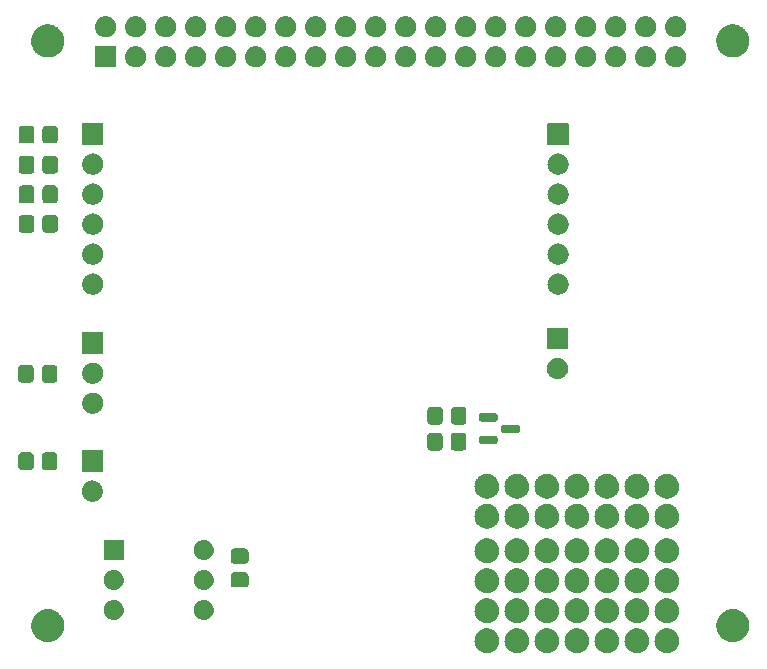
<source format=gbr>
G04 #@! TF.GenerationSoftware,KiCad,Pcbnew,8.0.1*
G04 #@! TF.CreationDate,2025-07-27T10:09:23+02:00*
G04 #@! TF.ProjectId,SVXLink_PiHat_v2,5356584c-696e-46b5-9f50-694861745f76,rev?*
G04 #@! TF.SameCoordinates,Original*
G04 #@! TF.FileFunction,Soldermask,Top*
G04 #@! TF.FilePolarity,Negative*
%FSLAX46Y46*%
G04 Gerber Fmt 4.6, Leading zero omitted, Abs format (unit mm)*
G04 Created by KiCad (PCBNEW 8.0.1) date 2025-07-27 10:09:23*
%MOMM*%
%LPD*%
G01*
G04 APERTURE LIST*
G04 APERTURE END LIST*
G36*
X117719338Y-108747617D02*
G01*
X117765323Y-108747617D01*
X117816539Y-108757190D01*
X117873440Y-108762795D01*
X117916661Y-108775906D01*
X117955874Y-108783236D01*
X118010185Y-108804276D01*
X118070600Y-108822603D01*
X118105120Y-108841054D01*
X118136632Y-108853262D01*
X118191377Y-108887159D01*
X118252304Y-108919725D01*
X118277906Y-108940736D01*
X118301448Y-108955313D01*
X118353612Y-109002867D01*
X118411569Y-109050431D01*
X118428742Y-109071357D01*
X118444701Y-109085905D01*
X118491029Y-109147253D01*
X118542275Y-109209696D01*
X118552183Y-109228234D01*
X118561522Y-109240600D01*
X118598674Y-109315213D01*
X118639397Y-109391400D01*
X118643740Y-109405717D01*
X118647928Y-109414128D01*
X118672667Y-109501076D01*
X118699205Y-109588560D01*
X118700076Y-109597411D01*
X118700977Y-109600575D01*
X118710338Y-109701602D01*
X118719400Y-109793600D01*
X118710338Y-109885605D01*
X118700977Y-109986624D01*
X118700076Y-109989787D01*
X118699205Y-109998640D01*
X118672662Y-110086138D01*
X118647928Y-110173071D01*
X118643741Y-110181479D01*
X118639397Y-110195800D01*
X118598667Y-110271999D01*
X118561522Y-110346599D01*
X118552185Y-110358962D01*
X118542275Y-110377504D01*
X118491020Y-110439957D01*
X118444701Y-110501294D01*
X118428745Y-110515838D01*
X118411569Y-110536769D01*
X118353601Y-110584341D01*
X118301448Y-110631886D01*
X118277911Y-110646459D01*
X118252304Y-110667475D01*
X118191365Y-110700047D01*
X118136632Y-110733937D01*
X118105126Y-110746142D01*
X118070600Y-110764597D01*
X118010173Y-110782927D01*
X117955874Y-110803963D01*
X117916668Y-110811291D01*
X117873440Y-110824405D01*
X117816536Y-110830009D01*
X117765323Y-110839583D01*
X117719338Y-110839583D01*
X117668400Y-110844600D01*
X117617462Y-110839583D01*
X117571477Y-110839583D01*
X117520263Y-110830009D01*
X117463360Y-110824405D01*
X117420132Y-110811292D01*
X117380925Y-110803963D01*
X117326621Y-110782925D01*
X117266200Y-110764597D01*
X117231675Y-110746143D01*
X117200167Y-110733937D01*
X117145427Y-110700043D01*
X117084496Y-110667475D01*
X117058891Y-110646461D01*
X117035351Y-110631886D01*
X116983188Y-110584333D01*
X116925231Y-110536769D01*
X116908056Y-110515842D01*
X116892098Y-110501294D01*
X116845767Y-110439942D01*
X116794525Y-110377504D01*
X116784616Y-110358966D01*
X116775277Y-110346599D01*
X116738117Y-110271972D01*
X116697403Y-110195800D01*
X116693060Y-110181484D01*
X116688871Y-110173071D01*
X116664121Y-110086085D01*
X116637595Y-109998640D01*
X116636723Y-109989792D01*
X116635822Y-109986624D01*
X116626444Y-109885433D01*
X116617400Y-109793600D01*
X116626444Y-109701773D01*
X116635822Y-109600575D01*
X116636723Y-109597405D01*
X116637595Y-109588560D01*
X116664116Y-109501129D01*
X116688871Y-109414128D01*
X116693061Y-109405712D01*
X116697403Y-109391400D01*
X116738110Y-109315241D01*
X116775277Y-109240600D01*
X116784618Y-109228229D01*
X116794525Y-109209696D01*
X116845757Y-109147268D01*
X116892098Y-109085905D01*
X116908060Y-109071353D01*
X116925231Y-109050431D01*
X116983177Y-109002875D01*
X117035351Y-108955313D01*
X117058896Y-108940734D01*
X117084496Y-108919725D01*
X117145415Y-108887163D01*
X117200167Y-108853262D01*
X117231682Y-108841052D01*
X117266200Y-108822603D01*
X117326609Y-108804277D01*
X117380925Y-108783236D01*
X117420139Y-108775905D01*
X117463360Y-108762795D01*
X117520260Y-108757190D01*
X117571477Y-108747617D01*
X117617462Y-108747617D01*
X117668400Y-108742600D01*
X117719338Y-108747617D01*
G37*
G36*
X120259338Y-108747617D02*
G01*
X120305323Y-108747617D01*
X120356539Y-108757190D01*
X120413440Y-108762795D01*
X120456661Y-108775906D01*
X120495874Y-108783236D01*
X120550185Y-108804276D01*
X120610600Y-108822603D01*
X120645120Y-108841054D01*
X120676632Y-108853262D01*
X120731377Y-108887159D01*
X120792304Y-108919725D01*
X120817906Y-108940736D01*
X120841448Y-108955313D01*
X120893612Y-109002867D01*
X120951569Y-109050431D01*
X120968742Y-109071357D01*
X120984701Y-109085905D01*
X121031029Y-109147253D01*
X121082275Y-109209696D01*
X121092183Y-109228234D01*
X121101522Y-109240600D01*
X121138674Y-109315213D01*
X121179397Y-109391400D01*
X121183740Y-109405717D01*
X121187928Y-109414128D01*
X121212667Y-109501076D01*
X121239205Y-109588560D01*
X121240076Y-109597411D01*
X121240977Y-109600575D01*
X121250338Y-109701602D01*
X121259400Y-109793600D01*
X121250338Y-109885605D01*
X121240977Y-109986624D01*
X121240076Y-109989787D01*
X121239205Y-109998640D01*
X121212662Y-110086138D01*
X121187928Y-110173071D01*
X121183741Y-110181479D01*
X121179397Y-110195800D01*
X121138667Y-110271999D01*
X121101522Y-110346599D01*
X121092185Y-110358962D01*
X121082275Y-110377504D01*
X121031020Y-110439957D01*
X120984701Y-110501294D01*
X120968745Y-110515838D01*
X120951569Y-110536769D01*
X120893601Y-110584341D01*
X120841448Y-110631886D01*
X120817911Y-110646459D01*
X120792304Y-110667475D01*
X120731365Y-110700047D01*
X120676632Y-110733937D01*
X120645126Y-110746142D01*
X120610600Y-110764597D01*
X120550173Y-110782927D01*
X120495874Y-110803963D01*
X120456668Y-110811291D01*
X120413440Y-110824405D01*
X120356536Y-110830009D01*
X120305323Y-110839583D01*
X120259338Y-110839583D01*
X120208400Y-110844600D01*
X120157462Y-110839583D01*
X120111477Y-110839583D01*
X120060263Y-110830009D01*
X120003360Y-110824405D01*
X119960132Y-110811292D01*
X119920925Y-110803963D01*
X119866621Y-110782925D01*
X119806200Y-110764597D01*
X119771675Y-110746143D01*
X119740167Y-110733937D01*
X119685427Y-110700043D01*
X119624496Y-110667475D01*
X119598891Y-110646461D01*
X119575351Y-110631886D01*
X119523188Y-110584333D01*
X119465231Y-110536769D01*
X119448056Y-110515842D01*
X119432098Y-110501294D01*
X119385767Y-110439942D01*
X119334525Y-110377504D01*
X119324616Y-110358966D01*
X119315277Y-110346599D01*
X119278117Y-110271972D01*
X119237403Y-110195800D01*
X119233060Y-110181484D01*
X119228871Y-110173071D01*
X119204121Y-110086085D01*
X119177595Y-109998640D01*
X119176723Y-109989792D01*
X119175822Y-109986624D01*
X119166444Y-109885433D01*
X119157400Y-109793600D01*
X119166444Y-109701773D01*
X119175822Y-109600575D01*
X119176723Y-109597405D01*
X119177595Y-109588560D01*
X119204116Y-109501129D01*
X119228871Y-109414128D01*
X119233061Y-109405712D01*
X119237403Y-109391400D01*
X119278110Y-109315241D01*
X119315277Y-109240600D01*
X119324618Y-109228229D01*
X119334525Y-109209696D01*
X119385757Y-109147268D01*
X119432098Y-109085905D01*
X119448060Y-109071353D01*
X119465231Y-109050431D01*
X119523177Y-109002875D01*
X119575351Y-108955313D01*
X119598896Y-108940734D01*
X119624496Y-108919725D01*
X119685415Y-108887163D01*
X119740167Y-108853262D01*
X119771682Y-108841052D01*
X119806200Y-108822603D01*
X119866609Y-108804277D01*
X119920925Y-108783236D01*
X119960139Y-108775905D01*
X120003360Y-108762795D01*
X120060260Y-108757190D01*
X120111477Y-108747617D01*
X120157462Y-108747617D01*
X120208400Y-108742600D01*
X120259338Y-108747617D01*
G37*
G36*
X122799338Y-108747617D02*
G01*
X122845323Y-108747617D01*
X122896539Y-108757190D01*
X122953440Y-108762795D01*
X122996661Y-108775906D01*
X123035874Y-108783236D01*
X123090185Y-108804276D01*
X123150600Y-108822603D01*
X123185120Y-108841054D01*
X123216632Y-108853262D01*
X123271377Y-108887159D01*
X123332304Y-108919725D01*
X123357906Y-108940736D01*
X123381448Y-108955313D01*
X123433612Y-109002867D01*
X123491569Y-109050431D01*
X123508742Y-109071357D01*
X123524701Y-109085905D01*
X123571029Y-109147253D01*
X123622275Y-109209696D01*
X123632183Y-109228234D01*
X123641522Y-109240600D01*
X123678674Y-109315213D01*
X123719397Y-109391400D01*
X123723740Y-109405717D01*
X123727928Y-109414128D01*
X123752667Y-109501076D01*
X123779205Y-109588560D01*
X123780076Y-109597411D01*
X123780977Y-109600575D01*
X123790338Y-109701602D01*
X123799400Y-109793600D01*
X123790338Y-109885605D01*
X123780977Y-109986624D01*
X123780076Y-109989787D01*
X123779205Y-109998640D01*
X123752662Y-110086138D01*
X123727928Y-110173071D01*
X123723741Y-110181479D01*
X123719397Y-110195800D01*
X123678667Y-110271999D01*
X123641522Y-110346599D01*
X123632185Y-110358962D01*
X123622275Y-110377504D01*
X123571020Y-110439957D01*
X123524701Y-110501294D01*
X123508745Y-110515838D01*
X123491569Y-110536769D01*
X123433601Y-110584341D01*
X123381448Y-110631886D01*
X123357911Y-110646459D01*
X123332304Y-110667475D01*
X123271365Y-110700047D01*
X123216632Y-110733937D01*
X123185126Y-110746142D01*
X123150600Y-110764597D01*
X123090173Y-110782927D01*
X123035874Y-110803963D01*
X122996668Y-110811291D01*
X122953440Y-110824405D01*
X122896536Y-110830009D01*
X122845323Y-110839583D01*
X122799338Y-110839583D01*
X122748400Y-110844600D01*
X122697462Y-110839583D01*
X122651477Y-110839583D01*
X122600263Y-110830009D01*
X122543360Y-110824405D01*
X122500132Y-110811292D01*
X122460925Y-110803963D01*
X122406621Y-110782925D01*
X122346200Y-110764597D01*
X122311675Y-110746143D01*
X122280167Y-110733937D01*
X122225427Y-110700043D01*
X122164496Y-110667475D01*
X122138891Y-110646461D01*
X122115351Y-110631886D01*
X122063188Y-110584333D01*
X122005231Y-110536769D01*
X121988056Y-110515842D01*
X121972098Y-110501294D01*
X121925767Y-110439942D01*
X121874525Y-110377504D01*
X121864616Y-110358966D01*
X121855277Y-110346599D01*
X121818117Y-110271972D01*
X121777403Y-110195800D01*
X121773060Y-110181484D01*
X121768871Y-110173071D01*
X121744121Y-110086085D01*
X121717595Y-109998640D01*
X121716723Y-109989792D01*
X121715822Y-109986624D01*
X121706444Y-109885433D01*
X121697400Y-109793600D01*
X121706444Y-109701773D01*
X121715822Y-109600575D01*
X121716723Y-109597405D01*
X121717595Y-109588560D01*
X121744116Y-109501129D01*
X121768871Y-109414128D01*
X121773061Y-109405712D01*
X121777403Y-109391400D01*
X121818110Y-109315241D01*
X121855277Y-109240600D01*
X121864618Y-109228229D01*
X121874525Y-109209696D01*
X121925757Y-109147268D01*
X121972098Y-109085905D01*
X121988060Y-109071353D01*
X122005231Y-109050431D01*
X122063177Y-109002875D01*
X122115351Y-108955313D01*
X122138896Y-108940734D01*
X122164496Y-108919725D01*
X122225415Y-108887163D01*
X122280167Y-108853262D01*
X122311682Y-108841052D01*
X122346200Y-108822603D01*
X122406609Y-108804277D01*
X122460925Y-108783236D01*
X122500139Y-108775905D01*
X122543360Y-108762795D01*
X122600260Y-108757190D01*
X122651477Y-108747617D01*
X122697462Y-108747617D01*
X122748400Y-108742600D01*
X122799338Y-108747617D01*
G37*
G36*
X125339338Y-108747617D02*
G01*
X125385323Y-108747617D01*
X125436539Y-108757190D01*
X125493440Y-108762795D01*
X125536661Y-108775906D01*
X125575874Y-108783236D01*
X125630185Y-108804276D01*
X125690600Y-108822603D01*
X125725120Y-108841054D01*
X125756632Y-108853262D01*
X125811377Y-108887159D01*
X125872304Y-108919725D01*
X125897906Y-108940736D01*
X125921448Y-108955313D01*
X125973612Y-109002867D01*
X126031569Y-109050431D01*
X126048742Y-109071357D01*
X126064701Y-109085905D01*
X126111029Y-109147253D01*
X126162275Y-109209696D01*
X126172183Y-109228234D01*
X126181522Y-109240600D01*
X126218674Y-109315213D01*
X126259397Y-109391400D01*
X126263740Y-109405717D01*
X126267928Y-109414128D01*
X126292667Y-109501076D01*
X126319205Y-109588560D01*
X126320076Y-109597411D01*
X126320977Y-109600575D01*
X126330338Y-109701602D01*
X126339400Y-109793600D01*
X126330338Y-109885605D01*
X126320977Y-109986624D01*
X126320076Y-109989787D01*
X126319205Y-109998640D01*
X126292662Y-110086138D01*
X126267928Y-110173071D01*
X126263741Y-110181479D01*
X126259397Y-110195800D01*
X126218667Y-110271999D01*
X126181522Y-110346599D01*
X126172185Y-110358962D01*
X126162275Y-110377504D01*
X126111020Y-110439957D01*
X126064701Y-110501294D01*
X126048745Y-110515838D01*
X126031569Y-110536769D01*
X125973601Y-110584341D01*
X125921448Y-110631886D01*
X125897911Y-110646459D01*
X125872304Y-110667475D01*
X125811365Y-110700047D01*
X125756632Y-110733937D01*
X125725126Y-110746142D01*
X125690600Y-110764597D01*
X125630173Y-110782927D01*
X125575874Y-110803963D01*
X125536668Y-110811291D01*
X125493440Y-110824405D01*
X125436536Y-110830009D01*
X125385323Y-110839583D01*
X125339338Y-110839583D01*
X125288400Y-110844600D01*
X125237462Y-110839583D01*
X125191477Y-110839583D01*
X125140263Y-110830009D01*
X125083360Y-110824405D01*
X125040132Y-110811292D01*
X125000925Y-110803963D01*
X124946621Y-110782925D01*
X124886200Y-110764597D01*
X124851675Y-110746143D01*
X124820167Y-110733937D01*
X124765427Y-110700043D01*
X124704496Y-110667475D01*
X124678891Y-110646461D01*
X124655351Y-110631886D01*
X124603188Y-110584333D01*
X124545231Y-110536769D01*
X124528056Y-110515842D01*
X124512098Y-110501294D01*
X124465767Y-110439942D01*
X124414525Y-110377504D01*
X124404616Y-110358966D01*
X124395277Y-110346599D01*
X124358117Y-110271972D01*
X124317403Y-110195800D01*
X124313060Y-110181484D01*
X124308871Y-110173071D01*
X124284121Y-110086085D01*
X124257595Y-109998640D01*
X124256723Y-109989792D01*
X124255822Y-109986624D01*
X124246444Y-109885433D01*
X124237400Y-109793600D01*
X124246444Y-109701773D01*
X124255822Y-109600575D01*
X124256723Y-109597405D01*
X124257595Y-109588560D01*
X124284116Y-109501129D01*
X124308871Y-109414128D01*
X124313061Y-109405712D01*
X124317403Y-109391400D01*
X124358110Y-109315241D01*
X124395277Y-109240600D01*
X124404618Y-109228229D01*
X124414525Y-109209696D01*
X124465757Y-109147268D01*
X124512098Y-109085905D01*
X124528060Y-109071353D01*
X124545231Y-109050431D01*
X124603177Y-109002875D01*
X124655351Y-108955313D01*
X124678896Y-108940734D01*
X124704496Y-108919725D01*
X124765415Y-108887163D01*
X124820167Y-108853262D01*
X124851682Y-108841052D01*
X124886200Y-108822603D01*
X124946609Y-108804277D01*
X125000925Y-108783236D01*
X125040139Y-108775905D01*
X125083360Y-108762795D01*
X125140260Y-108757190D01*
X125191477Y-108747617D01*
X125237462Y-108747617D01*
X125288400Y-108742600D01*
X125339338Y-108747617D01*
G37*
G36*
X127879338Y-108747617D02*
G01*
X127925323Y-108747617D01*
X127976539Y-108757190D01*
X128033440Y-108762795D01*
X128076661Y-108775906D01*
X128115874Y-108783236D01*
X128170185Y-108804276D01*
X128230600Y-108822603D01*
X128265120Y-108841054D01*
X128296632Y-108853262D01*
X128351377Y-108887159D01*
X128412304Y-108919725D01*
X128437906Y-108940736D01*
X128461448Y-108955313D01*
X128513612Y-109002867D01*
X128571569Y-109050431D01*
X128588742Y-109071357D01*
X128604701Y-109085905D01*
X128651029Y-109147253D01*
X128702275Y-109209696D01*
X128712183Y-109228234D01*
X128721522Y-109240600D01*
X128758674Y-109315213D01*
X128799397Y-109391400D01*
X128803740Y-109405717D01*
X128807928Y-109414128D01*
X128832667Y-109501076D01*
X128859205Y-109588560D01*
X128860076Y-109597411D01*
X128860977Y-109600575D01*
X128870338Y-109701602D01*
X128879400Y-109793600D01*
X128870338Y-109885605D01*
X128860977Y-109986624D01*
X128860076Y-109989787D01*
X128859205Y-109998640D01*
X128832662Y-110086138D01*
X128807928Y-110173071D01*
X128803741Y-110181479D01*
X128799397Y-110195800D01*
X128758667Y-110271999D01*
X128721522Y-110346599D01*
X128712185Y-110358962D01*
X128702275Y-110377504D01*
X128651020Y-110439957D01*
X128604701Y-110501294D01*
X128588745Y-110515838D01*
X128571569Y-110536769D01*
X128513601Y-110584341D01*
X128461448Y-110631886D01*
X128437911Y-110646459D01*
X128412304Y-110667475D01*
X128351365Y-110700047D01*
X128296632Y-110733937D01*
X128265126Y-110746142D01*
X128230600Y-110764597D01*
X128170173Y-110782927D01*
X128115874Y-110803963D01*
X128076668Y-110811291D01*
X128033440Y-110824405D01*
X127976536Y-110830009D01*
X127925323Y-110839583D01*
X127879338Y-110839583D01*
X127828400Y-110844600D01*
X127777462Y-110839583D01*
X127731477Y-110839583D01*
X127680263Y-110830009D01*
X127623360Y-110824405D01*
X127580132Y-110811292D01*
X127540925Y-110803963D01*
X127486621Y-110782925D01*
X127426200Y-110764597D01*
X127391675Y-110746143D01*
X127360167Y-110733937D01*
X127305427Y-110700043D01*
X127244496Y-110667475D01*
X127218891Y-110646461D01*
X127195351Y-110631886D01*
X127143188Y-110584333D01*
X127085231Y-110536769D01*
X127068056Y-110515842D01*
X127052098Y-110501294D01*
X127005767Y-110439942D01*
X126954525Y-110377504D01*
X126944616Y-110358966D01*
X126935277Y-110346599D01*
X126898117Y-110271972D01*
X126857403Y-110195800D01*
X126853060Y-110181484D01*
X126848871Y-110173071D01*
X126824121Y-110086085D01*
X126797595Y-109998640D01*
X126796723Y-109989792D01*
X126795822Y-109986624D01*
X126786444Y-109885433D01*
X126777400Y-109793600D01*
X126786444Y-109701773D01*
X126795822Y-109600575D01*
X126796723Y-109597405D01*
X126797595Y-109588560D01*
X126824116Y-109501129D01*
X126848871Y-109414128D01*
X126853061Y-109405712D01*
X126857403Y-109391400D01*
X126898110Y-109315241D01*
X126935277Y-109240600D01*
X126944618Y-109228229D01*
X126954525Y-109209696D01*
X127005757Y-109147268D01*
X127052098Y-109085905D01*
X127068060Y-109071353D01*
X127085231Y-109050431D01*
X127143177Y-109002875D01*
X127195351Y-108955313D01*
X127218896Y-108940734D01*
X127244496Y-108919725D01*
X127305415Y-108887163D01*
X127360167Y-108853262D01*
X127391682Y-108841052D01*
X127426200Y-108822603D01*
X127486609Y-108804277D01*
X127540925Y-108783236D01*
X127580139Y-108775905D01*
X127623360Y-108762795D01*
X127680260Y-108757190D01*
X127731477Y-108747617D01*
X127777462Y-108747617D01*
X127828400Y-108742600D01*
X127879338Y-108747617D01*
G37*
G36*
X130419338Y-108747617D02*
G01*
X130465323Y-108747617D01*
X130516539Y-108757190D01*
X130573440Y-108762795D01*
X130616661Y-108775906D01*
X130655874Y-108783236D01*
X130710185Y-108804276D01*
X130770600Y-108822603D01*
X130805120Y-108841054D01*
X130836632Y-108853262D01*
X130891377Y-108887159D01*
X130952304Y-108919725D01*
X130977906Y-108940736D01*
X131001448Y-108955313D01*
X131053612Y-109002867D01*
X131111569Y-109050431D01*
X131128742Y-109071357D01*
X131144701Y-109085905D01*
X131191029Y-109147253D01*
X131242275Y-109209696D01*
X131252183Y-109228234D01*
X131261522Y-109240600D01*
X131298674Y-109315213D01*
X131339397Y-109391400D01*
X131343740Y-109405717D01*
X131347928Y-109414128D01*
X131372667Y-109501076D01*
X131399205Y-109588560D01*
X131400076Y-109597411D01*
X131400977Y-109600575D01*
X131410338Y-109701602D01*
X131419400Y-109793600D01*
X131410338Y-109885605D01*
X131400977Y-109986624D01*
X131400076Y-109989787D01*
X131399205Y-109998640D01*
X131372662Y-110086138D01*
X131347928Y-110173071D01*
X131343741Y-110181479D01*
X131339397Y-110195800D01*
X131298667Y-110271999D01*
X131261522Y-110346599D01*
X131252185Y-110358962D01*
X131242275Y-110377504D01*
X131191020Y-110439957D01*
X131144701Y-110501294D01*
X131128745Y-110515838D01*
X131111569Y-110536769D01*
X131053601Y-110584341D01*
X131001448Y-110631886D01*
X130977911Y-110646459D01*
X130952304Y-110667475D01*
X130891365Y-110700047D01*
X130836632Y-110733937D01*
X130805126Y-110746142D01*
X130770600Y-110764597D01*
X130710173Y-110782927D01*
X130655874Y-110803963D01*
X130616668Y-110811291D01*
X130573440Y-110824405D01*
X130516536Y-110830009D01*
X130465323Y-110839583D01*
X130419338Y-110839583D01*
X130368400Y-110844600D01*
X130317462Y-110839583D01*
X130271477Y-110839583D01*
X130220263Y-110830009D01*
X130163360Y-110824405D01*
X130120132Y-110811292D01*
X130080925Y-110803963D01*
X130026621Y-110782925D01*
X129966200Y-110764597D01*
X129931675Y-110746143D01*
X129900167Y-110733937D01*
X129845427Y-110700043D01*
X129784496Y-110667475D01*
X129758891Y-110646461D01*
X129735351Y-110631886D01*
X129683188Y-110584333D01*
X129625231Y-110536769D01*
X129608056Y-110515842D01*
X129592098Y-110501294D01*
X129545767Y-110439942D01*
X129494525Y-110377504D01*
X129484616Y-110358966D01*
X129475277Y-110346599D01*
X129438117Y-110271972D01*
X129397403Y-110195800D01*
X129393060Y-110181484D01*
X129388871Y-110173071D01*
X129364121Y-110086085D01*
X129337595Y-109998640D01*
X129336723Y-109989792D01*
X129335822Y-109986624D01*
X129326444Y-109885433D01*
X129317400Y-109793600D01*
X129326444Y-109701773D01*
X129335822Y-109600575D01*
X129336723Y-109597405D01*
X129337595Y-109588560D01*
X129364116Y-109501129D01*
X129388871Y-109414128D01*
X129393061Y-109405712D01*
X129397403Y-109391400D01*
X129438110Y-109315241D01*
X129475277Y-109240600D01*
X129484618Y-109228229D01*
X129494525Y-109209696D01*
X129545757Y-109147268D01*
X129592098Y-109085905D01*
X129608060Y-109071353D01*
X129625231Y-109050431D01*
X129683177Y-109002875D01*
X129735351Y-108955313D01*
X129758896Y-108940734D01*
X129784496Y-108919725D01*
X129845415Y-108887163D01*
X129900167Y-108853262D01*
X129931682Y-108841052D01*
X129966200Y-108822603D01*
X130026609Y-108804277D01*
X130080925Y-108783236D01*
X130120139Y-108775905D01*
X130163360Y-108762795D01*
X130220260Y-108757190D01*
X130271477Y-108747617D01*
X130317462Y-108747617D01*
X130368400Y-108742600D01*
X130419338Y-108747617D01*
G37*
G36*
X132959338Y-108747617D02*
G01*
X133005323Y-108747617D01*
X133056539Y-108757190D01*
X133113440Y-108762795D01*
X133156661Y-108775906D01*
X133195874Y-108783236D01*
X133250185Y-108804276D01*
X133310600Y-108822603D01*
X133345120Y-108841054D01*
X133376632Y-108853262D01*
X133431377Y-108887159D01*
X133492304Y-108919725D01*
X133517906Y-108940736D01*
X133541448Y-108955313D01*
X133593612Y-109002867D01*
X133651569Y-109050431D01*
X133668742Y-109071357D01*
X133684701Y-109085905D01*
X133731029Y-109147253D01*
X133782275Y-109209696D01*
X133792183Y-109228234D01*
X133801522Y-109240600D01*
X133838674Y-109315213D01*
X133879397Y-109391400D01*
X133883740Y-109405717D01*
X133887928Y-109414128D01*
X133912667Y-109501076D01*
X133939205Y-109588560D01*
X133940076Y-109597411D01*
X133940977Y-109600575D01*
X133950338Y-109701602D01*
X133959400Y-109793600D01*
X133950338Y-109885605D01*
X133940977Y-109986624D01*
X133940076Y-109989787D01*
X133939205Y-109998640D01*
X133912662Y-110086138D01*
X133887928Y-110173071D01*
X133883741Y-110181479D01*
X133879397Y-110195800D01*
X133838667Y-110271999D01*
X133801522Y-110346599D01*
X133792185Y-110358962D01*
X133782275Y-110377504D01*
X133731020Y-110439957D01*
X133684701Y-110501294D01*
X133668745Y-110515838D01*
X133651569Y-110536769D01*
X133593601Y-110584341D01*
X133541448Y-110631886D01*
X133517911Y-110646459D01*
X133492304Y-110667475D01*
X133431365Y-110700047D01*
X133376632Y-110733937D01*
X133345126Y-110746142D01*
X133310600Y-110764597D01*
X133250173Y-110782927D01*
X133195874Y-110803963D01*
X133156668Y-110811291D01*
X133113440Y-110824405D01*
X133056536Y-110830009D01*
X133005323Y-110839583D01*
X132959338Y-110839583D01*
X132908400Y-110844600D01*
X132857462Y-110839583D01*
X132811477Y-110839583D01*
X132760263Y-110830009D01*
X132703360Y-110824405D01*
X132660132Y-110811292D01*
X132620925Y-110803963D01*
X132566621Y-110782925D01*
X132506200Y-110764597D01*
X132471675Y-110746143D01*
X132440167Y-110733937D01*
X132385427Y-110700043D01*
X132324496Y-110667475D01*
X132298891Y-110646461D01*
X132275351Y-110631886D01*
X132223188Y-110584333D01*
X132165231Y-110536769D01*
X132148056Y-110515842D01*
X132132098Y-110501294D01*
X132085767Y-110439942D01*
X132034525Y-110377504D01*
X132024616Y-110358966D01*
X132015277Y-110346599D01*
X131978117Y-110271972D01*
X131937403Y-110195800D01*
X131933060Y-110181484D01*
X131928871Y-110173071D01*
X131904121Y-110086085D01*
X131877595Y-109998640D01*
X131876723Y-109989792D01*
X131875822Y-109986624D01*
X131866444Y-109885433D01*
X131857400Y-109793600D01*
X131866444Y-109701773D01*
X131875822Y-109600575D01*
X131876723Y-109597405D01*
X131877595Y-109588560D01*
X131904116Y-109501129D01*
X131928871Y-109414128D01*
X131933061Y-109405712D01*
X131937403Y-109391400D01*
X131978110Y-109315241D01*
X132015277Y-109240600D01*
X132024618Y-109228229D01*
X132034525Y-109209696D01*
X132085757Y-109147268D01*
X132132098Y-109085905D01*
X132148060Y-109071353D01*
X132165231Y-109050431D01*
X132223177Y-109002875D01*
X132275351Y-108955313D01*
X132298896Y-108940734D01*
X132324496Y-108919725D01*
X132385415Y-108887163D01*
X132440167Y-108853262D01*
X132471682Y-108841052D01*
X132506200Y-108822603D01*
X132566609Y-108804277D01*
X132620925Y-108783236D01*
X132660139Y-108775905D01*
X132703360Y-108762795D01*
X132760260Y-108757190D01*
X132811477Y-108747617D01*
X132857462Y-108747617D01*
X132908400Y-108742600D01*
X132959338Y-108747617D01*
G37*
G36*
X80553592Y-107113085D02*
G01*
X80613394Y-107113085D01*
X80666779Y-107121993D01*
X80716809Y-107125931D01*
X80777061Y-107140396D01*
X80841625Y-107151170D01*
X80887412Y-107166889D01*
X80930511Y-107177236D01*
X80993249Y-107203223D01*
X81060475Y-107226302D01*
X81098023Y-107246622D01*
X81133565Y-107261344D01*
X81196560Y-107299947D01*
X81263974Y-107336430D01*
X81293145Y-107359135D01*
X81320957Y-107376178D01*
X81381728Y-107428081D01*
X81446571Y-107478551D01*
X81467725Y-107501530D01*
X81488082Y-107518917D01*
X81543980Y-107584365D01*
X81603286Y-107648788D01*
X81617224Y-107670123D01*
X81630821Y-107686042D01*
X81679138Y-107764888D01*
X81729843Y-107842498D01*
X81737765Y-107860559D01*
X81745655Y-107873434D01*
X81783679Y-107965233D01*
X81822790Y-108054396D01*
X81826215Y-108067924D01*
X81829763Y-108076488D01*
X81854919Y-108181274D01*
X81879592Y-108278703D01*
X81880267Y-108286856D01*
X81881068Y-108290190D01*
X81890988Y-108416235D01*
X81898700Y-108509300D01*
X81890987Y-108602372D01*
X81881068Y-108728409D01*
X81880267Y-108731742D01*
X81879592Y-108739897D01*
X81854915Y-108837343D01*
X81829763Y-108942111D01*
X81826216Y-108950672D01*
X81822790Y-108964204D01*
X81783672Y-109053383D01*
X81745655Y-109145165D01*
X81737767Y-109158036D01*
X81729843Y-109176102D01*
X81679128Y-109253726D01*
X81630821Y-109332557D01*
X81617227Y-109348472D01*
X81603286Y-109369812D01*
X81543968Y-109434247D01*
X81488082Y-109499682D01*
X81467729Y-109517064D01*
X81446571Y-109540049D01*
X81381715Y-109590528D01*
X81320957Y-109642421D01*
X81293151Y-109659460D01*
X81263974Y-109682170D01*
X81196546Y-109718659D01*
X81133565Y-109757255D01*
X81098031Y-109771973D01*
X81060475Y-109792298D01*
X80993235Y-109815381D01*
X80930511Y-109841363D01*
X80887422Y-109851707D01*
X80841625Y-109867430D01*
X80777047Y-109878206D01*
X80716809Y-109892668D01*
X80666790Y-109896604D01*
X80613394Y-109905515D01*
X80553579Y-109905515D01*
X80497700Y-109909913D01*
X80441820Y-109905515D01*
X80382006Y-109905515D01*
X80328610Y-109896604D01*
X80278590Y-109892668D01*
X80218348Y-109878205D01*
X80153775Y-109867430D01*
X80107980Y-109851708D01*
X80064888Y-109841363D01*
X80002158Y-109815379D01*
X79934925Y-109792298D01*
X79897372Y-109771975D01*
X79861834Y-109757255D01*
X79798845Y-109718655D01*
X79731426Y-109682170D01*
X79702252Y-109659463D01*
X79674442Y-109642421D01*
X79613673Y-109590519D01*
X79548829Y-109540049D01*
X79527673Y-109517068D01*
X79507317Y-109499682D01*
X79451417Y-109434232D01*
X79392114Y-109369812D01*
X79378175Y-109348477D01*
X79364578Y-109332557D01*
X79316255Y-109253701D01*
X79265557Y-109176102D01*
X79257635Y-109158042D01*
X79249744Y-109145165D01*
X79211709Y-109053342D01*
X79172610Y-108964204D01*
X79169185Y-108950679D01*
X79165636Y-108942111D01*
X79140465Y-108837267D01*
X79115808Y-108739897D01*
X79115132Y-108731748D01*
X79114331Y-108728409D01*
X79104392Y-108602131D01*
X79096700Y-108509300D01*
X79104391Y-108416476D01*
X79114331Y-108290190D01*
X79115132Y-108286849D01*
X79115808Y-108278703D01*
X79140460Y-108181350D01*
X79165636Y-108076488D01*
X79169185Y-108067918D01*
X79172610Y-108054396D01*
X79211702Y-107965273D01*
X79249744Y-107873434D01*
X79257636Y-107860553D01*
X79265557Y-107842498D01*
X79316245Y-107764913D01*
X79364578Y-107686042D01*
X79378178Y-107670118D01*
X79392114Y-107648788D01*
X79451405Y-107584380D01*
X79507317Y-107518917D01*
X79527678Y-107501526D01*
X79548829Y-107478551D01*
X79613660Y-107428090D01*
X79674442Y-107376178D01*
X79702258Y-107359132D01*
X79731426Y-107336430D01*
X79798831Y-107299952D01*
X79861834Y-107261344D01*
X79897379Y-107246620D01*
X79934925Y-107226302D01*
X80002144Y-107203225D01*
X80064888Y-107177236D01*
X80107989Y-107166888D01*
X80153775Y-107151170D01*
X80218335Y-107140396D01*
X80278590Y-107125931D01*
X80328621Y-107121993D01*
X80382006Y-107113085D01*
X80441808Y-107113085D01*
X80497700Y-107108686D01*
X80553592Y-107113085D01*
G37*
G36*
X138553592Y-107113085D02*
G01*
X138613394Y-107113085D01*
X138666779Y-107121993D01*
X138716809Y-107125931D01*
X138777061Y-107140396D01*
X138841625Y-107151170D01*
X138887412Y-107166889D01*
X138930511Y-107177236D01*
X138993249Y-107203223D01*
X139060475Y-107226302D01*
X139098023Y-107246622D01*
X139133565Y-107261344D01*
X139196560Y-107299947D01*
X139263974Y-107336430D01*
X139293145Y-107359135D01*
X139320957Y-107376178D01*
X139381728Y-107428081D01*
X139446571Y-107478551D01*
X139467725Y-107501530D01*
X139488082Y-107518917D01*
X139543980Y-107584365D01*
X139603286Y-107648788D01*
X139617224Y-107670123D01*
X139630821Y-107686042D01*
X139679138Y-107764888D01*
X139729843Y-107842498D01*
X139737765Y-107860559D01*
X139745655Y-107873434D01*
X139783679Y-107965233D01*
X139822790Y-108054396D01*
X139826215Y-108067924D01*
X139829763Y-108076488D01*
X139854919Y-108181274D01*
X139879592Y-108278703D01*
X139880267Y-108286856D01*
X139881068Y-108290190D01*
X139890988Y-108416235D01*
X139898700Y-108509300D01*
X139890987Y-108602372D01*
X139881068Y-108728409D01*
X139880267Y-108731742D01*
X139879592Y-108739897D01*
X139854915Y-108837343D01*
X139829763Y-108942111D01*
X139826216Y-108950672D01*
X139822790Y-108964204D01*
X139783672Y-109053383D01*
X139745655Y-109145165D01*
X139737767Y-109158036D01*
X139729843Y-109176102D01*
X139679128Y-109253726D01*
X139630821Y-109332557D01*
X139617227Y-109348472D01*
X139603286Y-109369812D01*
X139543968Y-109434247D01*
X139488082Y-109499682D01*
X139467729Y-109517064D01*
X139446571Y-109540049D01*
X139381715Y-109590528D01*
X139320957Y-109642421D01*
X139293151Y-109659460D01*
X139263974Y-109682170D01*
X139196546Y-109718659D01*
X139133565Y-109757255D01*
X139098031Y-109771973D01*
X139060475Y-109792298D01*
X138993235Y-109815381D01*
X138930511Y-109841363D01*
X138887422Y-109851707D01*
X138841625Y-109867430D01*
X138777047Y-109878206D01*
X138716809Y-109892668D01*
X138666790Y-109896604D01*
X138613394Y-109905515D01*
X138553579Y-109905515D01*
X138497700Y-109909913D01*
X138441820Y-109905515D01*
X138382006Y-109905515D01*
X138328610Y-109896604D01*
X138278590Y-109892668D01*
X138218348Y-109878205D01*
X138153775Y-109867430D01*
X138107980Y-109851708D01*
X138064888Y-109841363D01*
X138002158Y-109815379D01*
X137934925Y-109792298D01*
X137897372Y-109771975D01*
X137861834Y-109757255D01*
X137798845Y-109718655D01*
X137731426Y-109682170D01*
X137702252Y-109659463D01*
X137674442Y-109642421D01*
X137613673Y-109590519D01*
X137548829Y-109540049D01*
X137527673Y-109517068D01*
X137507317Y-109499682D01*
X137451417Y-109434232D01*
X137392114Y-109369812D01*
X137378175Y-109348477D01*
X137364578Y-109332557D01*
X137316255Y-109253701D01*
X137265557Y-109176102D01*
X137257635Y-109158042D01*
X137249744Y-109145165D01*
X137211709Y-109053342D01*
X137172610Y-108964204D01*
X137169185Y-108950679D01*
X137165636Y-108942111D01*
X137140465Y-108837267D01*
X137115808Y-108739897D01*
X137115132Y-108731748D01*
X137114331Y-108728409D01*
X137104392Y-108602131D01*
X137096700Y-108509300D01*
X137104391Y-108416476D01*
X137114331Y-108290190D01*
X137115132Y-108286849D01*
X137115808Y-108278703D01*
X137140460Y-108181350D01*
X137165636Y-108076488D01*
X137169185Y-108067918D01*
X137172610Y-108054396D01*
X137211702Y-107965273D01*
X137249744Y-107873434D01*
X137257636Y-107860553D01*
X137265557Y-107842498D01*
X137316245Y-107764913D01*
X137364578Y-107686042D01*
X137378178Y-107670118D01*
X137392114Y-107648788D01*
X137451405Y-107584380D01*
X137507317Y-107518917D01*
X137527678Y-107501526D01*
X137548829Y-107478551D01*
X137613660Y-107428090D01*
X137674442Y-107376178D01*
X137702258Y-107359132D01*
X137731426Y-107336430D01*
X137798831Y-107299952D01*
X137861834Y-107261344D01*
X137897379Y-107246620D01*
X137934925Y-107226302D01*
X138002144Y-107203225D01*
X138064888Y-107177236D01*
X138107989Y-107166888D01*
X138153775Y-107151170D01*
X138218335Y-107140396D01*
X138278590Y-107125931D01*
X138328621Y-107121993D01*
X138382006Y-107113085D01*
X138441808Y-107113085D01*
X138497700Y-107108686D01*
X138553592Y-107113085D01*
G37*
G36*
X117719338Y-106207617D02*
G01*
X117765323Y-106207617D01*
X117816539Y-106217190D01*
X117873440Y-106222795D01*
X117916661Y-106235906D01*
X117955874Y-106243236D01*
X118010185Y-106264276D01*
X118070600Y-106282603D01*
X118105120Y-106301054D01*
X118136632Y-106313262D01*
X118191377Y-106347159D01*
X118252304Y-106379725D01*
X118277906Y-106400736D01*
X118301448Y-106415313D01*
X118353612Y-106462867D01*
X118411569Y-106510431D01*
X118428742Y-106531357D01*
X118444701Y-106545905D01*
X118491029Y-106607253D01*
X118542275Y-106669696D01*
X118552183Y-106688234D01*
X118561522Y-106700600D01*
X118598674Y-106775213D01*
X118639397Y-106851400D01*
X118643740Y-106865717D01*
X118647928Y-106874128D01*
X118672667Y-106961076D01*
X118699205Y-107048560D01*
X118700076Y-107057411D01*
X118700977Y-107060575D01*
X118710338Y-107161602D01*
X118719400Y-107253600D01*
X118710338Y-107345605D01*
X118700977Y-107446624D01*
X118700076Y-107449787D01*
X118699205Y-107458640D01*
X118672662Y-107546138D01*
X118647928Y-107633071D01*
X118643741Y-107641479D01*
X118639397Y-107655800D01*
X118598667Y-107731999D01*
X118561522Y-107806599D01*
X118552185Y-107818962D01*
X118542275Y-107837504D01*
X118491020Y-107899957D01*
X118444701Y-107961294D01*
X118428745Y-107975838D01*
X118411569Y-107996769D01*
X118353601Y-108044341D01*
X118301448Y-108091886D01*
X118277911Y-108106459D01*
X118252304Y-108127475D01*
X118191365Y-108160047D01*
X118136632Y-108193937D01*
X118105126Y-108206142D01*
X118070600Y-108224597D01*
X118010173Y-108242927D01*
X117955874Y-108263963D01*
X117916668Y-108271291D01*
X117873440Y-108284405D01*
X117816536Y-108290009D01*
X117765323Y-108299583D01*
X117719338Y-108299583D01*
X117668400Y-108304600D01*
X117617462Y-108299583D01*
X117571477Y-108299583D01*
X117520263Y-108290009D01*
X117463360Y-108284405D01*
X117420132Y-108271292D01*
X117380925Y-108263963D01*
X117326621Y-108242925D01*
X117266200Y-108224597D01*
X117231675Y-108206143D01*
X117200167Y-108193937D01*
X117145427Y-108160043D01*
X117084496Y-108127475D01*
X117058891Y-108106461D01*
X117035351Y-108091886D01*
X116983188Y-108044333D01*
X116925231Y-107996769D01*
X116908056Y-107975842D01*
X116892098Y-107961294D01*
X116845767Y-107899942D01*
X116794525Y-107837504D01*
X116784616Y-107818966D01*
X116775277Y-107806599D01*
X116738117Y-107731972D01*
X116697403Y-107655800D01*
X116693060Y-107641484D01*
X116688871Y-107633071D01*
X116664121Y-107546085D01*
X116637595Y-107458640D01*
X116636723Y-107449792D01*
X116635822Y-107446624D01*
X116626444Y-107345433D01*
X116617400Y-107253600D01*
X116626444Y-107161773D01*
X116635822Y-107060575D01*
X116636723Y-107057405D01*
X116637595Y-107048560D01*
X116664116Y-106961129D01*
X116688871Y-106874128D01*
X116693061Y-106865712D01*
X116697403Y-106851400D01*
X116738110Y-106775241D01*
X116775277Y-106700600D01*
X116784618Y-106688229D01*
X116794525Y-106669696D01*
X116845757Y-106607268D01*
X116892098Y-106545905D01*
X116908060Y-106531353D01*
X116925231Y-106510431D01*
X116983177Y-106462875D01*
X117035351Y-106415313D01*
X117058896Y-106400734D01*
X117084496Y-106379725D01*
X117145415Y-106347163D01*
X117200167Y-106313262D01*
X117231682Y-106301052D01*
X117266200Y-106282603D01*
X117326609Y-106264277D01*
X117380925Y-106243236D01*
X117420139Y-106235905D01*
X117463360Y-106222795D01*
X117520260Y-106217190D01*
X117571477Y-106207617D01*
X117617462Y-106207617D01*
X117668400Y-106202600D01*
X117719338Y-106207617D01*
G37*
G36*
X120259338Y-106207617D02*
G01*
X120305323Y-106207617D01*
X120356539Y-106217190D01*
X120413440Y-106222795D01*
X120456661Y-106235906D01*
X120495874Y-106243236D01*
X120550185Y-106264276D01*
X120610600Y-106282603D01*
X120645120Y-106301054D01*
X120676632Y-106313262D01*
X120731377Y-106347159D01*
X120792304Y-106379725D01*
X120817906Y-106400736D01*
X120841448Y-106415313D01*
X120893612Y-106462867D01*
X120951569Y-106510431D01*
X120968742Y-106531357D01*
X120984701Y-106545905D01*
X121031029Y-106607253D01*
X121082275Y-106669696D01*
X121092183Y-106688234D01*
X121101522Y-106700600D01*
X121138674Y-106775213D01*
X121179397Y-106851400D01*
X121183740Y-106865717D01*
X121187928Y-106874128D01*
X121212667Y-106961076D01*
X121239205Y-107048560D01*
X121240076Y-107057411D01*
X121240977Y-107060575D01*
X121250338Y-107161602D01*
X121259400Y-107253600D01*
X121250338Y-107345605D01*
X121240977Y-107446624D01*
X121240076Y-107449787D01*
X121239205Y-107458640D01*
X121212662Y-107546138D01*
X121187928Y-107633071D01*
X121183741Y-107641479D01*
X121179397Y-107655800D01*
X121138667Y-107731999D01*
X121101522Y-107806599D01*
X121092185Y-107818962D01*
X121082275Y-107837504D01*
X121031020Y-107899957D01*
X120984701Y-107961294D01*
X120968745Y-107975838D01*
X120951569Y-107996769D01*
X120893601Y-108044341D01*
X120841448Y-108091886D01*
X120817911Y-108106459D01*
X120792304Y-108127475D01*
X120731365Y-108160047D01*
X120676632Y-108193937D01*
X120645126Y-108206142D01*
X120610600Y-108224597D01*
X120550173Y-108242927D01*
X120495874Y-108263963D01*
X120456668Y-108271291D01*
X120413440Y-108284405D01*
X120356536Y-108290009D01*
X120305323Y-108299583D01*
X120259338Y-108299583D01*
X120208400Y-108304600D01*
X120157462Y-108299583D01*
X120111477Y-108299583D01*
X120060263Y-108290009D01*
X120003360Y-108284405D01*
X119960132Y-108271292D01*
X119920925Y-108263963D01*
X119866621Y-108242925D01*
X119806200Y-108224597D01*
X119771675Y-108206143D01*
X119740167Y-108193937D01*
X119685427Y-108160043D01*
X119624496Y-108127475D01*
X119598891Y-108106461D01*
X119575351Y-108091886D01*
X119523188Y-108044333D01*
X119465231Y-107996769D01*
X119448056Y-107975842D01*
X119432098Y-107961294D01*
X119385767Y-107899942D01*
X119334525Y-107837504D01*
X119324616Y-107818966D01*
X119315277Y-107806599D01*
X119278117Y-107731972D01*
X119237403Y-107655800D01*
X119233060Y-107641484D01*
X119228871Y-107633071D01*
X119204121Y-107546085D01*
X119177595Y-107458640D01*
X119176723Y-107449792D01*
X119175822Y-107446624D01*
X119166444Y-107345433D01*
X119157400Y-107253600D01*
X119166444Y-107161773D01*
X119175822Y-107060575D01*
X119176723Y-107057405D01*
X119177595Y-107048560D01*
X119204116Y-106961129D01*
X119228871Y-106874128D01*
X119233061Y-106865712D01*
X119237403Y-106851400D01*
X119278110Y-106775241D01*
X119315277Y-106700600D01*
X119324618Y-106688229D01*
X119334525Y-106669696D01*
X119385757Y-106607268D01*
X119432098Y-106545905D01*
X119448060Y-106531353D01*
X119465231Y-106510431D01*
X119523177Y-106462875D01*
X119575351Y-106415313D01*
X119598896Y-106400734D01*
X119624496Y-106379725D01*
X119685415Y-106347163D01*
X119740167Y-106313262D01*
X119771682Y-106301052D01*
X119806200Y-106282603D01*
X119866609Y-106264277D01*
X119920925Y-106243236D01*
X119960139Y-106235905D01*
X120003360Y-106222795D01*
X120060260Y-106217190D01*
X120111477Y-106207617D01*
X120157462Y-106207617D01*
X120208400Y-106202600D01*
X120259338Y-106207617D01*
G37*
G36*
X122799338Y-106207617D02*
G01*
X122845323Y-106207617D01*
X122896539Y-106217190D01*
X122953440Y-106222795D01*
X122996661Y-106235906D01*
X123035874Y-106243236D01*
X123090185Y-106264276D01*
X123150600Y-106282603D01*
X123185120Y-106301054D01*
X123216632Y-106313262D01*
X123271377Y-106347159D01*
X123332304Y-106379725D01*
X123357906Y-106400736D01*
X123381448Y-106415313D01*
X123433612Y-106462867D01*
X123491569Y-106510431D01*
X123508742Y-106531357D01*
X123524701Y-106545905D01*
X123571029Y-106607253D01*
X123622275Y-106669696D01*
X123632183Y-106688234D01*
X123641522Y-106700600D01*
X123678674Y-106775213D01*
X123719397Y-106851400D01*
X123723740Y-106865717D01*
X123727928Y-106874128D01*
X123752667Y-106961076D01*
X123779205Y-107048560D01*
X123780076Y-107057411D01*
X123780977Y-107060575D01*
X123790338Y-107161602D01*
X123799400Y-107253600D01*
X123790338Y-107345605D01*
X123780977Y-107446624D01*
X123780076Y-107449787D01*
X123779205Y-107458640D01*
X123752662Y-107546138D01*
X123727928Y-107633071D01*
X123723741Y-107641479D01*
X123719397Y-107655800D01*
X123678667Y-107731999D01*
X123641522Y-107806599D01*
X123632185Y-107818962D01*
X123622275Y-107837504D01*
X123571020Y-107899957D01*
X123524701Y-107961294D01*
X123508745Y-107975838D01*
X123491569Y-107996769D01*
X123433601Y-108044341D01*
X123381448Y-108091886D01*
X123357911Y-108106459D01*
X123332304Y-108127475D01*
X123271365Y-108160047D01*
X123216632Y-108193937D01*
X123185126Y-108206142D01*
X123150600Y-108224597D01*
X123090173Y-108242927D01*
X123035874Y-108263963D01*
X122996668Y-108271291D01*
X122953440Y-108284405D01*
X122896536Y-108290009D01*
X122845323Y-108299583D01*
X122799338Y-108299583D01*
X122748400Y-108304600D01*
X122697462Y-108299583D01*
X122651477Y-108299583D01*
X122600263Y-108290009D01*
X122543360Y-108284405D01*
X122500132Y-108271292D01*
X122460925Y-108263963D01*
X122406621Y-108242925D01*
X122346200Y-108224597D01*
X122311675Y-108206143D01*
X122280167Y-108193937D01*
X122225427Y-108160043D01*
X122164496Y-108127475D01*
X122138891Y-108106461D01*
X122115351Y-108091886D01*
X122063188Y-108044333D01*
X122005231Y-107996769D01*
X121988056Y-107975842D01*
X121972098Y-107961294D01*
X121925767Y-107899942D01*
X121874525Y-107837504D01*
X121864616Y-107818966D01*
X121855277Y-107806599D01*
X121818117Y-107731972D01*
X121777403Y-107655800D01*
X121773060Y-107641484D01*
X121768871Y-107633071D01*
X121744121Y-107546085D01*
X121717595Y-107458640D01*
X121716723Y-107449792D01*
X121715822Y-107446624D01*
X121706444Y-107345433D01*
X121697400Y-107253600D01*
X121706444Y-107161773D01*
X121715822Y-107060575D01*
X121716723Y-107057405D01*
X121717595Y-107048560D01*
X121744116Y-106961129D01*
X121768871Y-106874128D01*
X121773061Y-106865712D01*
X121777403Y-106851400D01*
X121818110Y-106775241D01*
X121855277Y-106700600D01*
X121864618Y-106688229D01*
X121874525Y-106669696D01*
X121925757Y-106607268D01*
X121972098Y-106545905D01*
X121988060Y-106531353D01*
X122005231Y-106510431D01*
X122063177Y-106462875D01*
X122115351Y-106415313D01*
X122138896Y-106400734D01*
X122164496Y-106379725D01*
X122225415Y-106347163D01*
X122280167Y-106313262D01*
X122311682Y-106301052D01*
X122346200Y-106282603D01*
X122406609Y-106264277D01*
X122460925Y-106243236D01*
X122500139Y-106235905D01*
X122543360Y-106222795D01*
X122600260Y-106217190D01*
X122651477Y-106207617D01*
X122697462Y-106207617D01*
X122748400Y-106202600D01*
X122799338Y-106207617D01*
G37*
G36*
X125339338Y-106207617D02*
G01*
X125385323Y-106207617D01*
X125436539Y-106217190D01*
X125493440Y-106222795D01*
X125536661Y-106235906D01*
X125575874Y-106243236D01*
X125630185Y-106264276D01*
X125690600Y-106282603D01*
X125725120Y-106301054D01*
X125756632Y-106313262D01*
X125811377Y-106347159D01*
X125872304Y-106379725D01*
X125897906Y-106400736D01*
X125921448Y-106415313D01*
X125973612Y-106462867D01*
X126031569Y-106510431D01*
X126048742Y-106531357D01*
X126064701Y-106545905D01*
X126111029Y-106607253D01*
X126162275Y-106669696D01*
X126172183Y-106688234D01*
X126181522Y-106700600D01*
X126218674Y-106775213D01*
X126259397Y-106851400D01*
X126263740Y-106865717D01*
X126267928Y-106874128D01*
X126292667Y-106961076D01*
X126319205Y-107048560D01*
X126320076Y-107057411D01*
X126320977Y-107060575D01*
X126330338Y-107161602D01*
X126339400Y-107253600D01*
X126330338Y-107345605D01*
X126320977Y-107446624D01*
X126320076Y-107449787D01*
X126319205Y-107458640D01*
X126292662Y-107546138D01*
X126267928Y-107633071D01*
X126263741Y-107641479D01*
X126259397Y-107655800D01*
X126218667Y-107731999D01*
X126181522Y-107806599D01*
X126172185Y-107818962D01*
X126162275Y-107837504D01*
X126111020Y-107899957D01*
X126064701Y-107961294D01*
X126048745Y-107975838D01*
X126031569Y-107996769D01*
X125973601Y-108044341D01*
X125921448Y-108091886D01*
X125897911Y-108106459D01*
X125872304Y-108127475D01*
X125811365Y-108160047D01*
X125756632Y-108193937D01*
X125725126Y-108206142D01*
X125690600Y-108224597D01*
X125630173Y-108242927D01*
X125575874Y-108263963D01*
X125536668Y-108271291D01*
X125493440Y-108284405D01*
X125436536Y-108290009D01*
X125385323Y-108299583D01*
X125339338Y-108299583D01*
X125288400Y-108304600D01*
X125237462Y-108299583D01*
X125191477Y-108299583D01*
X125140263Y-108290009D01*
X125083360Y-108284405D01*
X125040132Y-108271292D01*
X125000925Y-108263963D01*
X124946621Y-108242925D01*
X124886200Y-108224597D01*
X124851675Y-108206143D01*
X124820167Y-108193937D01*
X124765427Y-108160043D01*
X124704496Y-108127475D01*
X124678891Y-108106461D01*
X124655351Y-108091886D01*
X124603188Y-108044333D01*
X124545231Y-107996769D01*
X124528056Y-107975842D01*
X124512098Y-107961294D01*
X124465767Y-107899942D01*
X124414525Y-107837504D01*
X124404616Y-107818966D01*
X124395277Y-107806599D01*
X124358117Y-107731972D01*
X124317403Y-107655800D01*
X124313060Y-107641484D01*
X124308871Y-107633071D01*
X124284121Y-107546085D01*
X124257595Y-107458640D01*
X124256723Y-107449792D01*
X124255822Y-107446624D01*
X124246444Y-107345433D01*
X124237400Y-107253600D01*
X124246444Y-107161773D01*
X124255822Y-107060575D01*
X124256723Y-107057405D01*
X124257595Y-107048560D01*
X124284116Y-106961129D01*
X124308871Y-106874128D01*
X124313061Y-106865712D01*
X124317403Y-106851400D01*
X124358110Y-106775241D01*
X124395277Y-106700600D01*
X124404618Y-106688229D01*
X124414525Y-106669696D01*
X124465757Y-106607268D01*
X124512098Y-106545905D01*
X124528060Y-106531353D01*
X124545231Y-106510431D01*
X124603177Y-106462875D01*
X124655351Y-106415313D01*
X124678896Y-106400734D01*
X124704496Y-106379725D01*
X124765415Y-106347163D01*
X124820167Y-106313262D01*
X124851682Y-106301052D01*
X124886200Y-106282603D01*
X124946609Y-106264277D01*
X125000925Y-106243236D01*
X125040139Y-106235905D01*
X125083360Y-106222795D01*
X125140260Y-106217190D01*
X125191477Y-106207617D01*
X125237462Y-106207617D01*
X125288400Y-106202600D01*
X125339338Y-106207617D01*
G37*
G36*
X127879338Y-106207617D02*
G01*
X127925323Y-106207617D01*
X127976539Y-106217190D01*
X128033440Y-106222795D01*
X128076661Y-106235906D01*
X128115874Y-106243236D01*
X128170185Y-106264276D01*
X128230600Y-106282603D01*
X128265120Y-106301054D01*
X128296632Y-106313262D01*
X128351377Y-106347159D01*
X128412304Y-106379725D01*
X128437906Y-106400736D01*
X128461448Y-106415313D01*
X128513612Y-106462867D01*
X128571569Y-106510431D01*
X128588742Y-106531357D01*
X128604701Y-106545905D01*
X128651029Y-106607253D01*
X128702275Y-106669696D01*
X128712183Y-106688234D01*
X128721522Y-106700600D01*
X128758674Y-106775213D01*
X128799397Y-106851400D01*
X128803740Y-106865717D01*
X128807928Y-106874128D01*
X128832667Y-106961076D01*
X128859205Y-107048560D01*
X128860076Y-107057411D01*
X128860977Y-107060575D01*
X128870338Y-107161602D01*
X128879400Y-107253600D01*
X128870338Y-107345605D01*
X128860977Y-107446624D01*
X128860076Y-107449787D01*
X128859205Y-107458640D01*
X128832662Y-107546138D01*
X128807928Y-107633071D01*
X128803741Y-107641479D01*
X128799397Y-107655800D01*
X128758667Y-107731999D01*
X128721522Y-107806599D01*
X128712185Y-107818962D01*
X128702275Y-107837504D01*
X128651020Y-107899957D01*
X128604701Y-107961294D01*
X128588745Y-107975838D01*
X128571569Y-107996769D01*
X128513601Y-108044341D01*
X128461448Y-108091886D01*
X128437911Y-108106459D01*
X128412304Y-108127475D01*
X128351365Y-108160047D01*
X128296632Y-108193937D01*
X128265126Y-108206142D01*
X128230600Y-108224597D01*
X128170173Y-108242927D01*
X128115874Y-108263963D01*
X128076668Y-108271291D01*
X128033440Y-108284405D01*
X127976536Y-108290009D01*
X127925323Y-108299583D01*
X127879338Y-108299583D01*
X127828400Y-108304600D01*
X127777462Y-108299583D01*
X127731477Y-108299583D01*
X127680263Y-108290009D01*
X127623360Y-108284405D01*
X127580132Y-108271292D01*
X127540925Y-108263963D01*
X127486621Y-108242925D01*
X127426200Y-108224597D01*
X127391675Y-108206143D01*
X127360167Y-108193937D01*
X127305427Y-108160043D01*
X127244496Y-108127475D01*
X127218891Y-108106461D01*
X127195351Y-108091886D01*
X127143188Y-108044333D01*
X127085231Y-107996769D01*
X127068056Y-107975842D01*
X127052098Y-107961294D01*
X127005767Y-107899942D01*
X126954525Y-107837504D01*
X126944616Y-107818966D01*
X126935277Y-107806599D01*
X126898117Y-107731972D01*
X126857403Y-107655800D01*
X126853060Y-107641484D01*
X126848871Y-107633071D01*
X126824121Y-107546085D01*
X126797595Y-107458640D01*
X126796723Y-107449792D01*
X126795822Y-107446624D01*
X126786444Y-107345433D01*
X126777400Y-107253600D01*
X126786444Y-107161773D01*
X126795822Y-107060575D01*
X126796723Y-107057405D01*
X126797595Y-107048560D01*
X126824116Y-106961129D01*
X126848871Y-106874128D01*
X126853061Y-106865712D01*
X126857403Y-106851400D01*
X126898110Y-106775241D01*
X126935277Y-106700600D01*
X126944618Y-106688229D01*
X126954525Y-106669696D01*
X127005757Y-106607268D01*
X127052098Y-106545905D01*
X127068060Y-106531353D01*
X127085231Y-106510431D01*
X127143177Y-106462875D01*
X127195351Y-106415313D01*
X127218896Y-106400734D01*
X127244496Y-106379725D01*
X127305415Y-106347163D01*
X127360167Y-106313262D01*
X127391682Y-106301052D01*
X127426200Y-106282603D01*
X127486609Y-106264277D01*
X127540925Y-106243236D01*
X127580139Y-106235905D01*
X127623360Y-106222795D01*
X127680260Y-106217190D01*
X127731477Y-106207617D01*
X127777462Y-106207617D01*
X127828400Y-106202600D01*
X127879338Y-106207617D01*
G37*
G36*
X130419338Y-106207617D02*
G01*
X130465323Y-106207617D01*
X130516539Y-106217190D01*
X130573440Y-106222795D01*
X130616661Y-106235906D01*
X130655874Y-106243236D01*
X130710185Y-106264276D01*
X130770600Y-106282603D01*
X130805120Y-106301054D01*
X130836632Y-106313262D01*
X130891377Y-106347159D01*
X130952304Y-106379725D01*
X130977906Y-106400736D01*
X131001448Y-106415313D01*
X131053612Y-106462867D01*
X131111569Y-106510431D01*
X131128742Y-106531357D01*
X131144701Y-106545905D01*
X131191029Y-106607253D01*
X131242275Y-106669696D01*
X131252183Y-106688234D01*
X131261522Y-106700600D01*
X131298674Y-106775213D01*
X131339397Y-106851400D01*
X131343740Y-106865717D01*
X131347928Y-106874128D01*
X131372667Y-106961076D01*
X131399205Y-107048560D01*
X131400076Y-107057411D01*
X131400977Y-107060575D01*
X131410338Y-107161602D01*
X131419400Y-107253600D01*
X131410338Y-107345605D01*
X131400977Y-107446624D01*
X131400076Y-107449787D01*
X131399205Y-107458640D01*
X131372662Y-107546138D01*
X131347928Y-107633071D01*
X131343741Y-107641479D01*
X131339397Y-107655800D01*
X131298667Y-107731999D01*
X131261522Y-107806599D01*
X131252185Y-107818962D01*
X131242275Y-107837504D01*
X131191020Y-107899957D01*
X131144701Y-107961294D01*
X131128745Y-107975838D01*
X131111569Y-107996769D01*
X131053601Y-108044341D01*
X131001448Y-108091886D01*
X130977911Y-108106459D01*
X130952304Y-108127475D01*
X130891365Y-108160047D01*
X130836632Y-108193937D01*
X130805126Y-108206142D01*
X130770600Y-108224597D01*
X130710173Y-108242927D01*
X130655874Y-108263963D01*
X130616668Y-108271291D01*
X130573440Y-108284405D01*
X130516536Y-108290009D01*
X130465323Y-108299583D01*
X130419338Y-108299583D01*
X130368400Y-108304600D01*
X130317462Y-108299583D01*
X130271477Y-108299583D01*
X130220263Y-108290009D01*
X130163360Y-108284405D01*
X130120132Y-108271292D01*
X130080925Y-108263963D01*
X130026621Y-108242925D01*
X129966200Y-108224597D01*
X129931675Y-108206143D01*
X129900167Y-108193937D01*
X129845427Y-108160043D01*
X129784496Y-108127475D01*
X129758891Y-108106461D01*
X129735351Y-108091886D01*
X129683188Y-108044333D01*
X129625231Y-107996769D01*
X129608056Y-107975842D01*
X129592098Y-107961294D01*
X129545767Y-107899942D01*
X129494525Y-107837504D01*
X129484616Y-107818966D01*
X129475277Y-107806599D01*
X129438117Y-107731972D01*
X129397403Y-107655800D01*
X129393060Y-107641484D01*
X129388871Y-107633071D01*
X129364121Y-107546085D01*
X129337595Y-107458640D01*
X129336723Y-107449792D01*
X129335822Y-107446624D01*
X129326444Y-107345433D01*
X129317400Y-107253600D01*
X129326444Y-107161773D01*
X129335822Y-107060575D01*
X129336723Y-107057405D01*
X129337595Y-107048560D01*
X129364116Y-106961129D01*
X129388871Y-106874128D01*
X129393061Y-106865712D01*
X129397403Y-106851400D01*
X129438110Y-106775241D01*
X129475277Y-106700600D01*
X129484618Y-106688229D01*
X129494525Y-106669696D01*
X129545757Y-106607268D01*
X129592098Y-106545905D01*
X129608060Y-106531353D01*
X129625231Y-106510431D01*
X129683177Y-106462875D01*
X129735351Y-106415313D01*
X129758896Y-106400734D01*
X129784496Y-106379725D01*
X129845415Y-106347163D01*
X129900167Y-106313262D01*
X129931682Y-106301052D01*
X129966200Y-106282603D01*
X130026609Y-106264277D01*
X130080925Y-106243236D01*
X130120139Y-106235905D01*
X130163360Y-106222795D01*
X130220260Y-106217190D01*
X130271477Y-106207617D01*
X130317462Y-106207617D01*
X130368400Y-106202600D01*
X130419338Y-106207617D01*
G37*
G36*
X132959338Y-106207617D02*
G01*
X133005323Y-106207617D01*
X133056539Y-106217190D01*
X133113440Y-106222795D01*
X133156661Y-106235906D01*
X133195874Y-106243236D01*
X133250185Y-106264276D01*
X133310600Y-106282603D01*
X133345120Y-106301054D01*
X133376632Y-106313262D01*
X133431377Y-106347159D01*
X133492304Y-106379725D01*
X133517906Y-106400736D01*
X133541448Y-106415313D01*
X133593612Y-106462867D01*
X133651569Y-106510431D01*
X133668742Y-106531357D01*
X133684701Y-106545905D01*
X133731029Y-106607253D01*
X133782275Y-106669696D01*
X133792183Y-106688234D01*
X133801522Y-106700600D01*
X133838674Y-106775213D01*
X133879397Y-106851400D01*
X133883740Y-106865717D01*
X133887928Y-106874128D01*
X133912667Y-106961076D01*
X133939205Y-107048560D01*
X133940076Y-107057411D01*
X133940977Y-107060575D01*
X133950338Y-107161602D01*
X133959400Y-107253600D01*
X133950338Y-107345605D01*
X133940977Y-107446624D01*
X133940076Y-107449787D01*
X133939205Y-107458640D01*
X133912662Y-107546138D01*
X133887928Y-107633071D01*
X133883741Y-107641479D01*
X133879397Y-107655800D01*
X133838667Y-107731999D01*
X133801522Y-107806599D01*
X133792185Y-107818962D01*
X133782275Y-107837504D01*
X133731020Y-107899957D01*
X133684701Y-107961294D01*
X133668745Y-107975838D01*
X133651569Y-107996769D01*
X133593601Y-108044341D01*
X133541448Y-108091886D01*
X133517911Y-108106459D01*
X133492304Y-108127475D01*
X133431365Y-108160047D01*
X133376632Y-108193937D01*
X133345126Y-108206142D01*
X133310600Y-108224597D01*
X133250173Y-108242927D01*
X133195874Y-108263963D01*
X133156668Y-108271291D01*
X133113440Y-108284405D01*
X133056536Y-108290009D01*
X133005323Y-108299583D01*
X132959338Y-108299583D01*
X132908400Y-108304600D01*
X132857462Y-108299583D01*
X132811477Y-108299583D01*
X132760263Y-108290009D01*
X132703360Y-108284405D01*
X132660132Y-108271292D01*
X132620925Y-108263963D01*
X132566621Y-108242925D01*
X132506200Y-108224597D01*
X132471675Y-108206143D01*
X132440167Y-108193937D01*
X132385427Y-108160043D01*
X132324496Y-108127475D01*
X132298891Y-108106461D01*
X132275351Y-108091886D01*
X132223188Y-108044333D01*
X132165231Y-107996769D01*
X132148056Y-107975842D01*
X132132098Y-107961294D01*
X132085767Y-107899942D01*
X132034525Y-107837504D01*
X132024616Y-107818966D01*
X132015277Y-107806599D01*
X131978117Y-107731972D01*
X131937403Y-107655800D01*
X131933060Y-107641484D01*
X131928871Y-107633071D01*
X131904121Y-107546085D01*
X131877595Y-107458640D01*
X131876723Y-107449792D01*
X131875822Y-107446624D01*
X131866444Y-107345433D01*
X131857400Y-107253600D01*
X131866444Y-107161773D01*
X131875822Y-107060575D01*
X131876723Y-107057405D01*
X131877595Y-107048560D01*
X131904116Y-106961129D01*
X131928871Y-106874128D01*
X131933061Y-106865712D01*
X131937403Y-106851400D01*
X131978110Y-106775241D01*
X132015277Y-106700600D01*
X132024618Y-106688229D01*
X132034525Y-106669696D01*
X132085757Y-106607268D01*
X132132098Y-106545905D01*
X132148060Y-106531353D01*
X132165231Y-106510431D01*
X132223177Y-106462875D01*
X132275351Y-106415313D01*
X132298896Y-106400734D01*
X132324496Y-106379725D01*
X132385415Y-106347163D01*
X132440167Y-106313262D01*
X132471682Y-106301052D01*
X132506200Y-106282603D01*
X132566609Y-106264277D01*
X132620925Y-106243236D01*
X132660139Y-106235905D01*
X132703360Y-106222795D01*
X132760260Y-106217190D01*
X132811477Y-106207617D01*
X132857462Y-106207617D01*
X132908400Y-106202600D01*
X132959338Y-106207617D01*
G37*
G36*
X86121199Y-106343662D02*
G01*
X86168954Y-106343662D01*
X86210194Y-106352427D01*
X86245901Y-106355945D01*
X86290759Y-106369552D01*
X86342973Y-106380651D01*
X86376384Y-106395526D01*
X86405435Y-106404339D01*
X86451602Y-106429015D01*
X86505500Y-106453012D01*
X86530554Y-106471215D01*
X86552453Y-106482920D01*
X86597128Y-106519584D01*
X86649430Y-106557584D01*
X86666411Y-106576443D01*
X86681320Y-106588679D01*
X86721387Y-106637501D01*
X86768473Y-106689795D01*
X86778364Y-106706927D01*
X86787079Y-106717546D01*
X86819306Y-106777840D01*
X86857427Y-106843867D01*
X86861813Y-106857368D01*
X86865660Y-106864564D01*
X86886861Y-106934455D01*
X86912404Y-107013067D01*
X86913303Y-107021623D01*
X86914054Y-107024098D01*
X86921371Y-107098389D01*
X86931000Y-107190000D01*
X86921370Y-107281619D01*
X86914054Y-107355901D01*
X86913303Y-107358375D01*
X86912404Y-107366933D01*
X86886856Y-107445558D01*
X86865660Y-107515435D01*
X86861814Y-107522629D01*
X86857427Y-107536133D01*
X86819299Y-107602172D01*
X86787079Y-107662453D01*
X86778366Y-107673069D01*
X86768473Y-107690205D01*
X86721378Y-107742509D01*
X86681320Y-107791320D01*
X86666414Y-107803552D01*
X86649430Y-107822416D01*
X86597118Y-107860423D01*
X86552453Y-107897079D01*
X86530559Y-107908780D01*
X86505500Y-107926988D01*
X86451591Y-107950989D01*
X86405435Y-107975660D01*
X86376391Y-107984470D01*
X86342973Y-107999349D01*
X86290748Y-108010449D01*
X86245901Y-108024054D01*
X86210203Y-108027570D01*
X86168954Y-108036338D01*
X86121188Y-108036338D01*
X86080000Y-108040395D01*
X86038811Y-108036338D01*
X85991046Y-108036338D01*
X85949797Y-108027570D01*
X85914098Y-108024054D01*
X85869248Y-108010448D01*
X85817027Y-107999349D01*
X85783610Y-107984471D01*
X85754564Y-107975660D01*
X85708402Y-107950986D01*
X85654500Y-107926988D01*
X85629443Y-107908783D01*
X85607546Y-107897079D01*
X85562873Y-107860416D01*
X85510570Y-107822416D01*
X85493588Y-107803555D01*
X85478679Y-107791320D01*
X85438610Y-107742496D01*
X85391527Y-107690205D01*
X85381636Y-107673073D01*
X85372920Y-107662453D01*
X85340687Y-107602148D01*
X85302573Y-107536133D01*
X85298186Y-107522634D01*
X85294339Y-107515435D01*
X85273128Y-107445512D01*
X85247596Y-107366933D01*
X85246697Y-107358380D01*
X85245945Y-107355901D01*
X85238613Y-107281467D01*
X85229000Y-107190000D01*
X85238612Y-107098540D01*
X85245945Y-107024098D01*
X85246697Y-107021618D01*
X85247596Y-107013067D01*
X85273123Y-106934502D01*
X85294339Y-106864564D01*
X85298187Y-106857363D01*
X85302573Y-106843867D01*
X85340680Y-106777863D01*
X85372920Y-106717546D01*
X85381638Y-106706923D01*
X85391527Y-106689795D01*
X85438601Y-106637513D01*
X85478679Y-106588679D01*
X85493591Y-106576440D01*
X85510570Y-106557584D01*
X85562862Y-106519591D01*
X85607546Y-106482920D01*
X85629448Y-106471213D01*
X85654500Y-106453012D01*
X85708391Y-106429018D01*
X85754564Y-106404339D01*
X85783617Y-106395525D01*
X85817027Y-106380651D01*
X85869237Y-106369553D01*
X85914098Y-106355945D01*
X85949806Y-106352427D01*
X85991046Y-106343662D01*
X86038801Y-106343662D01*
X86080000Y-106339604D01*
X86121199Y-106343662D01*
G37*
G36*
X93741199Y-106343662D02*
G01*
X93788954Y-106343662D01*
X93830194Y-106352427D01*
X93865901Y-106355945D01*
X93910759Y-106369552D01*
X93962973Y-106380651D01*
X93996384Y-106395526D01*
X94025435Y-106404339D01*
X94071602Y-106429015D01*
X94125500Y-106453012D01*
X94150554Y-106471215D01*
X94172453Y-106482920D01*
X94217128Y-106519584D01*
X94269430Y-106557584D01*
X94286411Y-106576443D01*
X94301320Y-106588679D01*
X94341387Y-106637501D01*
X94388473Y-106689795D01*
X94398364Y-106706927D01*
X94407079Y-106717546D01*
X94439306Y-106777840D01*
X94477427Y-106843867D01*
X94481813Y-106857368D01*
X94485660Y-106864564D01*
X94506861Y-106934455D01*
X94532404Y-107013067D01*
X94533303Y-107021623D01*
X94534054Y-107024098D01*
X94541371Y-107098389D01*
X94551000Y-107190000D01*
X94541370Y-107281619D01*
X94534054Y-107355901D01*
X94533303Y-107358375D01*
X94532404Y-107366933D01*
X94506856Y-107445558D01*
X94485660Y-107515435D01*
X94481814Y-107522629D01*
X94477427Y-107536133D01*
X94439299Y-107602172D01*
X94407079Y-107662453D01*
X94398366Y-107673069D01*
X94388473Y-107690205D01*
X94341378Y-107742509D01*
X94301320Y-107791320D01*
X94286414Y-107803552D01*
X94269430Y-107822416D01*
X94217118Y-107860423D01*
X94172453Y-107897079D01*
X94150559Y-107908780D01*
X94125500Y-107926988D01*
X94071591Y-107950989D01*
X94025435Y-107975660D01*
X93996391Y-107984470D01*
X93962973Y-107999349D01*
X93910748Y-108010449D01*
X93865901Y-108024054D01*
X93830203Y-108027570D01*
X93788954Y-108036338D01*
X93741188Y-108036338D01*
X93700000Y-108040395D01*
X93658811Y-108036338D01*
X93611046Y-108036338D01*
X93569797Y-108027570D01*
X93534098Y-108024054D01*
X93489248Y-108010448D01*
X93437027Y-107999349D01*
X93403610Y-107984471D01*
X93374564Y-107975660D01*
X93328402Y-107950986D01*
X93274500Y-107926988D01*
X93249443Y-107908783D01*
X93227546Y-107897079D01*
X93182873Y-107860416D01*
X93130570Y-107822416D01*
X93113588Y-107803555D01*
X93098679Y-107791320D01*
X93058610Y-107742496D01*
X93011527Y-107690205D01*
X93001636Y-107673073D01*
X92992920Y-107662453D01*
X92960687Y-107602148D01*
X92922573Y-107536133D01*
X92918186Y-107522634D01*
X92914339Y-107515435D01*
X92893128Y-107445512D01*
X92867596Y-107366933D01*
X92866697Y-107358380D01*
X92865945Y-107355901D01*
X92858613Y-107281467D01*
X92849000Y-107190000D01*
X92858612Y-107098540D01*
X92865945Y-107024098D01*
X92866697Y-107021618D01*
X92867596Y-107013067D01*
X92893123Y-106934502D01*
X92914339Y-106864564D01*
X92918187Y-106857363D01*
X92922573Y-106843867D01*
X92960680Y-106777863D01*
X92992920Y-106717546D01*
X93001638Y-106706923D01*
X93011527Y-106689795D01*
X93058601Y-106637513D01*
X93098679Y-106588679D01*
X93113591Y-106576440D01*
X93130570Y-106557584D01*
X93182862Y-106519591D01*
X93227546Y-106482920D01*
X93249448Y-106471213D01*
X93274500Y-106453012D01*
X93328391Y-106429018D01*
X93374564Y-106404339D01*
X93403617Y-106395525D01*
X93437027Y-106380651D01*
X93489237Y-106369553D01*
X93534098Y-106355945D01*
X93569806Y-106352427D01*
X93611046Y-106343662D01*
X93658801Y-106343662D01*
X93700000Y-106339604D01*
X93741199Y-106343662D01*
G37*
G36*
X117719338Y-103667617D02*
G01*
X117765323Y-103667617D01*
X117816539Y-103677190D01*
X117873440Y-103682795D01*
X117916661Y-103695906D01*
X117955874Y-103703236D01*
X118010185Y-103724276D01*
X118070600Y-103742603D01*
X118105120Y-103761054D01*
X118136632Y-103773262D01*
X118191377Y-103807159D01*
X118252304Y-103839725D01*
X118277906Y-103860736D01*
X118301448Y-103875313D01*
X118353612Y-103922867D01*
X118411569Y-103970431D01*
X118428742Y-103991357D01*
X118444701Y-104005905D01*
X118491029Y-104067253D01*
X118542275Y-104129696D01*
X118552183Y-104148234D01*
X118561522Y-104160600D01*
X118598674Y-104235213D01*
X118639397Y-104311400D01*
X118643740Y-104325717D01*
X118647928Y-104334128D01*
X118672667Y-104421076D01*
X118699205Y-104508560D01*
X118700076Y-104517411D01*
X118700977Y-104520575D01*
X118710338Y-104621602D01*
X118719400Y-104713600D01*
X118710338Y-104805605D01*
X118700977Y-104906624D01*
X118700076Y-104909787D01*
X118699205Y-104918640D01*
X118672662Y-105006138D01*
X118647928Y-105093071D01*
X118643741Y-105101479D01*
X118639397Y-105115800D01*
X118598667Y-105191999D01*
X118561522Y-105266599D01*
X118552185Y-105278962D01*
X118542275Y-105297504D01*
X118491020Y-105359957D01*
X118444701Y-105421294D01*
X118428745Y-105435838D01*
X118411569Y-105456769D01*
X118353601Y-105504341D01*
X118301448Y-105551886D01*
X118277911Y-105566459D01*
X118252304Y-105587475D01*
X118191365Y-105620047D01*
X118136632Y-105653937D01*
X118105126Y-105666142D01*
X118070600Y-105684597D01*
X118010173Y-105702927D01*
X117955874Y-105723963D01*
X117916668Y-105731291D01*
X117873440Y-105744405D01*
X117816536Y-105750009D01*
X117765323Y-105759583D01*
X117719338Y-105759583D01*
X117668400Y-105764600D01*
X117617462Y-105759583D01*
X117571477Y-105759583D01*
X117520263Y-105750009D01*
X117463360Y-105744405D01*
X117420132Y-105731292D01*
X117380925Y-105723963D01*
X117326621Y-105702925D01*
X117266200Y-105684597D01*
X117231675Y-105666143D01*
X117200167Y-105653937D01*
X117145427Y-105620043D01*
X117084496Y-105587475D01*
X117058891Y-105566461D01*
X117035351Y-105551886D01*
X116983188Y-105504333D01*
X116925231Y-105456769D01*
X116908056Y-105435842D01*
X116892098Y-105421294D01*
X116845767Y-105359942D01*
X116794525Y-105297504D01*
X116784616Y-105278966D01*
X116775277Y-105266599D01*
X116738117Y-105191972D01*
X116697403Y-105115800D01*
X116693060Y-105101484D01*
X116688871Y-105093071D01*
X116664121Y-105006085D01*
X116637595Y-104918640D01*
X116636723Y-104909792D01*
X116635822Y-104906624D01*
X116626444Y-104805433D01*
X116617400Y-104713600D01*
X116626444Y-104621773D01*
X116635822Y-104520575D01*
X116636723Y-104517405D01*
X116637595Y-104508560D01*
X116664116Y-104421129D01*
X116688871Y-104334128D01*
X116693061Y-104325712D01*
X116697403Y-104311400D01*
X116738110Y-104235241D01*
X116775277Y-104160600D01*
X116784618Y-104148229D01*
X116794525Y-104129696D01*
X116845757Y-104067268D01*
X116892098Y-104005905D01*
X116908060Y-103991353D01*
X116925231Y-103970431D01*
X116983177Y-103922875D01*
X117035351Y-103875313D01*
X117058896Y-103860734D01*
X117084496Y-103839725D01*
X117145415Y-103807163D01*
X117200167Y-103773262D01*
X117231682Y-103761052D01*
X117266200Y-103742603D01*
X117326609Y-103724277D01*
X117380925Y-103703236D01*
X117420139Y-103695905D01*
X117463360Y-103682795D01*
X117520260Y-103677190D01*
X117571477Y-103667617D01*
X117617462Y-103667617D01*
X117668400Y-103662600D01*
X117719338Y-103667617D01*
G37*
G36*
X120259338Y-103667617D02*
G01*
X120305323Y-103667617D01*
X120356539Y-103677190D01*
X120413440Y-103682795D01*
X120456661Y-103695906D01*
X120495874Y-103703236D01*
X120550185Y-103724276D01*
X120610600Y-103742603D01*
X120645120Y-103761054D01*
X120676632Y-103773262D01*
X120731377Y-103807159D01*
X120792304Y-103839725D01*
X120817906Y-103860736D01*
X120841448Y-103875313D01*
X120893612Y-103922867D01*
X120951569Y-103970431D01*
X120968742Y-103991357D01*
X120984701Y-104005905D01*
X121031029Y-104067253D01*
X121082275Y-104129696D01*
X121092183Y-104148234D01*
X121101522Y-104160600D01*
X121138674Y-104235213D01*
X121179397Y-104311400D01*
X121183740Y-104325717D01*
X121187928Y-104334128D01*
X121212667Y-104421076D01*
X121239205Y-104508560D01*
X121240076Y-104517411D01*
X121240977Y-104520575D01*
X121250338Y-104621602D01*
X121259400Y-104713600D01*
X121250338Y-104805605D01*
X121240977Y-104906624D01*
X121240076Y-104909787D01*
X121239205Y-104918640D01*
X121212662Y-105006138D01*
X121187928Y-105093071D01*
X121183741Y-105101479D01*
X121179397Y-105115800D01*
X121138667Y-105191999D01*
X121101522Y-105266599D01*
X121092185Y-105278962D01*
X121082275Y-105297504D01*
X121031020Y-105359957D01*
X120984701Y-105421294D01*
X120968745Y-105435838D01*
X120951569Y-105456769D01*
X120893601Y-105504341D01*
X120841448Y-105551886D01*
X120817911Y-105566459D01*
X120792304Y-105587475D01*
X120731365Y-105620047D01*
X120676632Y-105653937D01*
X120645126Y-105666142D01*
X120610600Y-105684597D01*
X120550173Y-105702927D01*
X120495874Y-105723963D01*
X120456668Y-105731291D01*
X120413440Y-105744405D01*
X120356536Y-105750009D01*
X120305323Y-105759583D01*
X120259338Y-105759583D01*
X120208400Y-105764600D01*
X120157462Y-105759583D01*
X120111477Y-105759583D01*
X120060263Y-105750009D01*
X120003360Y-105744405D01*
X119960132Y-105731292D01*
X119920925Y-105723963D01*
X119866621Y-105702925D01*
X119806200Y-105684597D01*
X119771675Y-105666143D01*
X119740167Y-105653937D01*
X119685427Y-105620043D01*
X119624496Y-105587475D01*
X119598891Y-105566461D01*
X119575351Y-105551886D01*
X119523188Y-105504333D01*
X119465231Y-105456769D01*
X119448056Y-105435842D01*
X119432098Y-105421294D01*
X119385767Y-105359942D01*
X119334525Y-105297504D01*
X119324616Y-105278966D01*
X119315277Y-105266599D01*
X119278117Y-105191972D01*
X119237403Y-105115800D01*
X119233060Y-105101484D01*
X119228871Y-105093071D01*
X119204121Y-105006085D01*
X119177595Y-104918640D01*
X119176723Y-104909792D01*
X119175822Y-104906624D01*
X119166444Y-104805433D01*
X119157400Y-104713600D01*
X119166444Y-104621773D01*
X119175822Y-104520575D01*
X119176723Y-104517405D01*
X119177595Y-104508560D01*
X119204116Y-104421129D01*
X119228871Y-104334128D01*
X119233061Y-104325712D01*
X119237403Y-104311400D01*
X119278110Y-104235241D01*
X119315277Y-104160600D01*
X119324618Y-104148229D01*
X119334525Y-104129696D01*
X119385757Y-104067268D01*
X119432098Y-104005905D01*
X119448060Y-103991353D01*
X119465231Y-103970431D01*
X119523177Y-103922875D01*
X119575351Y-103875313D01*
X119598896Y-103860734D01*
X119624496Y-103839725D01*
X119685415Y-103807163D01*
X119740167Y-103773262D01*
X119771682Y-103761052D01*
X119806200Y-103742603D01*
X119866609Y-103724277D01*
X119920925Y-103703236D01*
X119960139Y-103695905D01*
X120003360Y-103682795D01*
X120060260Y-103677190D01*
X120111477Y-103667617D01*
X120157462Y-103667617D01*
X120208400Y-103662600D01*
X120259338Y-103667617D01*
G37*
G36*
X122799338Y-103667617D02*
G01*
X122845323Y-103667617D01*
X122896539Y-103677190D01*
X122953440Y-103682795D01*
X122996661Y-103695906D01*
X123035874Y-103703236D01*
X123090185Y-103724276D01*
X123150600Y-103742603D01*
X123185120Y-103761054D01*
X123216632Y-103773262D01*
X123271377Y-103807159D01*
X123332304Y-103839725D01*
X123357906Y-103860736D01*
X123381448Y-103875313D01*
X123433612Y-103922867D01*
X123491569Y-103970431D01*
X123508742Y-103991357D01*
X123524701Y-104005905D01*
X123571029Y-104067253D01*
X123622275Y-104129696D01*
X123632183Y-104148234D01*
X123641522Y-104160600D01*
X123678674Y-104235213D01*
X123719397Y-104311400D01*
X123723740Y-104325717D01*
X123727928Y-104334128D01*
X123752667Y-104421076D01*
X123779205Y-104508560D01*
X123780076Y-104517411D01*
X123780977Y-104520575D01*
X123790338Y-104621602D01*
X123799400Y-104713600D01*
X123790338Y-104805605D01*
X123780977Y-104906624D01*
X123780076Y-104909787D01*
X123779205Y-104918640D01*
X123752662Y-105006138D01*
X123727928Y-105093071D01*
X123723741Y-105101479D01*
X123719397Y-105115800D01*
X123678667Y-105191999D01*
X123641522Y-105266599D01*
X123632185Y-105278962D01*
X123622275Y-105297504D01*
X123571020Y-105359957D01*
X123524701Y-105421294D01*
X123508745Y-105435838D01*
X123491569Y-105456769D01*
X123433601Y-105504341D01*
X123381448Y-105551886D01*
X123357911Y-105566459D01*
X123332304Y-105587475D01*
X123271365Y-105620047D01*
X123216632Y-105653937D01*
X123185126Y-105666142D01*
X123150600Y-105684597D01*
X123090173Y-105702927D01*
X123035874Y-105723963D01*
X122996668Y-105731291D01*
X122953440Y-105744405D01*
X122896536Y-105750009D01*
X122845323Y-105759583D01*
X122799338Y-105759583D01*
X122748400Y-105764600D01*
X122697462Y-105759583D01*
X122651477Y-105759583D01*
X122600263Y-105750009D01*
X122543360Y-105744405D01*
X122500132Y-105731292D01*
X122460925Y-105723963D01*
X122406621Y-105702925D01*
X122346200Y-105684597D01*
X122311675Y-105666143D01*
X122280167Y-105653937D01*
X122225427Y-105620043D01*
X122164496Y-105587475D01*
X122138891Y-105566461D01*
X122115351Y-105551886D01*
X122063188Y-105504333D01*
X122005231Y-105456769D01*
X121988056Y-105435842D01*
X121972098Y-105421294D01*
X121925767Y-105359942D01*
X121874525Y-105297504D01*
X121864616Y-105278966D01*
X121855277Y-105266599D01*
X121818117Y-105191972D01*
X121777403Y-105115800D01*
X121773060Y-105101484D01*
X121768871Y-105093071D01*
X121744121Y-105006085D01*
X121717595Y-104918640D01*
X121716723Y-104909792D01*
X121715822Y-104906624D01*
X121706444Y-104805433D01*
X121697400Y-104713600D01*
X121706444Y-104621773D01*
X121715822Y-104520575D01*
X121716723Y-104517405D01*
X121717595Y-104508560D01*
X121744116Y-104421129D01*
X121768871Y-104334128D01*
X121773061Y-104325712D01*
X121777403Y-104311400D01*
X121818110Y-104235241D01*
X121855277Y-104160600D01*
X121864618Y-104148229D01*
X121874525Y-104129696D01*
X121925757Y-104067268D01*
X121972098Y-104005905D01*
X121988060Y-103991353D01*
X122005231Y-103970431D01*
X122063177Y-103922875D01*
X122115351Y-103875313D01*
X122138896Y-103860734D01*
X122164496Y-103839725D01*
X122225415Y-103807163D01*
X122280167Y-103773262D01*
X122311682Y-103761052D01*
X122346200Y-103742603D01*
X122406609Y-103724277D01*
X122460925Y-103703236D01*
X122500139Y-103695905D01*
X122543360Y-103682795D01*
X122600260Y-103677190D01*
X122651477Y-103667617D01*
X122697462Y-103667617D01*
X122748400Y-103662600D01*
X122799338Y-103667617D01*
G37*
G36*
X125339338Y-103667617D02*
G01*
X125385323Y-103667617D01*
X125436539Y-103677190D01*
X125493440Y-103682795D01*
X125536661Y-103695906D01*
X125575874Y-103703236D01*
X125630185Y-103724276D01*
X125690600Y-103742603D01*
X125725120Y-103761054D01*
X125756632Y-103773262D01*
X125811377Y-103807159D01*
X125872304Y-103839725D01*
X125897906Y-103860736D01*
X125921448Y-103875313D01*
X125973612Y-103922867D01*
X126031569Y-103970431D01*
X126048742Y-103991357D01*
X126064701Y-104005905D01*
X126111029Y-104067253D01*
X126162275Y-104129696D01*
X126172183Y-104148234D01*
X126181522Y-104160600D01*
X126218674Y-104235213D01*
X126259397Y-104311400D01*
X126263740Y-104325717D01*
X126267928Y-104334128D01*
X126292667Y-104421076D01*
X126319205Y-104508560D01*
X126320076Y-104517411D01*
X126320977Y-104520575D01*
X126330338Y-104621602D01*
X126339400Y-104713600D01*
X126330338Y-104805605D01*
X126320977Y-104906624D01*
X126320076Y-104909787D01*
X126319205Y-104918640D01*
X126292662Y-105006138D01*
X126267928Y-105093071D01*
X126263741Y-105101479D01*
X126259397Y-105115800D01*
X126218667Y-105191999D01*
X126181522Y-105266599D01*
X126172185Y-105278962D01*
X126162275Y-105297504D01*
X126111020Y-105359957D01*
X126064701Y-105421294D01*
X126048745Y-105435838D01*
X126031569Y-105456769D01*
X125973601Y-105504341D01*
X125921448Y-105551886D01*
X125897911Y-105566459D01*
X125872304Y-105587475D01*
X125811365Y-105620047D01*
X125756632Y-105653937D01*
X125725126Y-105666142D01*
X125690600Y-105684597D01*
X125630173Y-105702927D01*
X125575874Y-105723963D01*
X125536668Y-105731291D01*
X125493440Y-105744405D01*
X125436536Y-105750009D01*
X125385323Y-105759583D01*
X125339338Y-105759583D01*
X125288400Y-105764600D01*
X125237462Y-105759583D01*
X125191477Y-105759583D01*
X125140263Y-105750009D01*
X125083360Y-105744405D01*
X125040132Y-105731292D01*
X125000925Y-105723963D01*
X124946621Y-105702925D01*
X124886200Y-105684597D01*
X124851675Y-105666143D01*
X124820167Y-105653937D01*
X124765427Y-105620043D01*
X124704496Y-105587475D01*
X124678891Y-105566461D01*
X124655351Y-105551886D01*
X124603188Y-105504333D01*
X124545231Y-105456769D01*
X124528056Y-105435842D01*
X124512098Y-105421294D01*
X124465767Y-105359942D01*
X124414525Y-105297504D01*
X124404616Y-105278966D01*
X124395277Y-105266599D01*
X124358117Y-105191972D01*
X124317403Y-105115800D01*
X124313060Y-105101484D01*
X124308871Y-105093071D01*
X124284121Y-105006085D01*
X124257595Y-104918640D01*
X124256723Y-104909792D01*
X124255822Y-104906624D01*
X124246444Y-104805433D01*
X124237400Y-104713600D01*
X124246444Y-104621773D01*
X124255822Y-104520575D01*
X124256723Y-104517405D01*
X124257595Y-104508560D01*
X124284116Y-104421129D01*
X124308871Y-104334128D01*
X124313061Y-104325712D01*
X124317403Y-104311400D01*
X124358110Y-104235241D01*
X124395277Y-104160600D01*
X124404618Y-104148229D01*
X124414525Y-104129696D01*
X124465757Y-104067268D01*
X124512098Y-104005905D01*
X124528060Y-103991353D01*
X124545231Y-103970431D01*
X124603177Y-103922875D01*
X124655351Y-103875313D01*
X124678896Y-103860734D01*
X124704496Y-103839725D01*
X124765415Y-103807163D01*
X124820167Y-103773262D01*
X124851682Y-103761052D01*
X124886200Y-103742603D01*
X124946609Y-103724277D01*
X125000925Y-103703236D01*
X125040139Y-103695905D01*
X125083360Y-103682795D01*
X125140260Y-103677190D01*
X125191477Y-103667617D01*
X125237462Y-103667617D01*
X125288400Y-103662600D01*
X125339338Y-103667617D01*
G37*
G36*
X127879338Y-103667617D02*
G01*
X127925323Y-103667617D01*
X127976539Y-103677190D01*
X128033440Y-103682795D01*
X128076661Y-103695906D01*
X128115874Y-103703236D01*
X128170185Y-103724276D01*
X128230600Y-103742603D01*
X128265120Y-103761054D01*
X128296632Y-103773262D01*
X128351377Y-103807159D01*
X128412304Y-103839725D01*
X128437906Y-103860736D01*
X128461448Y-103875313D01*
X128513612Y-103922867D01*
X128571569Y-103970431D01*
X128588742Y-103991357D01*
X128604701Y-104005905D01*
X128651029Y-104067253D01*
X128702275Y-104129696D01*
X128712183Y-104148234D01*
X128721522Y-104160600D01*
X128758674Y-104235213D01*
X128799397Y-104311400D01*
X128803740Y-104325717D01*
X128807928Y-104334128D01*
X128832667Y-104421076D01*
X128859205Y-104508560D01*
X128860076Y-104517411D01*
X128860977Y-104520575D01*
X128870338Y-104621602D01*
X128879400Y-104713600D01*
X128870338Y-104805605D01*
X128860977Y-104906624D01*
X128860076Y-104909787D01*
X128859205Y-104918640D01*
X128832662Y-105006138D01*
X128807928Y-105093071D01*
X128803741Y-105101479D01*
X128799397Y-105115800D01*
X128758667Y-105191999D01*
X128721522Y-105266599D01*
X128712185Y-105278962D01*
X128702275Y-105297504D01*
X128651020Y-105359957D01*
X128604701Y-105421294D01*
X128588745Y-105435838D01*
X128571569Y-105456769D01*
X128513601Y-105504341D01*
X128461448Y-105551886D01*
X128437911Y-105566459D01*
X128412304Y-105587475D01*
X128351365Y-105620047D01*
X128296632Y-105653937D01*
X128265126Y-105666142D01*
X128230600Y-105684597D01*
X128170173Y-105702927D01*
X128115874Y-105723963D01*
X128076668Y-105731291D01*
X128033440Y-105744405D01*
X127976536Y-105750009D01*
X127925323Y-105759583D01*
X127879338Y-105759583D01*
X127828400Y-105764600D01*
X127777462Y-105759583D01*
X127731477Y-105759583D01*
X127680263Y-105750009D01*
X127623360Y-105744405D01*
X127580132Y-105731292D01*
X127540925Y-105723963D01*
X127486621Y-105702925D01*
X127426200Y-105684597D01*
X127391675Y-105666143D01*
X127360167Y-105653937D01*
X127305427Y-105620043D01*
X127244496Y-105587475D01*
X127218891Y-105566461D01*
X127195351Y-105551886D01*
X127143188Y-105504333D01*
X127085231Y-105456769D01*
X127068056Y-105435842D01*
X127052098Y-105421294D01*
X127005767Y-105359942D01*
X126954525Y-105297504D01*
X126944616Y-105278966D01*
X126935277Y-105266599D01*
X126898117Y-105191972D01*
X126857403Y-105115800D01*
X126853060Y-105101484D01*
X126848871Y-105093071D01*
X126824121Y-105006085D01*
X126797595Y-104918640D01*
X126796723Y-104909792D01*
X126795822Y-104906624D01*
X126786444Y-104805433D01*
X126777400Y-104713600D01*
X126786444Y-104621773D01*
X126795822Y-104520575D01*
X126796723Y-104517405D01*
X126797595Y-104508560D01*
X126824116Y-104421129D01*
X126848871Y-104334128D01*
X126853061Y-104325712D01*
X126857403Y-104311400D01*
X126898110Y-104235241D01*
X126935277Y-104160600D01*
X126944618Y-104148229D01*
X126954525Y-104129696D01*
X127005757Y-104067268D01*
X127052098Y-104005905D01*
X127068060Y-103991353D01*
X127085231Y-103970431D01*
X127143177Y-103922875D01*
X127195351Y-103875313D01*
X127218896Y-103860734D01*
X127244496Y-103839725D01*
X127305415Y-103807163D01*
X127360167Y-103773262D01*
X127391682Y-103761052D01*
X127426200Y-103742603D01*
X127486609Y-103724277D01*
X127540925Y-103703236D01*
X127580139Y-103695905D01*
X127623360Y-103682795D01*
X127680260Y-103677190D01*
X127731477Y-103667617D01*
X127777462Y-103667617D01*
X127828400Y-103662600D01*
X127879338Y-103667617D01*
G37*
G36*
X130419338Y-103667617D02*
G01*
X130465323Y-103667617D01*
X130516539Y-103677190D01*
X130573440Y-103682795D01*
X130616661Y-103695906D01*
X130655874Y-103703236D01*
X130710185Y-103724276D01*
X130770600Y-103742603D01*
X130805120Y-103761054D01*
X130836632Y-103773262D01*
X130891377Y-103807159D01*
X130952304Y-103839725D01*
X130977906Y-103860736D01*
X131001448Y-103875313D01*
X131053612Y-103922867D01*
X131111569Y-103970431D01*
X131128742Y-103991357D01*
X131144701Y-104005905D01*
X131191029Y-104067253D01*
X131242275Y-104129696D01*
X131252183Y-104148234D01*
X131261522Y-104160600D01*
X131298674Y-104235213D01*
X131339397Y-104311400D01*
X131343740Y-104325717D01*
X131347928Y-104334128D01*
X131372667Y-104421076D01*
X131399205Y-104508560D01*
X131400076Y-104517411D01*
X131400977Y-104520575D01*
X131410338Y-104621602D01*
X131419400Y-104713600D01*
X131410338Y-104805605D01*
X131400977Y-104906624D01*
X131400076Y-104909787D01*
X131399205Y-104918640D01*
X131372662Y-105006138D01*
X131347928Y-105093071D01*
X131343741Y-105101479D01*
X131339397Y-105115800D01*
X131298667Y-105191999D01*
X131261522Y-105266599D01*
X131252185Y-105278962D01*
X131242275Y-105297504D01*
X131191020Y-105359957D01*
X131144701Y-105421294D01*
X131128745Y-105435838D01*
X131111569Y-105456769D01*
X131053601Y-105504341D01*
X131001448Y-105551886D01*
X130977911Y-105566459D01*
X130952304Y-105587475D01*
X130891365Y-105620047D01*
X130836632Y-105653937D01*
X130805126Y-105666142D01*
X130770600Y-105684597D01*
X130710173Y-105702927D01*
X130655874Y-105723963D01*
X130616668Y-105731291D01*
X130573440Y-105744405D01*
X130516536Y-105750009D01*
X130465323Y-105759583D01*
X130419338Y-105759583D01*
X130368400Y-105764600D01*
X130317462Y-105759583D01*
X130271477Y-105759583D01*
X130220263Y-105750009D01*
X130163360Y-105744405D01*
X130120132Y-105731292D01*
X130080925Y-105723963D01*
X130026621Y-105702925D01*
X129966200Y-105684597D01*
X129931675Y-105666143D01*
X129900167Y-105653937D01*
X129845427Y-105620043D01*
X129784496Y-105587475D01*
X129758891Y-105566461D01*
X129735351Y-105551886D01*
X129683188Y-105504333D01*
X129625231Y-105456769D01*
X129608056Y-105435842D01*
X129592098Y-105421294D01*
X129545767Y-105359942D01*
X129494525Y-105297504D01*
X129484616Y-105278966D01*
X129475277Y-105266599D01*
X129438117Y-105191972D01*
X129397403Y-105115800D01*
X129393060Y-105101484D01*
X129388871Y-105093071D01*
X129364121Y-105006085D01*
X129337595Y-104918640D01*
X129336723Y-104909792D01*
X129335822Y-104906624D01*
X129326444Y-104805433D01*
X129317400Y-104713600D01*
X129326444Y-104621773D01*
X129335822Y-104520575D01*
X129336723Y-104517405D01*
X129337595Y-104508560D01*
X129364116Y-104421129D01*
X129388871Y-104334128D01*
X129393061Y-104325712D01*
X129397403Y-104311400D01*
X129438110Y-104235241D01*
X129475277Y-104160600D01*
X129484618Y-104148229D01*
X129494525Y-104129696D01*
X129545757Y-104067268D01*
X129592098Y-104005905D01*
X129608060Y-103991353D01*
X129625231Y-103970431D01*
X129683177Y-103922875D01*
X129735351Y-103875313D01*
X129758896Y-103860734D01*
X129784496Y-103839725D01*
X129845415Y-103807163D01*
X129900167Y-103773262D01*
X129931682Y-103761052D01*
X129966200Y-103742603D01*
X130026609Y-103724277D01*
X130080925Y-103703236D01*
X130120139Y-103695905D01*
X130163360Y-103682795D01*
X130220260Y-103677190D01*
X130271477Y-103667617D01*
X130317462Y-103667617D01*
X130368400Y-103662600D01*
X130419338Y-103667617D01*
G37*
G36*
X132959338Y-103667617D02*
G01*
X133005323Y-103667617D01*
X133056539Y-103677190D01*
X133113440Y-103682795D01*
X133156661Y-103695906D01*
X133195874Y-103703236D01*
X133250185Y-103724276D01*
X133310600Y-103742603D01*
X133345120Y-103761054D01*
X133376632Y-103773262D01*
X133431377Y-103807159D01*
X133492304Y-103839725D01*
X133517906Y-103860736D01*
X133541448Y-103875313D01*
X133593612Y-103922867D01*
X133651569Y-103970431D01*
X133668742Y-103991357D01*
X133684701Y-104005905D01*
X133731029Y-104067253D01*
X133782275Y-104129696D01*
X133792183Y-104148234D01*
X133801522Y-104160600D01*
X133838674Y-104235213D01*
X133879397Y-104311400D01*
X133883740Y-104325717D01*
X133887928Y-104334128D01*
X133912667Y-104421076D01*
X133939205Y-104508560D01*
X133940076Y-104517411D01*
X133940977Y-104520575D01*
X133950338Y-104621602D01*
X133959400Y-104713600D01*
X133950338Y-104805605D01*
X133940977Y-104906624D01*
X133940076Y-104909787D01*
X133939205Y-104918640D01*
X133912662Y-105006138D01*
X133887928Y-105093071D01*
X133883741Y-105101479D01*
X133879397Y-105115800D01*
X133838667Y-105191999D01*
X133801522Y-105266599D01*
X133792185Y-105278962D01*
X133782275Y-105297504D01*
X133731020Y-105359957D01*
X133684701Y-105421294D01*
X133668745Y-105435838D01*
X133651569Y-105456769D01*
X133593601Y-105504341D01*
X133541448Y-105551886D01*
X133517911Y-105566459D01*
X133492304Y-105587475D01*
X133431365Y-105620047D01*
X133376632Y-105653937D01*
X133345126Y-105666142D01*
X133310600Y-105684597D01*
X133250173Y-105702927D01*
X133195874Y-105723963D01*
X133156668Y-105731291D01*
X133113440Y-105744405D01*
X133056536Y-105750009D01*
X133005323Y-105759583D01*
X132959338Y-105759583D01*
X132908400Y-105764600D01*
X132857462Y-105759583D01*
X132811477Y-105759583D01*
X132760263Y-105750009D01*
X132703360Y-105744405D01*
X132660132Y-105731292D01*
X132620925Y-105723963D01*
X132566621Y-105702925D01*
X132506200Y-105684597D01*
X132471675Y-105666143D01*
X132440167Y-105653937D01*
X132385427Y-105620043D01*
X132324496Y-105587475D01*
X132298891Y-105566461D01*
X132275351Y-105551886D01*
X132223188Y-105504333D01*
X132165231Y-105456769D01*
X132148056Y-105435842D01*
X132132098Y-105421294D01*
X132085767Y-105359942D01*
X132034525Y-105297504D01*
X132024616Y-105278966D01*
X132015277Y-105266599D01*
X131978117Y-105191972D01*
X131937403Y-105115800D01*
X131933060Y-105101484D01*
X131928871Y-105093071D01*
X131904121Y-105006085D01*
X131877595Y-104918640D01*
X131876723Y-104909792D01*
X131875822Y-104906624D01*
X131866444Y-104805433D01*
X131857400Y-104713600D01*
X131866444Y-104621773D01*
X131875822Y-104520575D01*
X131876723Y-104517405D01*
X131877595Y-104508560D01*
X131904116Y-104421129D01*
X131928871Y-104334128D01*
X131933061Y-104325712D01*
X131937403Y-104311400D01*
X131978110Y-104235241D01*
X132015277Y-104160600D01*
X132024618Y-104148229D01*
X132034525Y-104129696D01*
X132085757Y-104067268D01*
X132132098Y-104005905D01*
X132148060Y-103991353D01*
X132165231Y-103970431D01*
X132223177Y-103922875D01*
X132275351Y-103875313D01*
X132298896Y-103860734D01*
X132324496Y-103839725D01*
X132385415Y-103807163D01*
X132440167Y-103773262D01*
X132471682Y-103761052D01*
X132506200Y-103742603D01*
X132566609Y-103724277D01*
X132620925Y-103703236D01*
X132660139Y-103695905D01*
X132703360Y-103682795D01*
X132760260Y-103677190D01*
X132811477Y-103667617D01*
X132857462Y-103667617D01*
X132908400Y-103662600D01*
X132959338Y-103667617D01*
G37*
G36*
X86121199Y-103803662D02*
G01*
X86168954Y-103803662D01*
X86210194Y-103812427D01*
X86245901Y-103815945D01*
X86290759Y-103829552D01*
X86342973Y-103840651D01*
X86376384Y-103855526D01*
X86405435Y-103864339D01*
X86451602Y-103889015D01*
X86505500Y-103913012D01*
X86530554Y-103931215D01*
X86552453Y-103942920D01*
X86597128Y-103979584D01*
X86649430Y-104017584D01*
X86666411Y-104036443D01*
X86681320Y-104048679D01*
X86721387Y-104097501D01*
X86768473Y-104149795D01*
X86778364Y-104166927D01*
X86787079Y-104177546D01*
X86819306Y-104237840D01*
X86857427Y-104303867D01*
X86861813Y-104317368D01*
X86865660Y-104324564D01*
X86886861Y-104394455D01*
X86912404Y-104473067D01*
X86913303Y-104481623D01*
X86914054Y-104484098D01*
X86921371Y-104558389D01*
X86931000Y-104650000D01*
X86921370Y-104741619D01*
X86914054Y-104815901D01*
X86913303Y-104818375D01*
X86912404Y-104826933D01*
X86886856Y-104905558D01*
X86865660Y-104975435D01*
X86861814Y-104982629D01*
X86857427Y-104996133D01*
X86819299Y-105062172D01*
X86787079Y-105122453D01*
X86778366Y-105133069D01*
X86768473Y-105150205D01*
X86721378Y-105202509D01*
X86681320Y-105251320D01*
X86666414Y-105263552D01*
X86649430Y-105282416D01*
X86597118Y-105320423D01*
X86552453Y-105357079D01*
X86530559Y-105368780D01*
X86505500Y-105386988D01*
X86451591Y-105410989D01*
X86405435Y-105435660D01*
X86376391Y-105444470D01*
X86342973Y-105459349D01*
X86290748Y-105470449D01*
X86245901Y-105484054D01*
X86210203Y-105487570D01*
X86168954Y-105496338D01*
X86121188Y-105496338D01*
X86080000Y-105500395D01*
X86038811Y-105496338D01*
X85991046Y-105496338D01*
X85949797Y-105487570D01*
X85914098Y-105484054D01*
X85869248Y-105470448D01*
X85817027Y-105459349D01*
X85783610Y-105444471D01*
X85754564Y-105435660D01*
X85708402Y-105410986D01*
X85654500Y-105386988D01*
X85629443Y-105368783D01*
X85607546Y-105357079D01*
X85562873Y-105320416D01*
X85510570Y-105282416D01*
X85493588Y-105263555D01*
X85478679Y-105251320D01*
X85438610Y-105202496D01*
X85391527Y-105150205D01*
X85381636Y-105133073D01*
X85372920Y-105122453D01*
X85340687Y-105062148D01*
X85302573Y-104996133D01*
X85298186Y-104982634D01*
X85294339Y-104975435D01*
X85273128Y-104905512D01*
X85247596Y-104826933D01*
X85246697Y-104818380D01*
X85245945Y-104815901D01*
X85238613Y-104741467D01*
X85229000Y-104650000D01*
X85238612Y-104558540D01*
X85245945Y-104484098D01*
X85246697Y-104481618D01*
X85247596Y-104473067D01*
X85273123Y-104394502D01*
X85294339Y-104324564D01*
X85298187Y-104317363D01*
X85302573Y-104303867D01*
X85340680Y-104237863D01*
X85372920Y-104177546D01*
X85381638Y-104166923D01*
X85391527Y-104149795D01*
X85438601Y-104097513D01*
X85478679Y-104048679D01*
X85493591Y-104036440D01*
X85510570Y-104017584D01*
X85562862Y-103979591D01*
X85607546Y-103942920D01*
X85629448Y-103931213D01*
X85654500Y-103913012D01*
X85708391Y-103889018D01*
X85754564Y-103864339D01*
X85783617Y-103855525D01*
X85817027Y-103840651D01*
X85869237Y-103829553D01*
X85914098Y-103815945D01*
X85949806Y-103812427D01*
X85991046Y-103803662D01*
X86038801Y-103803662D01*
X86080000Y-103799604D01*
X86121199Y-103803662D01*
G37*
G36*
X93741199Y-103803662D02*
G01*
X93788954Y-103803662D01*
X93830194Y-103812427D01*
X93865901Y-103815945D01*
X93910759Y-103829552D01*
X93962973Y-103840651D01*
X93996384Y-103855526D01*
X94025435Y-103864339D01*
X94071602Y-103889015D01*
X94125500Y-103913012D01*
X94150554Y-103931215D01*
X94172453Y-103942920D01*
X94217128Y-103979584D01*
X94269430Y-104017584D01*
X94286411Y-104036443D01*
X94301320Y-104048679D01*
X94341387Y-104097501D01*
X94388473Y-104149795D01*
X94398364Y-104166927D01*
X94407079Y-104177546D01*
X94439306Y-104237840D01*
X94477427Y-104303867D01*
X94481813Y-104317368D01*
X94485660Y-104324564D01*
X94506861Y-104394455D01*
X94532404Y-104473067D01*
X94533303Y-104481623D01*
X94534054Y-104484098D01*
X94541371Y-104558389D01*
X94551000Y-104650000D01*
X94541370Y-104741619D01*
X94534054Y-104815901D01*
X94533303Y-104818375D01*
X94532404Y-104826933D01*
X94506856Y-104905558D01*
X94485660Y-104975435D01*
X94481814Y-104982629D01*
X94477427Y-104996133D01*
X94439299Y-105062172D01*
X94407079Y-105122453D01*
X94398366Y-105133069D01*
X94388473Y-105150205D01*
X94341378Y-105202509D01*
X94301320Y-105251320D01*
X94286414Y-105263552D01*
X94269430Y-105282416D01*
X94217118Y-105320423D01*
X94172453Y-105357079D01*
X94150559Y-105368780D01*
X94125500Y-105386988D01*
X94071591Y-105410989D01*
X94025435Y-105435660D01*
X93996391Y-105444470D01*
X93962973Y-105459349D01*
X93910748Y-105470449D01*
X93865901Y-105484054D01*
X93830203Y-105487570D01*
X93788954Y-105496338D01*
X93741188Y-105496338D01*
X93700000Y-105500395D01*
X93658811Y-105496338D01*
X93611046Y-105496338D01*
X93569797Y-105487570D01*
X93534098Y-105484054D01*
X93489248Y-105470448D01*
X93437027Y-105459349D01*
X93403610Y-105444471D01*
X93374564Y-105435660D01*
X93328402Y-105410986D01*
X93274500Y-105386988D01*
X93249443Y-105368783D01*
X93227546Y-105357079D01*
X93182873Y-105320416D01*
X93130570Y-105282416D01*
X93113588Y-105263555D01*
X93098679Y-105251320D01*
X93058610Y-105202496D01*
X93011527Y-105150205D01*
X93001636Y-105133073D01*
X92992920Y-105122453D01*
X92960687Y-105062148D01*
X92922573Y-104996133D01*
X92918186Y-104982634D01*
X92914339Y-104975435D01*
X92893128Y-104905512D01*
X92867596Y-104826933D01*
X92866697Y-104818380D01*
X92865945Y-104815901D01*
X92858613Y-104741467D01*
X92849000Y-104650000D01*
X92858612Y-104558540D01*
X92865945Y-104484098D01*
X92866697Y-104481618D01*
X92867596Y-104473067D01*
X92893123Y-104394502D01*
X92914339Y-104324564D01*
X92918187Y-104317363D01*
X92922573Y-104303867D01*
X92960680Y-104237863D01*
X92992920Y-104177546D01*
X93001638Y-104166923D01*
X93011527Y-104149795D01*
X93058601Y-104097513D01*
X93098679Y-104048679D01*
X93113591Y-104036440D01*
X93130570Y-104017584D01*
X93182862Y-103979591D01*
X93227546Y-103942920D01*
X93249448Y-103931213D01*
X93274500Y-103913012D01*
X93328391Y-103889018D01*
X93374564Y-103864339D01*
X93403617Y-103855525D01*
X93437027Y-103840651D01*
X93489237Y-103829553D01*
X93534098Y-103815945D01*
X93569806Y-103812427D01*
X93611046Y-103803662D01*
X93658801Y-103803662D01*
X93700000Y-103799604D01*
X93741199Y-103803662D01*
G37*
G36*
X97258914Y-103996995D02*
G01*
X97274726Y-104003976D01*
X97282531Y-104005213D01*
X97315039Y-104021776D01*
X97360106Y-104041676D01*
X97438324Y-104119894D01*
X97458226Y-104164967D01*
X97474786Y-104197468D01*
X97476021Y-104205270D01*
X97483005Y-104221086D01*
X97491000Y-104290000D01*
X97491000Y-104990000D01*
X97483005Y-105058914D01*
X97476021Y-105074729D01*
X97474786Y-105082531D01*
X97458229Y-105115024D01*
X97438324Y-105160106D01*
X97360106Y-105238324D01*
X97315024Y-105258229D01*
X97282531Y-105274786D01*
X97274729Y-105276021D01*
X97258914Y-105283005D01*
X97190000Y-105291000D01*
X96290000Y-105291000D01*
X96221086Y-105283005D01*
X96205270Y-105276021D01*
X96197468Y-105274786D01*
X96164967Y-105258226D01*
X96119894Y-105238324D01*
X96041676Y-105160106D01*
X96021776Y-105115039D01*
X96005213Y-105082531D01*
X96003976Y-105074726D01*
X95996995Y-105058914D01*
X95989000Y-104990000D01*
X95989000Y-104290000D01*
X95996995Y-104221086D01*
X96003976Y-104205274D01*
X96005213Y-104197468D01*
X96021780Y-104164953D01*
X96041676Y-104119894D01*
X96119894Y-104041676D01*
X96164953Y-104021780D01*
X96197468Y-104005213D01*
X96205274Y-104003976D01*
X96221086Y-103996995D01*
X96290000Y-103989000D01*
X97190000Y-103989000D01*
X97258914Y-103996995D01*
G37*
G36*
X97258914Y-101996995D02*
G01*
X97274726Y-102003976D01*
X97282531Y-102005213D01*
X97315039Y-102021776D01*
X97360106Y-102041676D01*
X97438324Y-102119894D01*
X97458226Y-102164967D01*
X97474786Y-102197468D01*
X97476021Y-102205270D01*
X97483005Y-102221086D01*
X97491000Y-102290000D01*
X97491000Y-102990000D01*
X97483005Y-103058914D01*
X97476021Y-103074729D01*
X97474786Y-103082531D01*
X97458229Y-103115024D01*
X97438324Y-103160106D01*
X97360106Y-103238324D01*
X97315024Y-103258229D01*
X97282531Y-103274786D01*
X97274729Y-103276021D01*
X97258914Y-103283005D01*
X97190000Y-103291000D01*
X96290000Y-103291000D01*
X96221086Y-103283005D01*
X96205270Y-103276021D01*
X96197468Y-103274786D01*
X96164967Y-103258226D01*
X96119894Y-103238324D01*
X96041676Y-103160106D01*
X96021776Y-103115039D01*
X96005213Y-103082531D01*
X96003976Y-103074726D01*
X95996995Y-103058914D01*
X95989000Y-102990000D01*
X95989000Y-102290000D01*
X95996995Y-102221086D01*
X96003976Y-102205274D01*
X96005213Y-102197468D01*
X96021780Y-102164953D01*
X96041676Y-102119894D01*
X96119894Y-102041676D01*
X96164953Y-102021780D01*
X96197468Y-102005213D01*
X96205274Y-102003976D01*
X96221086Y-101996995D01*
X96290000Y-101989000D01*
X97190000Y-101989000D01*
X97258914Y-101996995D01*
G37*
G36*
X117719338Y-101127617D02*
G01*
X117765323Y-101127617D01*
X117816539Y-101137190D01*
X117873440Y-101142795D01*
X117916661Y-101155906D01*
X117955874Y-101163236D01*
X118010185Y-101184276D01*
X118070600Y-101202603D01*
X118105120Y-101221054D01*
X118136632Y-101233262D01*
X118191377Y-101267159D01*
X118252304Y-101299725D01*
X118277906Y-101320736D01*
X118301448Y-101335313D01*
X118353612Y-101382867D01*
X118411569Y-101430431D01*
X118428742Y-101451357D01*
X118444701Y-101465905D01*
X118491029Y-101527253D01*
X118542275Y-101589696D01*
X118552183Y-101608234D01*
X118561522Y-101620600D01*
X118598674Y-101695213D01*
X118639397Y-101771400D01*
X118643740Y-101785717D01*
X118647928Y-101794128D01*
X118672667Y-101881076D01*
X118699205Y-101968560D01*
X118700076Y-101977411D01*
X118700977Y-101980575D01*
X118710338Y-102081602D01*
X118719400Y-102173600D01*
X118710338Y-102265605D01*
X118700977Y-102366624D01*
X118700076Y-102369787D01*
X118699205Y-102378640D01*
X118672662Y-102466138D01*
X118647928Y-102553071D01*
X118643741Y-102561479D01*
X118639397Y-102575800D01*
X118598667Y-102651999D01*
X118561522Y-102726599D01*
X118552185Y-102738962D01*
X118542275Y-102757504D01*
X118491020Y-102819957D01*
X118444701Y-102881294D01*
X118428745Y-102895838D01*
X118411569Y-102916769D01*
X118353601Y-102964341D01*
X118301448Y-103011886D01*
X118277911Y-103026459D01*
X118252304Y-103047475D01*
X118191365Y-103080047D01*
X118136632Y-103113937D01*
X118105126Y-103126142D01*
X118070600Y-103144597D01*
X118010173Y-103162927D01*
X117955874Y-103183963D01*
X117916668Y-103191291D01*
X117873440Y-103204405D01*
X117816536Y-103210009D01*
X117765323Y-103219583D01*
X117719338Y-103219583D01*
X117668400Y-103224600D01*
X117617462Y-103219583D01*
X117571477Y-103219583D01*
X117520263Y-103210009D01*
X117463360Y-103204405D01*
X117420132Y-103191292D01*
X117380925Y-103183963D01*
X117326621Y-103162925D01*
X117266200Y-103144597D01*
X117231675Y-103126143D01*
X117200167Y-103113937D01*
X117145427Y-103080043D01*
X117084496Y-103047475D01*
X117058891Y-103026461D01*
X117035351Y-103011886D01*
X116983188Y-102964333D01*
X116925231Y-102916769D01*
X116908056Y-102895842D01*
X116892098Y-102881294D01*
X116845767Y-102819942D01*
X116794525Y-102757504D01*
X116784616Y-102738966D01*
X116775277Y-102726599D01*
X116738117Y-102651972D01*
X116697403Y-102575800D01*
X116693060Y-102561484D01*
X116688871Y-102553071D01*
X116664121Y-102466085D01*
X116637595Y-102378640D01*
X116636723Y-102369792D01*
X116635822Y-102366624D01*
X116626444Y-102265433D01*
X116617400Y-102173600D01*
X116626444Y-102081773D01*
X116635822Y-101980575D01*
X116636723Y-101977405D01*
X116637595Y-101968560D01*
X116664116Y-101881129D01*
X116688871Y-101794128D01*
X116693061Y-101785712D01*
X116697403Y-101771400D01*
X116738110Y-101695241D01*
X116775277Y-101620600D01*
X116784618Y-101608229D01*
X116794525Y-101589696D01*
X116845757Y-101527268D01*
X116892098Y-101465905D01*
X116908060Y-101451353D01*
X116925231Y-101430431D01*
X116983177Y-101382875D01*
X117035351Y-101335313D01*
X117058896Y-101320734D01*
X117084496Y-101299725D01*
X117145415Y-101267163D01*
X117200167Y-101233262D01*
X117231682Y-101221052D01*
X117266200Y-101202603D01*
X117326609Y-101184277D01*
X117380925Y-101163236D01*
X117420139Y-101155905D01*
X117463360Y-101142795D01*
X117520260Y-101137190D01*
X117571477Y-101127617D01*
X117617462Y-101127617D01*
X117668400Y-101122600D01*
X117719338Y-101127617D01*
G37*
G36*
X120259338Y-101127617D02*
G01*
X120305323Y-101127617D01*
X120356539Y-101137190D01*
X120413440Y-101142795D01*
X120456661Y-101155906D01*
X120495874Y-101163236D01*
X120550185Y-101184276D01*
X120610600Y-101202603D01*
X120645120Y-101221054D01*
X120676632Y-101233262D01*
X120731377Y-101267159D01*
X120792304Y-101299725D01*
X120817906Y-101320736D01*
X120841448Y-101335313D01*
X120893612Y-101382867D01*
X120951569Y-101430431D01*
X120968742Y-101451357D01*
X120984701Y-101465905D01*
X121031029Y-101527253D01*
X121082275Y-101589696D01*
X121092183Y-101608234D01*
X121101522Y-101620600D01*
X121138674Y-101695213D01*
X121179397Y-101771400D01*
X121183740Y-101785717D01*
X121187928Y-101794128D01*
X121212667Y-101881076D01*
X121239205Y-101968560D01*
X121240076Y-101977411D01*
X121240977Y-101980575D01*
X121250338Y-102081602D01*
X121259400Y-102173600D01*
X121250338Y-102265605D01*
X121240977Y-102366624D01*
X121240076Y-102369787D01*
X121239205Y-102378640D01*
X121212662Y-102466138D01*
X121187928Y-102553071D01*
X121183741Y-102561479D01*
X121179397Y-102575800D01*
X121138667Y-102651999D01*
X121101522Y-102726599D01*
X121092185Y-102738962D01*
X121082275Y-102757504D01*
X121031020Y-102819957D01*
X120984701Y-102881294D01*
X120968745Y-102895838D01*
X120951569Y-102916769D01*
X120893601Y-102964341D01*
X120841448Y-103011886D01*
X120817911Y-103026459D01*
X120792304Y-103047475D01*
X120731365Y-103080047D01*
X120676632Y-103113937D01*
X120645126Y-103126142D01*
X120610600Y-103144597D01*
X120550173Y-103162927D01*
X120495874Y-103183963D01*
X120456668Y-103191291D01*
X120413440Y-103204405D01*
X120356536Y-103210009D01*
X120305323Y-103219583D01*
X120259338Y-103219583D01*
X120208400Y-103224600D01*
X120157462Y-103219583D01*
X120111477Y-103219583D01*
X120060263Y-103210009D01*
X120003360Y-103204405D01*
X119960132Y-103191292D01*
X119920925Y-103183963D01*
X119866621Y-103162925D01*
X119806200Y-103144597D01*
X119771675Y-103126143D01*
X119740167Y-103113937D01*
X119685427Y-103080043D01*
X119624496Y-103047475D01*
X119598891Y-103026461D01*
X119575351Y-103011886D01*
X119523188Y-102964333D01*
X119465231Y-102916769D01*
X119448056Y-102895842D01*
X119432098Y-102881294D01*
X119385767Y-102819942D01*
X119334525Y-102757504D01*
X119324616Y-102738966D01*
X119315277Y-102726599D01*
X119278117Y-102651972D01*
X119237403Y-102575800D01*
X119233060Y-102561484D01*
X119228871Y-102553071D01*
X119204121Y-102466085D01*
X119177595Y-102378640D01*
X119176723Y-102369792D01*
X119175822Y-102366624D01*
X119166444Y-102265433D01*
X119157400Y-102173600D01*
X119166444Y-102081773D01*
X119175822Y-101980575D01*
X119176723Y-101977405D01*
X119177595Y-101968560D01*
X119204116Y-101881129D01*
X119228871Y-101794128D01*
X119233061Y-101785712D01*
X119237403Y-101771400D01*
X119278110Y-101695241D01*
X119315277Y-101620600D01*
X119324618Y-101608229D01*
X119334525Y-101589696D01*
X119385757Y-101527268D01*
X119432098Y-101465905D01*
X119448060Y-101451353D01*
X119465231Y-101430431D01*
X119523177Y-101382875D01*
X119575351Y-101335313D01*
X119598896Y-101320734D01*
X119624496Y-101299725D01*
X119685415Y-101267163D01*
X119740167Y-101233262D01*
X119771682Y-101221052D01*
X119806200Y-101202603D01*
X119866609Y-101184277D01*
X119920925Y-101163236D01*
X119960139Y-101155905D01*
X120003360Y-101142795D01*
X120060260Y-101137190D01*
X120111477Y-101127617D01*
X120157462Y-101127617D01*
X120208400Y-101122600D01*
X120259338Y-101127617D01*
G37*
G36*
X122799338Y-101127617D02*
G01*
X122845323Y-101127617D01*
X122896539Y-101137190D01*
X122953440Y-101142795D01*
X122996661Y-101155906D01*
X123035874Y-101163236D01*
X123090185Y-101184276D01*
X123150600Y-101202603D01*
X123185120Y-101221054D01*
X123216632Y-101233262D01*
X123271377Y-101267159D01*
X123332304Y-101299725D01*
X123357906Y-101320736D01*
X123381448Y-101335313D01*
X123433612Y-101382867D01*
X123491569Y-101430431D01*
X123508742Y-101451357D01*
X123524701Y-101465905D01*
X123571029Y-101527253D01*
X123622275Y-101589696D01*
X123632183Y-101608234D01*
X123641522Y-101620600D01*
X123678674Y-101695213D01*
X123719397Y-101771400D01*
X123723740Y-101785717D01*
X123727928Y-101794128D01*
X123752667Y-101881076D01*
X123779205Y-101968560D01*
X123780076Y-101977411D01*
X123780977Y-101980575D01*
X123790338Y-102081602D01*
X123799400Y-102173600D01*
X123790338Y-102265605D01*
X123780977Y-102366624D01*
X123780076Y-102369787D01*
X123779205Y-102378640D01*
X123752662Y-102466138D01*
X123727928Y-102553071D01*
X123723741Y-102561479D01*
X123719397Y-102575800D01*
X123678667Y-102651999D01*
X123641522Y-102726599D01*
X123632185Y-102738962D01*
X123622275Y-102757504D01*
X123571020Y-102819957D01*
X123524701Y-102881294D01*
X123508745Y-102895838D01*
X123491569Y-102916769D01*
X123433601Y-102964341D01*
X123381448Y-103011886D01*
X123357911Y-103026459D01*
X123332304Y-103047475D01*
X123271365Y-103080047D01*
X123216632Y-103113937D01*
X123185126Y-103126142D01*
X123150600Y-103144597D01*
X123090173Y-103162927D01*
X123035874Y-103183963D01*
X122996668Y-103191291D01*
X122953440Y-103204405D01*
X122896536Y-103210009D01*
X122845323Y-103219583D01*
X122799338Y-103219583D01*
X122748400Y-103224600D01*
X122697462Y-103219583D01*
X122651477Y-103219583D01*
X122600263Y-103210009D01*
X122543360Y-103204405D01*
X122500132Y-103191292D01*
X122460925Y-103183963D01*
X122406621Y-103162925D01*
X122346200Y-103144597D01*
X122311675Y-103126143D01*
X122280167Y-103113937D01*
X122225427Y-103080043D01*
X122164496Y-103047475D01*
X122138891Y-103026461D01*
X122115351Y-103011886D01*
X122063188Y-102964333D01*
X122005231Y-102916769D01*
X121988056Y-102895842D01*
X121972098Y-102881294D01*
X121925767Y-102819942D01*
X121874525Y-102757504D01*
X121864616Y-102738966D01*
X121855277Y-102726599D01*
X121818117Y-102651972D01*
X121777403Y-102575800D01*
X121773060Y-102561484D01*
X121768871Y-102553071D01*
X121744121Y-102466085D01*
X121717595Y-102378640D01*
X121716723Y-102369792D01*
X121715822Y-102366624D01*
X121706444Y-102265433D01*
X121697400Y-102173600D01*
X121706444Y-102081773D01*
X121715822Y-101980575D01*
X121716723Y-101977405D01*
X121717595Y-101968560D01*
X121744116Y-101881129D01*
X121768871Y-101794128D01*
X121773061Y-101785712D01*
X121777403Y-101771400D01*
X121818110Y-101695241D01*
X121855277Y-101620600D01*
X121864618Y-101608229D01*
X121874525Y-101589696D01*
X121925757Y-101527268D01*
X121972098Y-101465905D01*
X121988060Y-101451353D01*
X122005231Y-101430431D01*
X122063177Y-101382875D01*
X122115351Y-101335313D01*
X122138896Y-101320734D01*
X122164496Y-101299725D01*
X122225415Y-101267163D01*
X122280167Y-101233262D01*
X122311682Y-101221052D01*
X122346200Y-101202603D01*
X122406609Y-101184277D01*
X122460925Y-101163236D01*
X122500139Y-101155905D01*
X122543360Y-101142795D01*
X122600260Y-101137190D01*
X122651477Y-101127617D01*
X122697462Y-101127617D01*
X122748400Y-101122600D01*
X122799338Y-101127617D01*
G37*
G36*
X125339338Y-101127617D02*
G01*
X125385323Y-101127617D01*
X125436539Y-101137190D01*
X125493440Y-101142795D01*
X125536661Y-101155906D01*
X125575874Y-101163236D01*
X125630185Y-101184276D01*
X125690600Y-101202603D01*
X125725120Y-101221054D01*
X125756632Y-101233262D01*
X125811377Y-101267159D01*
X125872304Y-101299725D01*
X125897906Y-101320736D01*
X125921448Y-101335313D01*
X125973612Y-101382867D01*
X126031569Y-101430431D01*
X126048742Y-101451357D01*
X126064701Y-101465905D01*
X126111029Y-101527253D01*
X126162275Y-101589696D01*
X126172183Y-101608234D01*
X126181522Y-101620600D01*
X126218674Y-101695213D01*
X126259397Y-101771400D01*
X126263740Y-101785717D01*
X126267928Y-101794128D01*
X126292667Y-101881076D01*
X126319205Y-101968560D01*
X126320076Y-101977411D01*
X126320977Y-101980575D01*
X126330338Y-102081602D01*
X126339400Y-102173600D01*
X126330338Y-102265605D01*
X126320977Y-102366624D01*
X126320076Y-102369787D01*
X126319205Y-102378640D01*
X126292662Y-102466138D01*
X126267928Y-102553071D01*
X126263741Y-102561479D01*
X126259397Y-102575800D01*
X126218667Y-102651999D01*
X126181522Y-102726599D01*
X126172185Y-102738962D01*
X126162275Y-102757504D01*
X126111020Y-102819957D01*
X126064701Y-102881294D01*
X126048745Y-102895838D01*
X126031569Y-102916769D01*
X125973601Y-102964341D01*
X125921448Y-103011886D01*
X125897911Y-103026459D01*
X125872304Y-103047475D01*
X125811365Y-103080047D01*
X125756632Y-103113937D01*
X125725126Y-103126142D01*
X125690600Y-103144597D01*
X125630173Y-103162927D01*
X125575874Y-103183963D01*
X125536668Y-103191291D01*
X125493440Y-103204405D01*
X125436536Y-103210009D01*
X125385323Y-103219583D01*
X125339338Y-103219583D01*
X125288400Y-103224600D01*
X125237462Y-103219583D01*
X125191477Y-103219583D01*
X125140263Y-103210009D01*
X125083360Y-103204405D01*
X125040132Y-103191292D01*
X125000925Y-103183963D01*
X124946621Y-103162925D01*
X124886200Y-103144597D01*
X124851675Y-103126143D01*
X124820167Y-103113937D01*
X124765427Y-103080043D01*
X124704496Y-103047475D01*
X124678891Y-103026461D01*
X124655351Y-103011886D01*
X124603188Y-102964333D01*
X124545231Y-102916769D01*
X124528056Y-102895842D01*
X124512098Y-102881294D01*
X124465767Y-102819942D01*
X124414525Y-102757504D01*
X124404616Y-102738966D01*
X124395277Y-102726599D01*
X124358117Y-102651972D01*
X124317403Y-102575800D01*
X124313060Y-102561484D01*
X124308871Y-102553071D01*
X124284121Y-102466085D01*
X124257595Y-102378640D01*
X124256723Y-102369792D01*
X124255822Y-102366624D01*
X124246444Y-102265433D01*
X124237400Y-102173600D01*
X124246444Y-102081773D01*
X124255822Y-101980575D01*
X124256723Y-101977405D01*
X124257595Y-101968560D01*
X124284116Y-101881129D01*
X124308871Y-101794128D01*
X124313061Y-101785712D01*
X124317403Y-101771400D01*
X124358110Y-101695241D01*
X124395277Y-101620600D01*
X124404618Y-101608229D01*
X124414525Y-101589696D01*
X124465757Y-101527268D01*
X124512098Y-101465905D01*
X124528060Y-101451353D01*
X124545231Y-101430431D01*
X124603177Y-101382875D01*
X124655351Y-101335313D01*
X124678896Y-101320734D01*
X124704496Y-101299725D01*
X124765415Y-101267163D01*
X124820167Y-101233262D01*
X124851682Y-101221052D01*
X124886200Y-101202603D01*
X124946609Y-101184277D01*
X125000925Y-101163236D01*
X125040139Y-101155905D01*
X125083360Y-101142795D01*
X125140260Y-101137190D01*
X125191477Y-101127617D01*
X125237462Y-101127617D01*
X125288400Y-101122600D01*
X125339338Y-101127617D01*
G37*
G36*
X127879338Y-101127617D02*
G01*
X127925323Y-101127617D01*
X127976539Y-101137190D01*
X128033440Y-101142795D01*
X128076661Y-101155906D01*
X128115874Y-101163236D01*
X128170185Y-101184276D01*
X128230600Y-101202603D01*
X128265120Y-101221054D01*
X128296632Y-101233262D01*
X128351377Y-101267159D01*
X128412304Y-101299725D01*
X128437906Y-101320736D01*
X128461448Y-101335313D01*
X128513612Y-101382867D01*
X128571569Y-101430431D01*
X128588742Y-101451357D01*
X128604701Y-101465905D01*
X128651029Y-101527253D01*
X128702275Y-101589696D01*
X128712183Y-101608234D01*
X128721522Y-101620600D01*
X128758674Y-101695213D01*
X128799397Y-101771400D01*
X128803740Y-101785717D01*
X128807928Y-101794128D01*
X128832667Y-101881076D01*
X128859205Y-101968560D01*
X128860076Y-101977411D01*
X128860977Y-101980575D01*
X128870338Y-102081602D01*
X128879400Y-102173600D01*
X128870338Y-102265605D01*
X128860977Y-102366624D01*
X128860076Y-102369787D01*
X128859205Y-102378640D01*
X128832662Y-102466138D01*
X128807928Y-102553071D01*
X128803741Y-102561479D01*
X128799397Y-102575800D01*
X128758667Y-102651999D01*
X128721522Y-102726599D01*
X128712185Y-102738962D01*
X128702275Y-102757504D01*
X128651020Y-102819957D01*
X128604701Y-102881294D01*
X128588745Y-102895838D01*
X128571569Y-102916769D01*
X128513601Y-102964341D01*
X128461448Y-103011886D01*
X128437911Y-103026459D01*
X128412304Y-103047475D01*
X128351365Y-103080047D01*
X128296632Y-103113937D01*
X128265126Y-103126142D01*
X128230600Y-103144597D01*
X128170173Y-103162927D01*
X128115874Y-103183963D01*
X128076668Y-103191291D01*
X128033440Y-103204405D01*
X127976536Y-103210009D01*
X127925323Y-103219583D01*
X127879338Y-103219583D01*
X127828400Y-103224600D01*
X127777462Y-103219583D01*
X127731477Y-103219583D01*
X127680263Y-103210009D01*
X127623360Y-103204405D01*
X127580132Y-103191292D01*
X127540925Y-103183963D01*
X127486621Y-103162925D01*
X127426200Y-103144597D01*
X127391675Y-103126143D01*
X127360167Y-103113937D01*
X127305427Y-103080043D01*
X127244496Y-103047475D01*
X127218891Y-103026461D01*
X127195351Y-103011886D01*
X127143188Y-102964333D01*
X127085231Y-102916769D01*
X127068056Y-102895842D01*
X127052098Y-102881294D01*
X127005767Y-102819942D01*
X126954525Y-102757504D01*
X126944616Y-102738966D01*
X126935277Y-102726599D01*
X126898117Y-102651972D01*
X126857403Y-102575800D01*
X126853060Y-102561484D01*
X126848871Y-102553071D01*
X126824121Y-102466085D01*
X126797595Y-102378640D01*
X126796723Y-102369792D01*
X126795822Y-102366624D01*
X126786444Y-102265433D01*
X126777400Y-102173600D01*
X126786444Y-102081773D01*
X126795822Y-101980575D01*
X126796723Y-101977405D01*
X126797595Y-101968560D01*
X126824116Y-101881129D01*
X126848871Y-101794128D01*
X126853061Y-101785712D01*
X126857403Y-101771400D01*
X126898110Y-101695241D01*
X126935277Y-101620600D01*
X126944618Y-101608229D01*
X126954525Y-101589696D01*
X127005757Y-101527268D01*
X127052098Y-101465905D01*
X127068060Y-101451353D01*
X127085231Y-101430431D01*
X127143177Y-101382875D01*
X127195351Y-101335313D01*
X127218896Y-101320734D01*
X127244496Y-101299725D01*
X127305415Y-101267163D01*
X127360167Y-101233262D01*
X127391682Y-101221052D01*
X127426200Y-101202603D01*
X127486609Y-101184277D01*
X127540925Y-101163236D01*
X127580139Y-101155905D01*
X127623360Y-101142795D01*
X127680260Y-101137190D01*
X127731477Y-101127617D01*
X127777462Y-101127617D01*
X127828400Y-101122600D01*
X127879338Y-101127617D01*
G37*
G36*
X130419338Y-101127617D02*
G01*
X130465323Y-101127617D01*
X130516539Y-101137190D01*
X130573440Y-101142795D01*
X130616661Y-101155906D01*
X130655874Y-101163236D01*
X130710185Y-101184276D01*
X130770600Y-101202603D01*
X130805120Y-101221054D01*
X130836632Y-101233262D01*
X130891377Y-101267159D01*
X130952304Y-101299725D01*
X130977906Y-101320736D01*
X131001448Y-101335313D01*
X131053612Y-101382867D01*
X131111569Y-101430431D01*
X131128742Y-101451357D01*
X131144701Y-101465905D01*
X131191029Y-101527253D01*
X131242275Y-101589696D01*
X131252183Y-101608234D01*
X131261522Y-101620600D01*
X131298674Y-101695213D01*
X131339397Y-101771400D01*
X131343740Y-101785717D01*
X131347928Y-101794128D01*
X131372667Y-101881076D01*
X131399205Y-101968560D01*
X131400076Y-101977411D01*
X131400977Y-101980575D01*
X131410338Y-102081602D01*
X131419400Y-102173600D01*
X131410338Y-102265605D01*
X131400977Y-102366624D01*
X131400076Y-102369787D01*
X131399205Y-102378640D01*
X131372662Y-102466138D01*
X131347928Y-102553071D01*
X131343741Y-102561479D01*
X131339397Y-102575800D01*
X131298667Y-102651999D01*
X131261522Y-102726599D01*
X131252185Y-102738962D01*
X131242275Y-102757504D01*
X131191020Y-102819957D01*
X131144701Y-102881294D01*
X131128745Y-102895838D01*
X131111569Y-102916769D01*
X131053601Y-102964341D01*
X131001448Y-103011886D01*
X130977911Y-103026459D01*
X130952304Y-103047475D01*
X130891365Y-103080047D01*
X130836632Y-103113937D01*
X130805126Y-103126142D01*
X130770600Y-103144597D01*
X130710173Y-103162927D01*
X130655874Y-103183963D01*
X130616668Y-103191291D01*
X130573440Y-103204405D01*
X130516536Y-103210009D01*
X130465323Y-103219583D01*
X130419338Y-103219583D01*
X130368400Y-103224600D01*
X130317462Y-103219583D01*
X130271477Y-103219583D01*
X130220263Y-103210009D01*
X130163360Y-103204405D01*
X130120132Y-103191292D01*
X130080925Y-103183963D01*
X130026621Y-103162925D01*
X129966200Y-103144597D01*
X129931675Y-103126143D01*
X129900167Y-103113937D01*
X129845427Y-103080043D01*
X129784496Y-103047475D01*
X129758891Y-103026461D01*
X129735351Y-103011886D01*
X129683188Y-102964333D01*
X129625231Y-102916769D01*
X129608056Y-102895842D01*
X129592098Y-102881294D01*
X129545767Y-102819942D01*
X129494525Y-102757504D01*
X129484616Y-102738966D01*
X129475277Y-102726599D01*
X129438117Y-102651972D01*
X129397403Y-102575800D01*
X129393060Y-102561484D01*
X129388871Y-102553071D01*
X129364121Y-102466085D01*
X129337595Y-102378640D01*
X129336723Y-102369792D01*
X129335822Y-102366624D01*
X129326444Y-102265433D01*
X129317400Y-102173600D01*
X129326444Y-102081773D01*
X129335822Y-101980575D01*
X129336723Y-101977405D01*
X129337595Y-101968560D01*
X129364116Y-101881129D01*
X129388871Y-101794128D01*
X129393061Y-101785712D01*
X129397403Y-101771400D01*
X129438110Y-101695241D01*
X129475277Y-101620600D01*
X129484618Y-101608229D01*
X129494525Y-101589696D01*
X129545757Y-101527268D01*
X129592098Y-101465905D01*
X129608060Y-101451353D01*
X129625231Y-101430431D01*
X129683177Y-101382875D01*
X129735351Y-101335313D01*
X129758896Y-101320734D01*
X129784496Y-101299725D01*
X129845415Y-101267163D01*
X129900167Y-101233262D01*
X129931682Y-101221052D01*
X129966200Y-101202603D01*
X130026609Y-101184277D01*
X130080925Y-101163236D01*
X130120139Y-101155905D01*
X130163360Y-101142795D01*
X130220260Y-101137190D01*
X130271477Y-101127617D01*
X130317462Y-101127617D01*
X130368400Y-101122600D01*
X130419338Y-101127617D01*
G37*
G36*
X132959338Y-101127617D02*
G01*
X133005323Y-101127617D01*
X133056539Y-101137190D01*
X133113440Y-101142795D01*
X133156661Y-101155906D01*
X133195874Y-101163236D01*
X133250185Y-101184276D01*
X133310600Y-101202603D01*
X133345120Y-101221054D01*
X133376632Y-101233262D01*
X133431377Y-101267159D01*
X133492304Y-101299725D01*
X133517906Y-101320736D01*
X133541448Y-101335313D01*
X133593612Y-101382867D01*
X133651569Y-101430431D01*
X133668742Y-101451357D01*
X133684701Y-101465905D01*
X133731029Y-101527253D01*
X133782275Y-101589696D01*
X133792183Y-101608234D01*
X133801522Y-101620600D01*
X133838674Y-101695213D01*
X133879397Y-101771400D01*
X133883740Y-101785717D01*
X133887928Y-101794128D01*
X133912667Y-101881076D01*
X133939205Y-101968560D01*
X133940076Y-101977411D01*
X133940977Y-101980575D01*
X133950338Y-102081602D01*
X133959400Y-102173600D01*
X133950338Y-102265605D01*
X133940977Y-102366624D01*
X133940076Y-102369787D01*
X133939205Y-102378640D01*
X133912662Y-102466138D01*
X133887928Y-102553071D01*
X133883741Y-102561479D01*
X133879397Y-102575800D01*
X133838667Y-102651999D01*
X133801522Y-102726599D01*
X133792185Y-102738962D01*
X133782275Y-102757504D01*
X133731020Y-102819957D01*
X133684701Y-102881294D01*
X133668745Y-102895838D01*
X133651569Y-102916769D01*
X133593601Y-102964341D01*
X133541448Y-103011886D01*
X133517911Y-103026459D01*
X133492304Y-103047475D01*
X133431365Y-103080047D01*
X133376632Y-103113937D01*
X133345126Y-103126142D01*
X133310600Y-103144597D01*
X133250173Y-103162927D01*
X133195874Y-103183963D01*
X133156668Y-103191291D01*
X133113440Y-103204405D01*
X133056536Y-103210009D01*
X133005323Y-103219583D01*
X132959338Y-103219583D01*
X132908400Y-103224600D01*
X132857462Y-103219583D01*
X132811477Y-103219583D01*
X132760263Y-103210009D01*
X132703360Y-103204405D01*
X132660132Y-103191292D01*
X132620925Y-103183963D01*
X132566621Y-103162925D01*
X132506200Y-103144597D01*
X132471675Y-103126143D01*
X132440167Y-103113937D01*
X132385427Y-103080043D01*
X132324496Y-103047475D01*
X132298891Y-103026461D01*
X132275351Y-103011886D01*
X132223188Y-102964333D01*
X132165231Y-102916769D01*
X132148056Y-102895842D01*
X132132098Y-102881294D01*
X132085767Y-102819942D01*
X132034525Y-102757504D01*
X132024616Y-102738966D01*
X132015277Y-102726599D01*
X131978117Y-102651972D01*
X131937403Y-102575800D01*
X131933060Y-102561484D01*
X131928871Y-102553071D01*
X131904121Y-102466085D01*
X131877595Y-102378640D01*
X131876723Y-102369792D01*
X131875822Y-102366624D01*
X131866444Y-102265433D01*
X131857400Y-102173600D01*
X131866444Y-102081773D01*
X131875822Y-101980575D01*
X131876723Y-101977405D01*
X131877595Y-101968560D01*
X131904116Y-101881129D01*
X131928871Y-101794128D01*
X131933061Y-101785712D01*
X131937403Y-101771400D01*
X131978110Y-101695241D01*
X132015277Y-101620600D01*
X132024618Y-101608229D01*
X132034525Y-101589696D01*
X132085757Y-101527268D01*
X132132098Y-101465905D01*
X132148060Y-101451353D01*
X132165231Y-101430431D01*
X132223177Y-101382875D01*
X132275351Y-101335313D01*
X132298896Y-101320734D01*
X132324496Y-101299725D01*
X132385415Y-101267163D01*
X132440167Y-101233262D01*
X132471682Y-101221052D01*
X132506200Y-101202603D01*
X132566609Y-101184277D01*
X132620925Y-101163236D01*
X132660139Y-101155905D01*
X132703360Y-101142795D01*
X132760260Y-101137190D01*
X132811477Y-101127617D01*
X132857462Y-101127617D01*
X132908400Y-101122600D01*
X132959338Y-101127617D01*
G37*
G36*
X86899517Y-101262882D02*
G01*
X86916062Y-101273938D01*
X86927118Y-101290483D01*
X86931000Y-101310000D01*
X86931000Y-102910000D01*
X86927118Y-102929517D01*
X86916062Y-102946062D01*
X86899517Y-102957118D01*
X86880000Y-102961000D01*
X85280000Y-102961000D01*
X85260483Y-102957118D01*
X85243938Y-102946062D01*
X85232882Y-102929517D01*
X85229000Y-102910000D01*
X85229000Y-101310000D01*
X85232882Y-101290483D01*
X85243938Y-101273938D01*
X85260483Y-101262882D01*
X85280000Y-101259000D01*
X86880000Y-101259000D01*
X86899517Y-101262882D01*
G37*
G36*
X93741199Y-101263662D02*
G01*
X93788954Y-101263662D01*
X93830194Y-101272427D01*
X93865901Y-101275945D01*
X93910759Y-101289552D01*
X93962973Y-101300651D01*
X93996384Y-101315526D01*
X94025435Y-101324339D01*
X94071602Y-101349015D01*
X94125500Y-101373012D01*
X94150554Y-101391215D01*
X94172453Y-101402920D01*
X94217128Y-101439584D01*
X94269430Y-101477584D01*
X94286411Y-101496443D01*
X94301320Y-101508679D01*
X94341387Y-101557501D01*
X94388473Y-101609795D01*
X94398364Y-101626927D01*
X94407079Y-101637546D01*
X94439306Y-101697840D01*
X94477427Y-101763867D01*
X94481813Y-101777368D01*
X94485660Y-101784564D01*
X94506861Y-101854455D01*
X94532404Y-101933067D01*
X94533303Y-101941623D01*
X94534054Y-101944098D01*
X94541371Y-102018389D01*
X94551000Y-102110000D01*
X94541370Y-102201619D01*
X94534054Y-102275901D01*
X94533303Y-102278375D01*
X94532404Y-102286933D01*
X94506856Y-102365558D01*
X94485660Y-102435435D01*
X94481814Y-102442629D01*
X94477427Y-102456133D01*
X94439299Y-102522172D01*
X94407079Y-102582453D01*
X94398366Y-102593069D01*
X94388473Y-102610205D01*
X94341378Y-102662509D01*
X94301320Y-102711320D01*
X94286414Y-102723552D01*
X94269430Y-102742416D01*
X94217118Y-102780423D01*
X94172453Y-102817079D01*
X94150559Y-102828780D01*
X94125500Y-102846988D01*
X94071591Y-102870989D01*
X94025435Y-102895660D01*
X93996391Y-102904470D01*
X93962973Y-102919349D01*
X93910748Y-102930449D01*
X93865901Y-102944054D01*
X93830203Y-102947570D01*
X93788954Y-102956338D01*
X93741188Y-102956338D01*
X93700000Y-102960395D01*
X93658811Y-102956338D01*
X93611046Y-102956338D01*
X93569797Y-102947570D01*
X93534098Y-102944054D01*
X93489248Y-102930448D01*
X93437027Y-102919349D01*
X93403610Y-102904471D01*
X93374564Y-102895660D01*
X93328402Y-102870986D01*
X93274500Y-102846988D01*
X93249443Y-102828783D01*
X93227546Y-102817079D01*
X93182873Y-102780416D01*
X93130570Y-102742416D01*
X93113588Y-102723555D01*
X93098679Y-102711320D01*
X93058610Y-102662496D01*
X93011527Y-102610205D01*
X93001636Y-102593073D01*
X92992920Y-102582453D01*
X92960687Y-102522148D01*
X92922573Y-102456133D01*
X92918186Y-102442634D01*
X92914339Y-102435435D01*
X92893128Y-102365512D01*
X92867596Y-102286933D01*
X92866697Y-102278380D01*
X92865945Y-102275901D01*
X92858613Y-102201467D01*
X92849000Y-102110000D01*
X92858612Y-102018540D01*
X92865945Y-101944098D01*
X92866697Y-101941618D01*
X92867596Y-101933067D01*
X92893123Y-101854502D01*
X92914339Y-101784564D01*
X92918187Y-101777363D01*
X92922573Y-101763867D01*
X92960680Y-101697863D01*
X92992920Y-101637546D01*
X93001638Y-101626923D01*
X93011527Y-101609795D01*
X93058601Y-101557513D01*
X93098679Y-101508679D01*
X93113591Y-101496440D01*
X93130570Y-101477584D01*
X93182862Y-101439591D01*
X93227546Y-101402920D01*
X93249448Y-101391213D01*
X93274500Y-101373012D01*
X93328391Y-101349018D01*
X93374564Y-101324339D01*
X93403617Y-101315525D01*
X93437027Y-101300651D01*
X93489237Y-101289553D01*
X93534098Y-101275945D01*
X93569806Y-101272427D01*
X93611046Y-101263662D01*
X93658801Y-101263662D01*
X93700000Y-101259604D01*
X93741199Y-101263662D01*
G37*
G36*
X117719338Y-98206617D02*
G01*
X117765323Y-98206617D01*
X117816539Y-98216190D01*
X117873440Y-98221795D01*
X117916661Y-98234906D01*
X117955874Y-98242236D01*
X118010185Y-98263276D01*
X118070600Y-98281603D01*
X118105120Y-98300054D01*
X118136632Y-98312262D01*
X118191377Y-98346159D01*
X118252304Y-98378725D01*
X118277906Y-98399736D01*
X118301448Y-98414313D01*
X118353612Y-98461867D01*
X118411569Y-98509431D01*
X118428742Y-98530357D01*
X118444701Y-98544905D01*
X118491029Y-98606253D01*
X118542275Y-98668696D01*
X118552183Y-98687234D01*
X118561522Y-98699600D01*
X118598674Y-98774213D01*
X118639397Y-98850400D01*
X118643740Y-98864717D01*
X118647928Y-98873128D01*
X118672667Y-98960076D01*
X118699205Y-99047560D01*
X118700076Y-99056411D01*
X118700977Y-99059575D01*
X118710338Y-99160602D01*
X118719400Y-99252600D01*
X118710338Y-99344605D01*
X118700977Y-99445624D01*
X118700076Y-99448787D01*
X118699205Y-99457640D01*
X118672662Y-99545138D01*
X118647928Y-99632071D01*
X118643741Y-99640479D01*
X118639397Y-99654800D01*
X118598667Y-99730999D01*
X118561522Y-99805599D01*
X118552185Y-99817962D01*
X118542275Y-99836504D01*
X118491020Y-99898957D01*
X118444701Y-99960294D01*
X118428745Y-99974838D01*
X118411569Y-99995769D01*
X118353601Y-100043341D01*
X118301448Y-100090886D01*
X118277911Y-100105459D01*
X118252304Y-100126475D01*
X118191365Y-100159047D01*
X118136632Y-100192937D01*
X118105126Y-100205142D01*
X118070600Y-100223597D01*
X118010173Y-100241927D01*
X117955874Y-100262963D01*
X117916668Y-100270291D01*
X117873440Y-100283405D01*
X117816536Y-100289009D01*
X117765323Y-100298583D01*
X117719338Y-100298583D01*
X117668400Y-100303600D01*
X117617462Y-100298583D01*
X117571477Y-100298583D01*
X117520263Y-100289009D01*
X117463360Y-100283405D01*
X117420132Y-100270292D01*
X117380925Y-100262963D01*
X117326621Y-100241925D01*
X117266200Y-100223597D01*
X117231675Y-100205143D01*
X117200167Y-100192937D01*
X117145427Y-100159043D01*
X117084496Y-100126475D01*
X117058891Y-100105461D01*
X117035351Y-100090886D01*
X116983188Y-100043333D01*
X116925231Y-99995769D01*
X116908056Y-99974842D01*
X116892098Y-99960294D01*
X116845767Y-99898942D01*
X116794525Y-99836504D01*
X116784616Y-99817966D01*
X116775277Y-99805599D01*
X116738117Y-99730972D01*
X116697403Y-99654800D01*
X116693060Y-99640484D01*
X116688871Y-99632071D01*
X116664121Y-99545085D01*
X116637595Y-99457640D01*
X116636723Y-99448792D01*
X116635822Y-99445624D01*
X116626444Y-99344433D01*
X116617400Y-99252600D01*
X116626444Y-99160773D01*
X116635822Y-99059575D01*
X116636723Y-99056405D01*
X116637595Y-99047560D01*
X116664116Y-98960129D01*
X116688871Y-98873128D01*
X116693061Y-98864712D01*
X116697403Y-98850400D01*
X116738110Y-98774241D01*
X116775277Y-98699600D01*
X116784618Y-98687229D01*
X116794525Y-98668696D01*
X116845757Y-98606268D01*
X116892098Y-98544905D01*
X116908060Y-98530353D01*
X116925231Y-98509431D01*
X116983177Y-98461875D01*
X117035351Y-98414313D01*
X117058896Y-98399734D01*
X117084496Y-98378725D01*
X117145415Y-98346163D01*
X117200167Y-98312262D01*
X117231682Y-98300052D01*
X117266200Y-98281603D01*
X117326609Y-98263277D01*
X117380925Y-98242236D01*
X117420139Y-98234905D01*
X117463360Y-98221795D01*
X117520260Y-98216190D01*
X117571477Y-98206617D01*
X117617462Y-98206617D01*
X117668400Y-98201600D01*
X117719338Y-98206617D01*
G37*
G36*
X120259338Y-98206617D02*
G01*
X120305323Y-98206617D01*
X120356539Y-98216190D01*
X120413440Y-98221795D01*
X120456661Y-98234906D01*
X120495874Y-98242236D01*
X120550185Y-98263276D01*
X120610600Y-98281603D01*
X120645120Y-98300054D01*
X120676632Y-98312262D01*
X120731377Y-98346159D01*
X120792304Y-98378725D01*
X120817906Y-98399736D01*
X120841448Y-98414313D01*
X120893612Y-98461867D01*
X120951569Y-98509431D01*
X120968742Y-98530357D01*
X120984701Y-98544905D01*
X121031029Y-98606253D01*
X121082275Y-98668696D01*
X121092183Y-98687234D01*
X121101522Y-98699600D01*
X121138674Y-98774213D01*
X121179397Y-98850400D01*
X121183740Y-98864717D01*
X121187928Y-98873128D01*
X121212667Y-98960076D01*
X121239205Y-99047560D01*
X121240076Y-99056411D01*
X121240977Y-99059575D01*
X121250338Y-99160602D01*
X121259400Y-99252600D01*
X121250338Y-99344605D01*
X121240977Y-99445624D01*
X121240076Y-99448787D01*
X121239205Y-99457640D01*
X121212662Y-99545138D01*
X121187928Y-99632071D01*
X121183741Y-99640479D01*
X121179397Y-99654800D01*
X121138667Y-99730999D01*
X121101522Y-99805599D01*
X121092185Y-99817962D01*
X121082275Y-99836504D01*
X121031020Y-99898957D01*
X120984701Y-99960294D01*
X120968745Y-99974838D01*
X120951569Y-99995769D01*
X120893601Y-100043341D01*
X120841448Y-100090886D01*
X120817911Y-100105459D01*
X120792304Y-100126475D01*
X120731365Y-100159047D01*
X120676632Y-100192937D01*
X120645126Y-100205142D01*
X120610600Y-100223597D01*
X120550173Y-100241927D01*
X120495874Y-100262963D01*
X120456668Y-100270291D01*
X120413440Y-100283405D01*
X120356536Y-100289009D01*
X120305323Y-100298583D01*
X120259338Y-100298583D01*
X120208400Y-100303600D01*
X120157462Y-100298583D01*
X120111477Y-100298583D01*
X120060263Y-100289009D01*
X120003360Y-100283405D01*
X119960132Y-100270292D01*
X119920925Y-100262963D01*
X119866621Y-100241925D01*
X119806200Y-100223597D01*
X119771675Y-100205143D01*
X119740167Y-100192937D01*
X119685427Y-100159043D01*
X119624496Y-100126475D01*
X119598891Y-100105461D01*
X119575351Y-100090886D01*
X119523188Y-100043333D01*
X119465231Y-99995769D01*
X119448056Y-99974842D01*
X119432098Y-99960294D01*
X119385767Y-99898942D01*
X119334525Y-99836504D01*
X119324616Y-99817966D01*
X119315277Y-99805599D01*
X119278117Y-99730972D01*
X119237403Y-99654800D01*
X119233060Y-99640484D01*
X119228871Y-99632071D01*
X119204121Y-99545085D01*
X119177595Y-99457640D01*
X119176723Y-99448792D01*
X119175822Y-99445624D01*
X119166444Y-99344433D01*
X119157400Y-99252600D01*
X119166444Y-99160773D01*
X119175822Y-99059575D01*
X119176723Y-99056405D01*
X119177595Y-99047560D01*
X119204116Y-98960129D01*
X119228871Y-98873128D01*
X119233061Y-98864712D01*
X119237403Y-98850400D01*
X119278110Y-98774241D01*
X119315277Y-98699600D01*
X119324618Y-98687229D01*
X119334525Y-98668696D01*
X119385757Y-98606268D01*
X119432098Y-98544905D01*
X119448060Y-98530353D01*
X119465231Y-98509431D01*
X119523177Y-98461875D01*
X119575351Y-98414313D01*
X119598896Y-98399734D01*
X119624496Y-98378725D01*
X119685415Y-98346163D01*
X119740167Y-98312262D01*
X119771682Y-98300052D01*
X119806200Y-98281603D01*
X119866609Y-98263277D01*
X119920925Y-98242236D01*
X119960139Y-98234905D01*
X120003360Y-98221795D01*
X120060260Y-98216190D01*
X120111477Y-98206617D01*
X120157462Y-98206617D01*
X120208400Y-98201600D01*
X120259338Y-98206617D01*
G37*
G36*
X122799338Y-98206617D02*
G01*
X122845323Y-98206617D01*
X122896539Y-98216190D01*
X122953440Y-98221795D01*
X122996661Y-98234906D01*
X123035874Y-98242236D01*
X123090185Y-98263276D01*
X123150600Y-98281603D01*
X123185120Y-98300054D01*
X123216632Y-98312262D01*
X123271377Y-98346159D01*
X123332304Y-98378725D01*
X123357906Y-98399736D01*
X123381448Y-98414313D01*
X123433612Y-98461867D01*
X123491569Y-98509431D01*
X123508742Y-98530357D01*
X123524701Y-98544905D01*
X123571029Y-98606253D01*
X123622275Y-98668696D01*
X123632183Y-98687234D01*
X123641522Y-98699600D01*
X123678674Y-98774213D01*
X123719397Y-98850400D01*
X123723740Y-98864717D01*
X123727928Y-98873128D01*
X123752667Y-98960076D01*
X123779205Y-99047560D01*
X123780076Y-99056411D01*
X123780977Y-99059575D01*
X123790338Y-99160602D01*
X123799400Y-99252600D01*
X123790338Y-99344605D01*
X123780977Y-99445624D01*
X123780076Y-99448787D01*
X123779205Y-99457640D01*
X123752662Y-99545138D01*
X123727928Y-99632071D01*
X123723741Y-99640479D01*
X123719397Y-99654800D01*
X123678667Y-99730999D01*
X123641522Y-99805599D01*
X123632185Y-99817962D01*
X123622275Y-99836504D01*
X123571020Y-99898957D01*
X123524701Y-99960294D01*
X123508745Y-99974838D01*
X123491569Y-99995769D01*
X123433601Y-100043341D01*
X123381448Y-100090886D01*
X123357911Y-100105459D01*
X123332304Y-100126475D01*
X123271365Y-100159047D01*
X123216632Y-100192937D01*
X123185126Y-100205142D01*
X123150600Y-100223597D01*
X123090173Y-100241927D01*
X123035874Y-100262963D01*
X122996668Y-100270291D01*
X122953440Y-100283405D01*
X122896536Y-100289009D01*
X122845323Y-100298583D01*
X122799338Y-100298583D01*
X122748400Y-100303600D01*
X122697462Y-100298583D01*
X122651477Y-100298583D01*
X122600263Y-100289009D01*
X122543360Y-100283405D01*
X122500132Y-100270292D01*
X122460925Y-100262963D01*
X122406621Y-100241925D01*
X122346200Y-100223597D01*
X122311675Y-100205143D01*
X122280167Y-100192937D01*
X122225427Y-100159043D01*
X122164496Y-100126475D01*
X122138891Y-100105461D01*
X122115351Y-100090886D01*
X122063188Y-100043333D01*
X122005231Y-99995769D01*
X121988056Y-99974842D01*
X121972098Y-99960294D01*
X121925767Y-99898942D01*
X121874525Y-99836504D01*
X121864616Y-99817966D01*
X121855277Y-99805599D01*
X121818117Y-99730972D01*
X121777403Y-99654800D01*
X121773060Y-99640484D01*
X121768871Y-99632071D01*
X121744121Y-99545085D01*
X121717595Y-99457640D01*
X121716723Y-99448792D01*
X121715822Y-99445624D01*
X121706444Y-99344433D01*
X121697400Y-99252600D01*
X121706444Y-99160773D01*
X121715822Y-99059575D01*
X121716723Y-99056405D01*
X121717595Y-99047560D01*
X121744116Y-98960129D01*
X121768871Y-98873128D01*
X121773061Y-98864712D01*
X121777403Y-98850400D01*
X121818110Y-98774241D01*
X121855277Y-98699600D01*
X121864618Y-98687229D01*
X121874525Y-98668696D01*
X121925757Y-98606268D01*
X121972098Y-98544905D01*
X121988060Y-98530353D01*
X122005231Y-98509431D01*
X122063177Y-98461875D01*
X122115351Y-98414313D01*
X122138896Y-98399734D01*
X122164496Y-98378725D01*
X122225415Y-98346163D01*
X122280167Y-98312262D01*
X122311682Y-98300052D01*
X122346200Y-98281603D01*
X122406609Y-98263277D01*
X122460925Y-98242236D01*
X122500139Y-98234905D01*
X122543360Y-98221795D01*
X122600260Y-98216190D01*
X122651477Y-98206617D01*
X122697462Y-98206617D01*
X122748400Y-98201600D01*
X122799338Y-98206617D01*
G37*
G36*
X125339338Y-98206617D02*
G01*
X125385323Y-98206617D01*
X125436539Y-98216190D01*
X125493440Y-98221795D01*
X125536661Y-98234906D01*
X125575874Y-98242236D01*
X125630185Y-98263276D01*
X125690600Y-98281603D01*
X125725120Y-98300054D01*
X125756632Y-98312262D01*
X125811377Y-98346159D01*
X125872304Y-98378725D01*
X125897906Y-98399736D01*
X125921448Y-98414313D01*
X125973612Y-98461867D01*
X126031569Y-98509431D01*
X126048742Y-98530357D01*
X126064701Y-98544905D01*
X126111029Y-98606253D01*
X126162275Y-98668696D01*
X126172183Y-98687234D01*
X126181522Y-98699600D01*
X126218674Y-98774213D01*
X126259397Y-98850400D01*
X126263740Y-98864717D01*
X126267928Y-98873128D01*
X126292667Y-98960076D01*
X126319205Y-99047560D01*
X126320076Y-99056411D01*
X126320977Y-99059575D01*
X126330338Y-99160602D01*
X126339400Y-99252600D01*
X126330338Y-99344605D01*
X126320977Y-99445624D01*
X126320076Y-99448787D01*
X126319205Y-99457640D01*
X126292662Y-99545138D01*
X126267928Y-99632071D01*
X126263741Y-99640479D01*
X126259397Y-99654800D01*
X126218667Y-99730999D01*
X126181522Y-99805599D01*
X126172185Y-99817962D01*
X126162275Y-99836504D01*
X126111020Y-99898957D01*
X126064701Y-99960294D01*
X126048745Y-99974838D01*
X126031569Y-99995769D01*
X125973601Y-100043341D01*
X125921448Y-100090886D01*
X125897911Y-100105459D01*
X125872304Y-100126475D01*
X125811365Y-100159047D01*
X125756632Y-100192937D01*
X125725126Y-100205142D01*
X125690600Y-100223597D01*
X125630173Y-100241927D01*
X125575874Y-100262963D01*
X125536668Y-100270291D01*
X125493440Y-100283405D01*
X125436536Y-100289009D01*
X125385323Y-100298583D01*
X125339338Y-100298583D01*
X125288400Y-100303600D01*
X125237462Y-100298583D01*
X125191477Y-100298583D01*
X125140263Y-100289009D01*
X125083360Y-100283405D01*
X125040132Y-100270292D01*
X125000925Y-100262963D01*
X124946621Y-100241925D01*
X124886200Y-100223597D01*
X124851675Y-100205143D01*
X124820167Y-100192937D01*
X124765427Y-100159043D01*
X124704496Y-100126475D01*
X124678891Y-100105461D01*
X124655351Y-100090886D01*
X124603188Y-100043333D01*
X124545231Y-99995769D01*
X124528056Y-99974842D01*
X124512098Y-99960294D01*
X124465767Y-99898942D01*
X124414525Y-99836504D01*
X124404616Y-99817966D01*
X124395277Y-99805599D01*
X124358117Y-99730972D01*
X124317403Y-99654800D01*
X124313060Y-99640484D01*
X124308871Y-99632071D01*
X124284121Y-99545085D01*
X124257595Y-99457640D01*
X124256723Y-99448792D01*
X124255822Y-99445624D01*
X124246444Y-99344433D01*
X124237400Y-99252600D01*
X124246444Y-99160773D01*
X124255822Y-99059575D01*
X124256723Y-99056405D01*
X124257595Y-99047560D01*
X124284116Y-98960129D01*
X124308871Y-98873128D01*
X124313061Y-98864712D01*
X124317403Y-98850400D01*
X124358110Y-98774241D01*
X124395277Y-98699600D01*
X124404618Y-98687229D01*
X124414525Y-98668696D01*
X124465757Y-98606268D01*
X124512098Y-98544905D01*
X124528060Y-98530353D01*
X124545231Y-98509431D01*
X124603177Y-98461875D01*
X124655351Y-98414313D01*
X124678896Y-98399734D01*
X124704496Y-98378725D01*
X124765415Y-98346163D01*
X124820167Y-98312262D01*
X124851682Y-98300052D01*
X124886200Y-98281603D01*
X124946609Y-98263277D01*
X125000925Y-98242236D01*
X125040139Y-98234905D01*
X125083360Y-98221795D01*
X125140260Y-98216190D01*
X125191477Y-98206617D01*
X125237462Y-98206617D01*
X125288400Y-98201600D01*
X125339338Y-98206617D01*
G37*
G36*
X127879338Y-98206617D02*
G01*
X127925323Y-98206617D01*
X127976539Y-98216190D01*
X128033440Y-98221795D01*
X128076661Y-98234906D01*
X128115874Y-98242236D01*
X128170185Y-98263276D01*
X128230600Y-98281603D01*
X128265120Y-98300054D01*
X128296632Y-98312262D01*
X128351377Y-98346159D01*
X128412304Y-98378725D01*
X128437906Y-98399736D01*
X128461448Y-98414313D01*
X128513612Y-98461867D01*
X128571569Y-98509431D01*
X128588742Y-98530357D01*
X128604701Y-98544905D01*
X128651029Y-98606253D01*
X128702275Y-98668696D01*
X128712183Y-98687234D01*
X128721522Y-98699600D01*
X128758674Y-98774213D01*
X128799397Y-98850400D01*
X128803740Y-98864717D01*
X128807928Y-98873128D01*
X128832667Y-98960076D01*
X128859205Y-99047560D01*
X128860076Y-99056411D01*
X128860977Y-99059575D01*
X128870338Y-99160602D01*
X128879400Y-99252600D01*
X128870338Y-99344605D01*
X128860977Y-99445624D01*
X128860076Y-99448787D01*
X128859205Y-99457640D01*
X128832662Y-99545138D01*
X128807928Y-99632071D01*
X128803741Y-99640479D01*
X128799397Y-99654800D01*
X128758667Y-99730999D01*
X128721522Y-99805599D01*
X128712185Y-99817962D01*
X128702275Y-99836504D01*
X128651020Y-99898957D01*
X128604701Y-99960294D01*
X128588745Y-99974838D01*
X128571569Y-99995769D01*
X128513601Y-100043341D01*
X128461448Y-100090886D01*
X128437911Y-100105459D01*
X128412304Y-100126475D01*
X128351365Y-100159047D01*
X128296632Y-100192937D01*
X128265126Y-100205142D01*
X128230600Y-100223597D01*
X128170173Y-100241927D01*
X128115874Y-100262963D01*
X128076668Y-100270291D01*
X128033440Y-100283405D01*
X127976536Y-100289009D01*
X127925323Y-100298583D01*
X127879338Y-100298583D01*
X127828400Y-100303600D01*
X127777462Y-100298583D01*
X127731477Y-100298583D01*
X127680263Y-100289009D01*
X127623360Y-100283405D01*
X127580132Y-100270292D01*
X127540925Y-100262963D01*
X127486621Y-100241925D01*
X127426200Y-100223597D01*
X127391675Y-100205143D01*
X127360167Y-100192937D01*
X127305427Y-100159043D01*
X127244496Y-100126475D01*
X127218891Y-100105461D01*
X127195351Y-100090886D01*
X127143188Y-100043333D01*
X127085231Y-99995769D01*
X127068056Y-99974842D01*
X127052098Y-99960294D01*
X127005767Y-99898942D01*
X126954525Y-99836504D01*
X126944616Y-99817966D01*
X126935277Y-99805599D01*
X126898117Y-99730972D01*
X126857403Y-99654800D01*
X126853060Y-99640484D01*
X126848871Y-99632071D01*
X126824121Y-99545085D01*
X126797595Y-99457640D01*
X126796723Y-99448792D01*
X126795822Y-99445624D01*
X126786444Y-99344433D01*
X126777400Y-99252600D01*
X126786444Y-99160773D01*
X126795822Y-99059575D01*
X126796723Y-99056405D01*
X126797595Y-99047560D01*
X126824116Y-98960129D01*
X126848871Y-98873128D01*
X126853061Y-98864712D01*
X126857403Y-98850400D01*
X126898110Y-98774241D01*
X126935277Y-98699600D01*
X126944618Y-98687229D01*
X126954525Y-98668696D01*
X127005757Y-98606268D01*
X127052098Y-98544905D01*
X127068060Y-98530353D01*
X127085231Y-98509431D01*
X127143177Y-98461875D01*
X127195351Y-98414313D01*
X127218896Y-98399734D01*
X127244496Y-98378725D01*
X127305415Y-98346163D01*
X127360167Y-98312262D01*
X127391682Y-98300052D01*
X127426200Y-98281603D01*
X127486609Y-98263277D01*
X127540925Y-98242236D01*
X127580139Y-98234905D01*
X127623360Y-98221795D01*
X127680260Y-98216190D01*
X127731477Y-98206617D01*
X127777462Y-98206617D01*
X127828400Y-98201600D01*
X127879338Y-98206617D01*
G37*
G36*
X130419338Y-98206617D02*
G01*
X130465323Y-98206617D01*
X130516539Y-98216190D01*
X130573440Y-98221795D01*
X130616661Y-98234906D01*
X130655874Y-98242236D01*
X130710185Y-98263276D01*
X130770600Y-98281603D01*
X130805120Y-98300054D01*
X130836632Y-98312262D01*
X130891377Y-98346159D01*
X130952304Y-98378725D01*
X130977906Y-98399736D01*
X131001448Y-98414313D01*
X131053612Y-98461867D01*
X131111569Y-98509431D01*
X131128742Y-98530357D01*
X131144701Y-98544905D01*
X131191029Y-98606253D01*
X131242275Y-98668696D01*
X131252183Y-98687234D01*
X131261522Y-98699600D01*
X131298674Y-98774213D01*
X131339397Y-98850400D01*
X131343740Y-98864717D01*
X131347928Y-98873128D01*
X131372667Y-98960076D01*
X131399205Y-99047560D01*
X131400076Y-99056411D01*
X131400977Y-99059575D01*
X131410338Y-99160602D01*
X131419400Y-99252600D01*
X131410338Y-99344605D01*
X131400977Y-99445624D01*
X131400076Y-99448787D01*
X131399205Y-99457640D01*
X131372662Y-99545138D01*
X131347928Y-99632071D01*
X131343741Y-99640479D01*
X131339397Y-99654800D01*
X131298667Y-99730999D01*
X131261522Y-99805599D01*
X131252185Y-99817962D01*
X131242275Y-99836504D01*
X131191020Y-99898957D01*
X131144701Y-99960294D01*
X131128745Y-99974838D01*
X131111569Y-99995769D01*
X131053601Y-100043341D01*
X131001448Y-100090886D01*
X130977911Y-100105459D01*
X130952304Y-100126475D01*
X130891365Y-100159047D01*
X130836632Y-100192937D01*
X130805126Y-100205142D01*
X130770600Y-100223597D01*
X130710173Y-100241927D01*
X130655874Y-100262963D01*
X130616668Y-100270291D01*
X130573440Y-100283405D01*
X130516536Y-100289009D01*
X130465323Y-100298583D01*
X130419338Y-100298583D01*
X130368400Y-100303600D01*
X130317462Y-100298583D01*
X130271477Y-100298583D01*
X130220263Y-100289009D01*
X130163360Y-100283405D01*
X130120132Y-100270292D01*
X130080925Y-100262963D01*
X130026621Y-100241925D01*
X129966200Y-100223597D01*
X129931675Y-100205143D01*
X129900167Y-100192937D01*
X129845427Y-100159043D01*
X129784496Y-100126475D01*
X129758891Y-100105461D01*
X129735351Y-100090886D01*
X129683188Y-100043333D01*
X129625231Y-99995769D01*
X129608056Y-99974842D01*
X129592098Y-99960294D01*
X129545767Y-99898942D01*
X129494525Y-99836504D01*
X129484616Y-99817966D01*
X129475277Y-99805599D01*
X129438117Y-99730972D01*
X129397403Y-99654800D01*
X129393060Y-99640484D01*
X129388871Y-99632071D01*
X129364121Y-99545085D01*
X129337595Y-99457640D01*
X129336723Y-99448792D01*
X129335822Y-99445624D01*
X129326444Y-99344433D01*
X129317400Y-99252600D01*
X129326444Y-99160773D01*
X129335822Y-99059575D01*
X129336723Y-99056405D01*
X129337595Y-99047560D01*
X129364116Y-98960129D01*
X129388871Y-98873128D01*
X129393061Y-98864712D01*
X129397403Y-98850400D01*
X129438110Y-98774241D01*
X129475277Y-98699600D01*
X129484618Y-98687229D01*
X129494525Y-98668696D01*
X129545757Y-98606268D01*
X129592098Y-98544905D01*
X129608060Y-98530353D01*
X129625231Y-98509431D01*
X129683177Y-98461875D01*
X129735351Y-98414313D01*
X129758896Y-98399734D01*
X129784496Y-98378725D01*
X129845415Y-98346163D01*
X129900167Y-98312262D01*
X129931682Y-98300052D01*
X129966200Y-98281603D01*
X130026609Y-98263277D01*
X130080925Y-98242236D01*
X130120139Y-98234905D01*
X130163360Y-98221795D01*
X130220260Y-98216190D01*
X130271477Y-98206617D01*
X130317462Y-98206617D01*
X130368400Y-98201600D01*
X130419338Y-98206617D01*
G37*
G36*
X132959338Y-98206617D02*
G01*
X133005323Y-98206617D01*
X133056539Y-98216190D01*
X133113440Y-98221795D01*
X133156661Y-98234906D01*
X133195874Y-98242236D01*
X133250185Y-98263276D01*
X133310600Y-98281603D01*
X133345120Y-98300054D01*
X133376632Y-98312262D01*
X133431377Y-98346159D01*
X133492304Y-98378725D01*
X133517906Y-98399736D01*
X133541448Y-98414313D01*
X133593612Y-98461867D01*
X133651569Y-98509431D01*
X133668742Y-98530357D01*
X133684701Y-98544905D01*
X133731029Y-98606253D01*
X133782275Y-98668696D01*
X133792183Y-98687234D01*
X133801522Y-98699600D01*
X133838674Y-98774213D01*
X133879397Y-98850400D01*
X133883740Y-98864717D01*
X133887928Y-98873128D01*
X133912667Y-98960076D01*
X133939205Y-99047560D01*
X133940076Y-99056411D01*
X133940977Y-99059575D01*
X133950338Y-99160602D01*
X133959400Y-99252600D01*
X133950338Y-99344605D01*
X133940977Y-99445624D01*
X133940076Y-99448787D01*
X133939205Y-99457640D01*
X133912662Y-99545138D01*
X133887928Y-99632071D01*
X133883741Y-99640479D01*
X133879397Y-99654800D01*
X133838667Y-99730999D01*
X133801522Y-99805599D01*
X133792185Y-99817962D01*
X133782275Y-99836504D01*
X133731020Y-99898957D01*
X133684701Y-99960294D01*
X133668745Y-99974838D01*
X133651569Y-99995769D01*
X133593601Y-100043341D01*
X133541448Y-100090886D01*
X133517911Y-100105459D01*
X133492304Y-100126475D01*
X133431365Y-100159047D01*
X133376632Y-100192937D01*
X133345126Y-100205142D01*
X133310600Y-100223597D01*
X133250173Y-100241927D01*
X133195874Y-100262963D01*
X133156668Y-100270291D01*
X133113440Y-100283405D01*
X133056536Y-100289009D01*
X133005323Y-100298583D01*
X132959338Y-100298583D01*
X132908400Y-100303600D01*
X132857462Y-100298583D01*
X132811477Y-100298583D01*
X132760263Y-100289009D01*
X132703360Y-100283405D01*
X132660132Y-100270292D01*
X132620925Y-100262963D01*
X132566621Y-100241925D01*
X132506200Y-100223597D01*
X132471675Y-100205143D01*
X132440167Y-100192937D01*
X132385427Y-100159043D01*
X132324496Y-100126475D01*
X132298891Y-100105461D01*
X132275351Y-100090886D01*
X132223188Y-100043333D01*
X132165231Y-99995769D01*
X132148056Y-99974842D01*
X132132098Y-99960294D01*
X132085767Y-99898942D01*
X132034525Y-99836504D01*
X132024616Y-99817966D01*
X132015277Y-99805599D01*
X131978117Y-99730972D01*
X131937403Y-99654800D01*
X131933060Y-99640484D01*
X131928871Y-99632071D01*
X131904121Y-99545085D01*
X131877595Y-99457640D01*
X131876723Y-99448792D01*
X131875822Y-99445624D01*
X131866444Y-99344433D01*
X131857400Y-99252600D01*
X131866444Y-99160773D01*
X131875822Y-99059575D01*
X131876723Y-99056405D01*
X131877595Y-99047560D01*
X131904116Y-98960129D01*
X131928871Y-98873128D01*
X131933061Y-98864712D01*
X131937403Y-98850400D01*
X131978110Y-98774241D01*
X132015277Y-98699600D01*
X132024618Y-98687229D01*
X132034525Y-98668696D01*
X132085757Y-98606268D01*
X132132098Y-98544905D01*
X132148060Y-98530353D01*
X132165231Y-98509431D01*
X132223177Y-98461875D01*
X132275351Y-98414313D01*
X132298896Y-98399734D01*
X132324496Y-98378725D01*
X132385415Y-98346163D01*
X132440167Y-98312262D01*
X132471682Y-98300052D01*
X132506200Y-98281603D01*
X132566609Y-98263277D01*
X132620925Y-98242236D01*
X132660139Y-98234905D01*
X132703360Y-98221795D01*
X132760260Y-98216190D01*
X132811477Y-98206617D01*
X132857462Y-98206617D01*
X132908400Y-98201600D01*
X132959338Y-98206617D01*
G37*
G36*
X84313983Y-96233936D02*
G01*
X84364180Y-96233936D01*
X84407524Y-96243149D01*
X84445659Y-96246905D01*
X84493566Y-96261437D01*
X84548424Y-96273098D01*
X84583530Y-96288728D01*
X84614566Y-96298143D01*
X84663884Y-96324504D01*
X84720500Y-96349711D01*
X84746822Y-96368835D01*
X84770232Y-96381348D01*
X84817988Y-96420540D01*
X84872887Y-96460427D01*
X84890711Y-96480223D01*
X84906675Y-96493324D01*
X84949572Y-96545594D01*
X84998924Y-96600405D01*
X85009292Y-96618363D01*
X85018651Y-96629767D01*
X85053273Y-96694542D01*
X85093104Y-96763530D01*
X85097685Y-96777630D01*
X85101856Y-96785433D01*
X85124852Y-96861242D01*
X85151311Y-96942672D01*
X85152242Y-96951532D01*
X85153094Y-96954340D01*
X85161384Y-97038513D01*
X85171000Y-97130000D01*
X85161383Y-97221494D01*
X85153094Y-97305659D01*
X85152242Y-97308466D01*
X85151311Y-97317328D01*
X85124848Y-97398771D01*
X85101856Y-97474566D01*
X85097686Y-97482366D01*
X85093104Y-97496470D01*
X85053266Y-97565470D01*
X85018651Y-97630232D01*
X85009294Y-97641633D01*
X84998924Y-97659595D01*
X84949563Y-97714415D01*
X84906675Y-97766675D01*
X84890714Y-97779773D01*
X84872887Y-97799573D01*
X84817977Y-97839467D01*
X84770232Y-97878651D01*
X84746827Y-97891161D01*
X84720500Y-97910289D01*
X84663873Y-97935500D01*
X84614566Y-97961856D01*
X84583537Y-97971268D01*
X84548424Y-97986902D01*
X84493555Y-97998564D01*
X84445659Y-98013094D01*
X84407532Y-98016849D01*
X84364180Y-98026064D01*
X84313973Y-98026064D01*
X84270000Y-98030395D01*
X84226027Y-98026064D01*
X84175820Y-98026064D01*
X84132467Y-98016849D01*
X84094340Y-98013094D01*
X84046441Y-97998563D01*
X83991576Y-97986902D01*
X83956464Y-97971269D01*
X83925433Y-97961856D01*
X83876120Y-97935498D01*
X83819500Y-97910289D01*
X83793175Y-97891163D01*
X83769767Y-97878651D01*
X83722013Y-97839460D01*
X83667113Y-97799573D01*
X83649287Y-97779776D01*
X83633324Y-97766675D01*
X83590425Y-97714402D01*
X83541076Y-97659595D01*
X83530708Y-97641637D01*
X83521348Y-97630232D01*
X83486719Y-97565447D01*
X83446896Y-97496470D01*
X83442315Y-97482371D01*
X83438143Y-97474566D01*
X83415136Y-97398725D01*
X83388689Y-97317328D01*
X83387758Y-97308471D01*
X83386905Y-97305659D01*
X83378600Y-97221342D01*
X83369000Y-97130000D01*
X83378599Y-97038664D01*
X83386905Y-96954340D01*
X83387758Y-96951527D01*
X83388689Y-96942672D01*
X83415132Y-96861288D01*
X83438143Y-96785433D01*
X83442315Y-96777626D01*
X83446896Y-96763530D01*
X83486712Y-96694565D01*
X83521348Y-96629767D01*
X83530710Y-96618359D01*
X83541076Y-96600405D01*
X83590416Y-96545607D01*
X83633324Y-96493324D01*
X83649291Y-96480219D01*
X83667113Y-96460427D01*
X83722002Y-96420546D01*
X83769767Y-96381348D01*
X83793180Y-96368833D01*
X83819500Y-96349711D01*
X83876109Y-96324506D01*
X83925433Y-96298143D01*
X83956471Y-96288727D01*
X83991576Y-96273098D01*
X84046430Y-96261438D01*
X84094340Y-96246905D01*
X84132476Y-96243148D01*
X84175820Y-96233936D01*
X84226016Y-96233936D01*
X84270000Y-96229604D01*
X84313983Y-96233936D01*
G37*
G36*
X117719338Y-95666617D02*
G01*
X117765323Y-95666617D01*
X117816539Y-95676190D01*
X117873440Y-95681795D01*
X117916661Y-95694906D01*
X117955874Y-95702236D01*
X118010185Y-95723276D01*
X118070600Y-95741603D01*
X118105120Y-95760054D01*
X118136632Y-95772262D01*
X118191377Y-95806159D01*
X118252304Y-95838725D01*
X118277906Y-95859736D01*
X118301448Y-95874313D01*
X118353612Y-95921867D01*
X118411569Y-95969431D01*
X118428742Y-95990357D01*
X118444701Y-96004905D01*
X118491029Y-96066253D01*
X118542275Y-96128696D01*
X118552183Y-96147234D01*
X118561522Y-96159600D01*
X118598674Y-96234213D01*
X118639397Y-96310400D01*
X118643740Y-96324717D01*
X118647928Y-96333128D01*
X118672667Y-96420076D01*
X118699205Y-96507560D01*
X118700076Y-96516411D01*
X118700977Y-96519575D01*
X118710338Y-96620602D01*
X118719400Y-96712600D01*
X118710338Y-96804605D01*
X118700977Y-96905624D01*
X118700076Y-96908787D01*
X118699205Y-96917640D01*
X118672662Y-97005138D01*
X118647928Y-97092071D01*
X118643741Y-97100479D01*
X118639397Y-97114800D01*
X118598667Y-97190999D01*
X118561522Y-97265599D01*
X118552185Y-97277962D01*
X118542275Y-97296504D01*
X118491020Y-97358957D01*
X118444701Y-97420294D01*
X118428745Y-97434838D01*
X118411569Y-97455769D01*
X118353601Y-97503341D01*
X118301448Y-97550886D01*
X118277911Y-97565459D01*
X118252304Y-97586475D01*
X118191365Y-97619047D01*
X118136632Y-97652937D01*
X118105126Y-97665142D01*
X118070600Y-97683597D01*
X118010173Y-97701927D01*
X117955874Y-97722963D01*
X117916668Y-97730291D01*
X117873440Y-97743405D01*
X117816536Y-97749009D01*
X117765323Y-97758583D01*
X117719338Y-97758583D01*
X117668400Y-97763600D01*
X117617462Y-97758583D01*
X117571477Y-97758583D01*
X117520263Y-97749009D01*
X117463360Y-97743405D01*
X117420132Y-97730292D01*
X117380925Y-97722963D01*
X117326621Y-97701925D01*
X117266200Y-97683597D01*
X117231675Y-97665143D01*
X117200167Y-97652937D01*
X117145427Y-97619043D01*
X117084496Y-97586475D01*
X117058891Y-97565461D01*
X117035351Y-97550886D01*
X116983188Y-97503333D01*
X116925231Y-97455769D01*
X116908056Y-97434842D01*
X116892098Y-97420294D01*
X116845767Y-97358942D01*
X116794525Y-97296504D01*
X116784616Y-97277966D01*
X116775277Y-97265599D01*
X116738117Y-97190972D01*
X116697403Y-97114800D01*
X116693060Y-97100484D01*
X116688871Y-97092071D01*
X116664121Y-97005085D01*
X116637595Y-96917640D01*
X116636723Y-96908792D01*
X116635822Y-96905624D01*
X116626444Y-96804433D01*
X116617400Y-96712600D01*
X116626444Y-96620773D01*
X116635822Y-96519575D01*
X116636723Y-96516405D01*
X116637595Y-96507560D01*
X116664116Y-96420129D01*
X116688871Y-96333128D01*
X116693061Y-96324712D01*
X116697403Y-96310400D01*
X116738110Y-96234241D01*
X116775277Y-96159600D01*
X116784618Y-96147229D01*
X116794525Y-96128696D01*
X116845757Y-96066268D01*
X116892098Y-96004905D01*
X116908060Y-95990353D01*
X116925231Y-95969431D01*
X116983177Y-95921875D01*
X117035351Y-95874313D01*
X117058896Y-95859734D01*
X117084496Y-95838725D01*
X117145415Y-95806163D01*
X117200167Y-95772262D01*
X117231682Y-95760052D01*
X117266200Y-95741603D01*
X117326609Y-95723277D01*
X117380925Y-95702236D01*
X117420139Y-95694905D01*
X117463360Y-95681795D01*
X117520260Y-95676190D01*
X117571477Y-95666617D01*
X117617462Y-95666617D01*
X117668400Y-95661600D01*
X117719338Y-95666617D01*
G37*
G36*
X120259338Y-95666617D02*
G01*
X120305323Y-95666617D01*
X120356539Y-95676190D01*
X120413440Y-95681795D01*
X120456661Y-95694906D01*
X120495874Y-95702236D01*
X120550185Y-95723276D01*
X120610600Y-95741603D01*
X120645120Y-95760054D01*
X120676632Y-95772262D01*
X120731377Y-95806159D01*
X120792304Y-95838725D01*
X120817906Y-95859736D01*
X120841448Y-95874313D01*
X120893612Y-95921867D01*
X120951569Y-95969431D01*
X120968742Y-95990357D01*
X120984701Y-96004905D01*
X121031029Y-96066253D01*
X121082275Y-96128696D01*
X121092183Y-96147234D01*
X121101522Y-96159600D01*
X121138674Y-96234213D01*
X121179397Y-96310400D01*
X121183740Y-96324717D01*
X121187928Y-96333128D01*
X121212667Y-96420076D01*
X121239205Y-96507560D01*
X121240076Y-96516411D01*
X121240977Y-96519575D01*
X121250338Y-96620602D01*
X121259400Y-96712600D01*
X121250338Y-96804605D01*
X121240977Y-96905624D01*
X121240076Y-96908787D01*
X121239205Y-96917640D01*
X121212662Y-97005138D01*
X121187928Y-97092071D01*
X121183741Y-97100479D01*
X121179397Y-97114800D01*
X121138667Y-97190999D01*
X121101522Y-97265599D01*
X121092185Y-97277962D01*
X121082275Y-97296504D01*
X121031020Y-97358957D01*
X120984701Y-97420294D01*
X120968745Y-97434838D01*
X120951569Y-97455769D01*
X120893601Y-97503341D01*
X120841448Y-97550886D01*
X120817911Y-97565459D01*
X120792304Y-97586475D01*
X120731365Y-97619047D01*
X120676632Y-97652937D01*
X120645126Y-97665142D01*
X120610600Y-97683597D01*
X120550173Y-97701927D01*
X120495874Y-97722963D01*
X120456668Y-97730291D01*
X120413440Y-97743405D01*
X120356536Y-97749009D01*
X120305323Y-97758583D01*
X120259338Y-97758583D01*
X120208400Y-97763600D01*
X120157462Y-97758583D01*
X120111477Y-97758583D01*
X120060263Y-97749009D01*
X120003360Y-97743405D01*
X119960132Y-97730292D01*
X119920925Y-97722963D01*
X119866621Y-97701925D01*
X119806200Y-97683597D01*
X119771675Y-97665143D01*
X119740167Y-97652937D01*
X119685427Y-97619043D01*
X119624496Y-97586475D01*
X119598891Y-97565461D01*
X119575351Y-97550886D01*
X119523188Y-97503333D01*
X119465231Y-97455769D01*
X119448056Y-97434842D01*
X119432098Y-97420294D01*
X119385767Y-97358942D01*
X119334525Y-97296504D01*
X119324616Y-97277966D01*
X119315277Y-97265599D01*
X119278117Y-97190972D01*
X119237403Y-97114800D01*
X119233060Y-97100484D01*
X119228871Y-97092071D01*
X119204121Y-97005085D01*
X119177595Y-96917640D01*
X119176723Y-96908792D01*
X119175822Y-96905624D01*
X119166444Y-96804433D01*
X119157400Y-96712600D01*
X119166444Y-96620773D01*
X119175822Y-96519575D01*
X119176723Y-96516405D01*
X119177595Y-96507560D01*
X119204116Y-96420129D01*
X119228871Y-96333128D01*
X119233061Y-96324712D01*
X119237403Y-96310400D01*
X119278110Y-96234241D01*
X119315277Y-96159600D01*
X119324618Y-96147229D01*
X119334525Y-96128696D01*
X119385757Y-96066268D01*
X119432098Y-96004905D01*
X119448060Y-95990353D01*
X119465231Y-95969431D01*
X119523177Y-95921875D01*
X119575351Y-95874313D01*
X119598896Y-95859734D01*
X119624496Y-95838725D01*
X119685415Y-95806163D01*
X119740167Y-95772262D01*
X119771682Y-95760052D01*
X119806200Y-95741603D01*
X119866609Y-95723277D01*
X119920925Y-95702236D01*
X119960139Y-95694905D01*
X120003360Y-95681795D01*
X120060260Y-95676190D01*
X120111477Y-95666617D01*
X120157462Y-95666617D01*
X120208400Y-95661600D01*
X120259338Y-95666617D01*
G37*
G36*
X122799338Y-95666617D02*
G01*
X122845323Y-95666617D01*
X122896539Y-95676190D01*
X122953440Y-95681795D01*
X122996661Y-95694906D01*
X123035874Y-95702236D01*
X123090185Y-95723276D01*
X123150600Y-95741603D01*
X123185120Y-95760054D01*
X123216632Y-95772262D01*
X123271377Y-95806159D01*
X123332304Y-95838725D01*
X123357906Y-95859736D01*
X123381448Y-95874313D01*
X123433612Y-95921867D01*
X123491569Y-95969431D01*
X123508742Y-95990357D01*
X123524701Y-96004905D01*
X123571029Y-96066253D01*
X123622275Y-96128696D01*
X123632183Y-96147234D01*
X123641522Y-96159600D01*
X123678674Y-96234213D01*
X123719397Y-96310400D01*
X123723740Y-96324717D01*
X123727928Y-96333128D01*
X123752667Y-96420076D01*
X123779205Y-96507560D01*
X123780076Y-96516411D01*
X123780977Y-96519575D01*
X123790338Y-96620602D01*
X123799400Y-96712600D01*
X123790338Y-96804605D01*
X123780977Y-96905624D01*
X123780076Y-96908787D01*
X123779205Y-96917640D01*
X123752662Y-97005138D01*
X123727928Y-97092071D01*
X123723741Y-97100479D01*
X123719397Y-97114800D01*
X123678667Y-97190999D01*
X123641522Y-97265599D01*
X123632185Y-97277962D01*
X123622275Y-97296504D01*
X123571020Y-97358957D01*
X123524701Y-97420294D01*
X123508745Y-97434838D01*
X123491569Y-97455769D01*
X123433601Y-97503341D01*
X123381448Y-97550886D01*
X123357911Y-97565459D01*
X123332304Y-97586475D01*
X123271365Y-97619047D01*
X123216632Y-97652937D01*
X123185126Y-97665142D01*
X123150600Y-97683597D01*
X123090173Y-97701927D01*
X123035874Y-97722963D01*
X122996668Y-97730291D01*
X122953440Y-97743405D01*
X122896536Y-97749009D01*
X122845323Y-97758583D01*
X122799338Y-97758583D01*
X122748400Y-97763600D01*
X122697462Y-97758583D01*
X122651477Y-97758583D01*
X122600263Y-97749009D01*
X122543360Y-97743405D01*
X122500132Y-97730292D01*
X122460925Y-97722963D01*
X122406621Y-97701925D01*
X122346200Y-97683597D01*
X122311675Y-97665143D01*
X122280167Y-97652937D01*
X122225427Y-97619043D01*
X122164496Y-97586475D01*
X122138891Y-97565461D01*
X122115351Y-97550886D01*
X122063188Y-97503333D01*
X122005231Y-97455769D01*
X121988056Y-97434842D01*
X121972098Y-97420294D01*
X121925767Y-97358942D01*
X121874525Y-97296504D01*
X121864616Y-97277966D01*
X121855277Y-97265599D01*
X121818117Y-97190972D01*
X121777403Y-97114800D01*
X121773060Y-97100484D01*
X121768871Y-97092071D01*
X121744121Y-97005085D01*
X121717595Y-96917640D01*
X121716723Y-96908792D01*
X121715822Y-96905624D01*
X121706444Y-96804433D01*
X121697400Y-96712600D01*
X121706444Y-96620773D01*
X121715822Y-96519575D01*
X121716723Y-96516405D01*
X121717595Y-96507560D01*
X121744116Y-96420129D01*
X121768871Y-96333128D01*
X121773061Y-96324712D01*
X121777403Y-96310400D01*
X121818110Y-96234241D01*
X121855277Y-96159600D01*
X121864618Y-96147229D01*
X121874525Y-96128696D01*
X121925757Y-96066268D01*
X121972098Y-96004905D01*
X121988060Y-95990353D01*
X122005231Y-95969431D01*
X122063177Y-95921875D01*
X122115351Y-95874313D01*
X122138896Y-95859734D01*
X122164496Y-95838725D01*
X122225415Y-95806163D01*
X122280167Y-95772262D01*
X122311682Y-95760052D01*
X122346200Y-95741603D01*
X122406609Y-95723277D01*
X122460925Y-95702236D01*
X122500139Y-95694905D01*
X122543360Y-95681795D01*
X122600260Y-95676190D01*
X122651477Y-95666617D01*
X122697462Y-95666617D01*
X122748400Y-95661600D01*
X122799338Y-95666617D01*
G37*
G36*
X125339338Y-95666617D02*
G01*
X125385323Y-95666617D01*
X125436539Y-95676190D01*
X125493440Y-95681795D01*
X125536661Y-95694906D01*
X125575874Y-95702236D01*
X125630185Y-95723276D01*
X125690600Y-95741603D01*
X125725120Y-95760054D01*
X125756632Y-95772262D01*
X125811377Y-95806159D01*
X125872304Y-95838725D01*
X125897906Y-95859736D01*
X125921448Y-95874313D01*
X125973612Y-95921867D01*
X126031569Y-95969431D01*
X126048742Y-95990357D01*
X126064701Y-96004905D01*
X126111029Y-96066253D01*
X126162275Y-96128696D01*
X126172183Y-96147234D01*
X126181522Y-96159600D01*
X126218674Y-96234213D01*
X126259397Y-96310400D01*
X126263740Y-96324717D01*
X126267928Y-96333128D01*
X126292667Y-96420076D01*
X126319205Y-96507560D01*
X126320076Y-96516411D01*
X126320977Y-96519575D01*
X126330338Y-96620602D01*
X126339400Y-96712600D01*
X126330338Y-96804605D01*
X126320977Y-96905624D01*
X126320076Y-96908787D01*
X126319205Y-96917640D01*
X126292662Y-97005138D01*
X126267928Y-97092071D01*
X126263741Y-97100479D01*
X126259397Y-97114800D01*
X126218667Y-97190999D01*
X126181522Y-97265599D01*
X126172185Y-97277962D01*
X126162275Y-97296504D01*
X126111020Y-97358957D01*
X126064701Y-97420294D01*
X126048745Y-97434838D01*
X126031569Y-97455769D01*
X125973601Y-97503341D01*
X125921448Y-97550886D01*
X125897911Y-97565459D01*
X125872304Y-97586475D01*
X125811365Y-97619047D01*
X125756632Y-97652937D01*
X125725126Y-97665142D01*
X125690600Y-97683597D01*
X125630173Y-97701927D01*
X125575874Y-97722963D01*
X125536668Y-97730291D01*
X125493440Y-97743405D01*
X125436536Y-97749009D01*
X125385323Y-97758583D01*
X125339338Y-97758583D01*
X125288400Y-97763600D01*
X125237462Y-97758583D01*
X125191477Y-97758583D01*
X125140263Y-97749009D01*
X125083360Y-97743405D01*
X125040132Y-97730292D01*
X125000925Y-97722963D01*
X124946621Y-97701925D01*
X124886200Y-97683597D01*
X124851675Y-97665143D01*
X124820167Y-97652937D01*
X124765427Y-97619043D01*
X124704496Y-97586475D01*
X124678891Y-97565461D01*
X124655351Y-97550886D01*
X124603188Y-97503333D01*
X124545231Y-97455769D01*
X124528056Y-97434842D01*
X124512098Y-97420294D01*
X124465767Y-97358942D01*
X124414525Y-97296504D01*
X124404616Y-97277966D01*
X124395277Y-97265599D01*
X124358117Y-97190972D01*
X124317403Y-97114800D01*
X124313060Y-97100484D01*
X124308871Y-97092071D01*
X124284121Y-97005085D01*
X124257595Y-96917640D01*
X124256723Y-96908792D01*
X124255822Y-96905624D01*
X124246444Y-96804433D01*
X124237400Y-96712600D01*
X124246444Y-96620773D01*
X124255822Y-96519575D01*
X124256723Y-96516405D01*
X124257595Y-96507560D01*
X124284116Y-96420129D01*
X124308871Y-96333128D01*
X124313061Y-96324712D01*
X124317403Y-96310400D01*
X124358110Y-96234241D01*
X124395277Y-96159600D01*
X124404618Y-96147229D01*
X124414525Y-96128696D01*
X124465757Y-96066268D01*
X124512098Y-96004905D01*
X124528060Y-95990353D01*
X124545231Y-95969431D01*
X124603177Y-95921875D01*
X124655351Y-95874313D01*
X124678896Y-95859734D01*
X124704496Y-95838725D01*
X124765415Y-95806163D01*
X124820167Y-95772262D01*
X124851682Y-95760052D01*
X124886200Y-95741603D01*
X124946609Y-95723277D01*
X125000925Y-95702236D01*
X125040139Y-95694905D01*
X125083360Y-95681795D01*
X125140260Y-95676190D01*
X125191477Y-95666617D01*
X125237462Y-95666617D01*
X125288400Y-95661600D01*
X125339338Y-95666617D01*
G37*
G36*
X127879338Y-95666617D02*
G01*
X127925323Y-95666617D01*
X127976539Y-95676190D01*
X128033440Y-95681795D01*
X128076661Y-95694906D01*
X128115874Y-95702236D01*
X128170185Y-95723276D01*
X128230600Y-95741603D01*
X128265120Y-95760054D01*
X128296632Y-95772262D01*
X128351377Y-95806159D01*
X128412304Y-95838725D01*
X128437906Y-95859736D01*
X128461448Y-95874313D01*
X128513612Y-95921867D01*
X128571569Y-95969431D01*
X128588742Y-95990357D01*
X128604701Y-96004905D01*
X128651029Y-96066253D01*
X128702275Y-96128696D01*
X128712183Y-96147234D01*
X128721522Y-96159600D01*
X128758674Y-96234213D01*
X128799397Y-96310400D01*
X128803740Y-96324717D01*
X128807928Y-96333128D01*
X128832667Y-96420076D01*
X128859205Y-96507560D01*
X128860076Y-96516411D01*
X128860977Y-96519575D01*
X128870338Y-96620602D01*
X128879400Y-96712600D01*
X128870338Y-96804605D01*
X128860977Y-96905624D01*
X128860076Y-96908787D01*
X128859205Y-96917640D01*
X128832662Y-97005138D01*
X128807928Y-97092071D01*
X128803741Y-97100479D01*
X128799397Y-97114800D01*
X128758667Y-97190999D01*
X128721522Y-97265599D01*
X128712185Y-97277962D01*
X128702275Y-97296504D01*
X128651020Y-97358957D01*
X128604701Y-97420294D01*
X128588745Y-97434838D01*
X128571569Y-97455769D01*
X128513601Y-97503341D01*
X128461448Y-97550886D01*
X128437911Y-97565459D01*
X128412304Y-97586475D01*
X128351365Y-97619047D01*
X128296632Y-97652937D01*
X128265126Y-97665142D01*
X128230600Y-97683597D01*
X128170173Y-97701927D01*
X128115874Y-97722963D01*
X128076668Y-97730291D01*
X128033440Y-97743405D01*
X127976536Y-97749009D01*
X127925323Y-97758583D01*
X127879338Y-97758583D01*
X127828400Y-97763600D01*
X127777462Y-97758583D01*
X127731477Y-97758583D01*
X127680263Y-97749009D01*
X127623360Y-97743405D01*
X127580132Y-97730292D01*
X127540925Y-97722963D01*
X127486621Y-97701925D01*
X127426200Y-97683597D01*
X127391675Y-97665143D01*
X127360167Y-97652937D01*
X127305427Y-97619043D01*
X127244496Y-97586475D01*
X127218891Y-97565461D01*
X127195351Y-97550886D01*
X127143188Y-97503333D01*
X127085231Y-97455769D01*
X127068056Y-97434842D01*
X127052098Y-97420294D01*
X127005767Y-97358942D01*
X126954525Y-97296504D01*
X126944616Y-97277966D01*
X126935277Y-97265599D01*
X126898117Y-97190972D01*
X126857403Y-97114800D01*
X126853060Y-97100484D01*
X126848871Y-97092071D01*
X126824121Y-97005085D01*
X126797595Y-96917640D01*
X126796723Y-96908792D01*
X126795822Y-96905624D01*
X126786444Y-96804433D01*
X126777400Y-96712600D01*
X126786444Y-96620773D01*
X126795822Y-96519575D01*
X126796723Y-96516405D01*
X126797595Y-96507560D01*
X126824116Y-96420129D01*
X126848871Y-96333128D01*
X126853061Y-96324712D01*
X126857403Y-96310400D01*
X126898110Y-96234241D01*
X126935277Y-96159600D01*
X126944618Y-96147229D01*
X126954525Y-96128696D01*
X127005757Y-96066268D01*
X127052098Y-96004905D01*
X127068060Y-95990353D01*
X127085231Y-95969431D01*
X127143177Y-95921875D01*
X127195351Y-95874313D01*
X127218896Y-95859734D01*
X127244496Y-95838725D01*
X127305415Y-95806163D01*
X127360167Y-95772262D01*
X127391682Y-95760052D01*
X127426200Y-95741603D01*
X127486609Y-95723277D01*
X127540925Y-95702236D01*
X127580139Y-95694905D01*
X127623360Y-95681795D01*
X127680260Y-95676190D01*
X127731477Y-95666617D01*
X127777462Y-95666617D01*
X127828400Y-95661600D01*
X127879338Y-95666617D01*
G37*
G36*
X130419338Y-95666617D02*
G01*
X130465323Y-95666617D01*
X130516539Y-95676190D01*
X130573440Y-95681795D01*
X130616661Y-95694906D01*
X130655874Y-95702236D01*
X130710185Y-95723276D01*
X130770600Y-95741603D01*
X130805120Y-95760054D01*
X130836632Y-95772262D01*
X130891377Y-95806159D01*
X130952304Y-95838725D01*
X130977906Y-95859736D01*
X131001448Y-95874313D01*
X131053612Y-95921867D01*
X131111569Y-95969431D01*
X131128742Y-95990357D01*
X131144701Y-96004905D01*
X131191029Y-96066253D01*
X131242275Y-96128696D01*
X131252183Y-96147234D01*
X131261522Y-96159600D01*
X131298674Y-96234213D01*
X131339397Y-96310400D01*
X131343740Y-96324717D01*
X131347928Y-96333128D01*
X131372667Y-96420076D01*
X131399205Y-96507560D01*
X131400076Y-96516411D01*
X131400977Y-96519575D01*
X131410338Y-96620602D01*
X131419400Y-96712600D01*
X131410338Y-96804605D01*
X131400977Y-96905624D01*
X131400076Y-96908787D01*
X131399205Y-96917640D01*
X131372662Y-97005138D01*
X131347928Y-97092071D01*
X131343741Y-97100479D01*
X131339397Y-97114800D01*
X131298667Y-97190999D01*
X131261522Y-97265599D01*
X131252185Y-97277962D01*
X131242275Y-97296504D01*
X131191020Y-97358957D01*
X131144701Y-97420294D01*
X131128745Y-97434838D01*
X131111569Y-97455769D01*
X131053601Y-97503341D01*
X131001448Y-97550886D01*
X130977911Y-97565459D01*
X130952304Y-97586475D01*
X130891365Y-97619047D01*
X130836632Y-97652937D01*
X130805126Y-97665142D01*
X130770600Y-97683597D01*
X130710173Y-97701927D01*
X130655874Y-97722963D01*
X130616668Y-97730291D01*
X130573440Y-97743405D01*
X130516536Y-97749009D01*
X130465323Y-97758583D01*
X130419338Y-97758583D01*
X130368400Y-97763600D01*
X130317462Y-97758583D01*
X130271477Y-97758583D01*
X130220263Y-97749009D01*
X130163360Y-97743405D01*
X130120132Y-97730292D01*
X130080925Y-97722963D01*
X130026621Y-97701925D01*
X129966200Y-97683597D01*
X129931675Y-97665143D01*
X129900167Y-97652937D01*
X129845427Y-97619043D01*
X129784496Y-97586475D01*
X129758891Y-97565461D01*
X129735351Y-97550886D01*
X129683188Y-97503333D01*
X129625231Y-97455769D01*
X129608056Y-97434842D01*
X129592098Y-97420294D01*
X129545767Y-97358942D01*
X129494525Y-97296504D01*
X129484616Y-97277966D01*
X129475277Y-97265599D01*
X129438117Y-97190972D01*
X129397403Y-97114800D01*
X129393060Y-97100484D01*
X129388871Y-97092071D01*
X129364121Y-97005085D01*
X129337595Y-96917640D01*
X129336723Y-96908792D01*
X129335822Y-96905624D01*
X129326444Y-96804433D01*
X129317400Y-96712600D01*
X129326444Y-96620773D01*
X129335822Y-96519575D01*
X129336723Y-96516405D01*
X129337595Y-96507560D01*
X129364116Y-96420129D01*
X129388871Y-96333128D01*
X129393061Y-96324712D01*
X129397403Y-96310400D01*
X129438110Y-96234241D01*
X129475277Y-96159600D01*
X129484618Y-96147229D01*
X129494525Y-96128696D01*
X129545757Y-96066268D01*
X129592098Y-96004905D01*
X129608060Y-95990353D01*
X129625231Y-95969431D01*
X129683177Y-95921875D01*
X129735351Y-95874313D01*
X129758896Y-95859734D01*
X129784496Y-95838725D01*
X129845415Y-95806163D01*
X129900167Y-95772262D01*
X129931682Y-95760052D01*
X129966200Y-95741603D01*
X130026609Y-95723277D01*
X130080925Y-95702236D01*
X130120139Y-95694905D01*
X130163360Y-95681795D01*
X130220260Y-95676190D01*
X130271477Y-95666617D01*
X130317462Y-95666617D01*
X130368400Y-95661600D01*
X130419338Y-95666617D01*
G37*
G36*
X132959338Y-95666617D02*
G01*
X133005323Y-95666617D01*
X133056539Y-95676190D01*
X133113440Y-95681795D01*
X133156661Y-95694906D01*
X133195874Y-95702236D01*
X133250185Y-95723276D01*
X133310600Y-95741603D01*
X133345120Y-95760054D01*
X133376632Y-95772262D01*
X133431377Y-95806159D01*
X133492304Y-95838725D01*
X133517906Y-95859736D01*
X133541448Y-95874313D01*
X133593612Y-95921867D01*
X133651569Y-95969431D01*
X133668742Y-95990357D01*
X133684701Y-96004905D01*
X133731029Y-96066253D01*
X133782275Y-96128696D01*
X133792183Y-96147234D01*
X133801522Y-96159600D01*
X133838674Y-96234213D01*
X133879397Y-96310400D01*
X133883740Y-96324717D01*
X133887928Y-96333128D01*
X133912667Y-96420076D01*
X133939205Y-96507560D01*
X133940076Y-96516411D01*
X133940977Y-96519575D01*
X133950338Y-96620602D01*
X133959400Y-96712600D01*
X133950338Y-96804605D01*
X133940977Y-96905624D01*
X133940076Y-96908787D01*
X133939205Y-96917640D01*
X133912662Y-97005138D01*
X133887928Y-97092071D01*
X133883741Y-97100479D01*
X133879397Y-97114800D01*
X133838667Y-97190999D01*
X133801522Y-97265599D01*
X133792185Y-97277962D01*
X133782275Y-97296504D01*
X133731020Y-97358957D01*
X133684701Y-97420294D01*
X133668745Y-97434838D01*
X133651569Y-97455769D01*
X133593601Y-97503341D01*
X133541448Y-97550886D01*
X133517911Y-97565459D01*
X133492304Y-97586475D01*
X133431365Y-97619047D01*
X133376632Y-97652937D01*
X133345126Y-97665142D01*
X133310600Y-97683597D01*
X133250173Y-97701927D01*
X133195874Y-97722963D01*
X133156668Y-97730291D01*
X133113440Y-97743405D01*
X133056536Y-97749009D01*
X133005323Y-97758583D01*
X132959338Y-97758583D01*
X132908400Y-97763600D01*
X132857462Y-97758583D01*
X132811477Y-97758583D01*
X132760263Y-97749009D01*
X132703360Y-97743405D01*
X132660132Y-97730292D01*
X132620925Y-97722963D01*
X132566621Y-97701925D01*
X132506200Y-97683597D01*
X132471675Y-97665143D01*
X132440167Y-97652937D01*
X132385427Y-97619043D01*
X132324496Y-97586475D01*
X132298891Y-97565461D01*
X132275351Y-97550886D01*
X132223188Y-97503333D01*
X132165231Y-97455769D01*
X132148056Y-97434842D01*
X132132098Y-97420294D01*
X132085767Y-97358942D01*
X132034525Y-97296504D01*
X132024616Y-97277966D01*
X132015277Y-97265599D01*
X131978117Y-97190972D01*
X131937403Y-97114800D01*
X131933060Y-97100484D01*
X131928871Y-97092071D01*
X131904121Y-97005085D01*
X131877595Y-96917640D01*
X131876723Y-96908792D01*
X131875822Y-96905624D01*
X131866444Y-96804433D01*
X131857400Y-96712600D01*
X131866444Y-96620773D01*
X131875822Y-96519575D01*
X131876723Y-96516405D01*
X131877595Y-96507560D01*
X131904116Y-96420129D01*
X131928871Y-96333128D01*
X131933061Y-96324712D01*
X131937403Y-96310400D01*
X131978110Y-96234241D01*
X132015277Y-96159600D01*
X132024618Y-96147229D01*
X132034525Y-96128696D01*
X132085757Y-96066268D01*
X132132098Y-96004905D01*
X132148060Y-95990353D01*
X132165231Y-95969431D01*
X132223177Y-95921875D01*
X132275351Y-95874313D01*
X132298896Y-95859734D01*
X132324496Y-95838725D01*
X132385415Y-95806163D01*
X132440167Y-95772262D01*
X132471682Y-95760052D01*
X132506200Y-95741603D01*
X132566609Y-95723277D01*
X132620925Y-95702236D01*
X132660139Y-95694905D01*
X132703360Y-95681795D01*
X132760260Y-95676190D01*
X132811477Y-95666617D01*
X132857462Y-95666617D01*
X132908400Y-95661600D01*
X132959338Y-95666617D01*
G37*
G36*
X85139517Y-93692882D02*
G01*
X85156062Y-93703938D01*
X85167118Y-93720483D01*
X85171000Y-93740000D01*
X85171000Y-95440000D01*
X85167118Y-95459517D01*
X85156062Y-95476062D01*
X85139517Y-95487118D01*
X85120000Y-95491000D01*
X83420000Y-95491000D01*
X83400483Y-95487118D01*
X83383938Y-95476062D01*
X83372882Y-95459517D01*
X83369000Y-95440000D01*
X83369000Y-93740000D01*
X83372882Y-93720483D01*
X83383938Y-93703938D01*
X83400483Y-93692882D01*
X83420000Y-93689000D01*
X85120000Y-93689000D01*
X85139517Y-93692882D01*
G37*
G36*
X79068914Y-93856995D02*
G01*
X79084726Y-93863976D01*
X79092531Y-93865213D01*
X79125039Y-93881776D01*
X79170106Y-93901676D01*
X79248324Y-93979894D01*
X79268226Y-94024967D01*
X79284786Y-94057468D01*
X79286021Y-94065270D01*
X79293005Y-94081086D01*
X79301000Y-94150000D01*
X79301000Y-95050000D01*
X79293005Y-95118914D01*
X79286021Y-95134729D01*
X79284786Y-95142531D01*
X79268229Y-95175024D01*
X79248324Y-95220106D01*
X79170106Y-95298324D01*
X79125024Y-95318229D01*
X79092531Y-95334786D01*
X79084729Y-95336021D01*
X79068914Y-95343005D01*
X79000000Y-95351000D01*
X78300000Y-95351000D01*
X78231086Y-95343005D01*
X78215270Y-95336021D01*
X78207468Y-95334786D01*
X78174967Y-95318226D01*
X78129894Y-95298324D01*
X78051676Y-95220106D01*
X78031776Y-95175039D01*
X78015213Y-95142531D01*
X78013976Y-95134726D01*
X78006995Y-95118914D01*
X77999000Y-95050000D01*
X77999000Y-94150000D01*
X78006995Y-94081086D01*
X78013976Y-94065274D01*
X78015213Y-94057468D01*
X78031780Y-94024953D01*
X78051676Y-93979894D01*
X78129894Y-93901676D01*
X78174953Y-93881780D01*
X78207468Y-93865213D01*
X78215274Y-93863976D01*
X78231086Y-93856995D01*
X78300000Y-93849000D01*
X79000000Y-93849000D01*
X79068914Y-93856995D01*
G37*
G36*
X81068914Y-93856995D02*
G01*
X81084726Y-93863976D01*
X81092531Y-93865213D01*
X81125039Y-93881776D01*
X81170106Y-93901676D01*
X81248324Y-93979894D01*
X81268226Y-94024967D01*
X81284786Y-94057468D01*
X81286021Y-94065270D01*
X81293005Y-94081086D01*
X81301000Y-94150000D01*
X81301000Y-95050000D01*
X81293005Y-95118914D01*
X81286021Y-95134729D01*
X81284786Y-95142531D01*
X81268229Y-95175024D01*
X81248324Y-95220106D01*
X81170106Y-95298324D01*
X81125024Y-95318229D01*
X81092531Y-95334786D01*
X81084729Y-95336021D01*
X81068914Y-95343005D01*
X81000000Y-95351000D01*
X80300000Y-95351000D01*
X80231086Y-95343005D01*
X80215270Y-95336021D01*
X80207468Y-95334786D01*
X80174967Y-95318226D01*
X80129894Y-95298324D01*
X80051676Y-95220106D01*
X80031776Y-95175039D01*
X80015213Y-95142531D01*
X80013976Y-95134726D01*
X80006995Y-95118914D01*
X79999000Y-95050000D01*
X79999000Y-94150000D01*
X80006995Y-94081086D01*
X80013976Y-94065274D01*
X80015213Y-94057468D01*
X80031780Y-94024953D01*
X80051676Y-93979894D01*
X80129894Y-93901676D01*
X80174953Y-93881780D01*
X80207468Y-93865213D01*
X80215274Y-93863976D01*
X80231086Y-93856995D01*
X80300000Y-93849000D01*
X81000000Y-93849000D01*
X81068914Y-93856995D01*
G37*
G36*
X113692314Y-92201595D02*
G01*
X113708126Y-92208576D01*
X113715931Y-92209813D01*
X113748439Y-92226376D01*
X113793506Y-92246276D01*
X113871724Y-92324494D01*
X113891626Y-92369567D01*
X113908186Y-92402068D01*
X113909421Y-92409870D01*
X113916405Y-92425686D01*
X113924400Y-92494600D01*
X113924400Y-93394600D01*
X113916405Y-93463514D01*
X113909421Y-93479329D01*
X113908186Y-93487131D01*
X113891629Y-93519624D01*
X113871724Y-93564706D01*
X113793506Y-93642924D01*
X113748424Y-93662829D01*
X113715931Y-93679386D01*
X113708129Y-93680621D01*
X113692314Y-93687605D01*
X113623400Y-93695600D01*
X112923400Y-93695600D01*
X112854486Y-93687605D01*
X112838670Y-93680621D01*
X112830868Y-93679386D01*
X112798367Y-93662826D01*
X112753294Y-93642924D01*
X112675076Y-93564706D01*
X112655176Y-93519639D01*
X112638613Y-93487131D01*
X112637376Y-93479326D01*
X112630395Y-93463514D01*
X112622400Y-93394600D01*
X112622400Y-92494600D01*
X112630395Y-92425686D01*
X112637376Y-92409874D01*
X112638613Y-92402068D01*
X112655180Y-92369553D01*
X112675076Y-92324494D01*
X112753294Y-92246276D01*
X112798353Y-92226380D01*
X112830868Y-92209813D01*
X112838674Y-92208576D01*
X112854486Y-92201595D01*
X112923400Y-92193600D01*
X113623400Y-92193600D01*
X113692314Y-92201595D01*
G37*
G36*
X115692314Y-92201595D02*
G01*
X115708126Y-92208576D01*
X115715931Y-92209813D01*
X115748439Y-92226376D01*
X115793506Y-92246276D01*
X115871724Y-92324494D01*
X115891626Y-92369567D01*
X115908186Y-92402068D01*
X115909421Y-92409870D01*
X115916405Y-92425686D01*
X115924400Y-92494600D01*
X115924400Y-93394600D01*
X115916405Y-93463514D01*
X115909421Y-93479329D01*
X115908186Y-93487131D01*
X115891629Y-93519624D01*
X115871724Y-93564706D01*
X115793506Y-93642924D01*
X115748424Y-93662829D01*
X115715931Y-93679386D01*
X115708129Y-93680621D01*
X115692314Y-93687605D01*
X115623400Y-93695600D01*
X114923400Y-93695600D01*
X114854486Y-93687605D01*
X114838670Y-93680621D01*
X114830868Y-93679386D01*
X114798367Y-93662826D01*
X114753294Y-93642924D01*
X114675076Y-93564706D01*
X114655176Y-93519639D01*
X114638613Y-93487131D01*
X114637376Y-93479326D01*
X114630395Y-93463514D01*
X114622400Y-93394600D01*
X114622400Y-92494600D01*
X114630395Y-92425686D01*
X114637376Y-92409874D01*
X114638613Y-92402068D01*
X114655180Y-92369553D01*
X114675076Y-92324494D01*
X114753294Y-92246276D01*
X114798353Y-92226380D01*
X114830868Y-92209813D01*
X114838674Y-92208576D01*
X114854486Y-92201595D01*
X114923400Y-92193600D01*
X115623400Y-92193600D01*
X115692314Y-92201595D01*
G37*
G36*
X118391940Y-92446790D02*
G01*
X118424887Y-92451128D01*
X118433174Y-92454992D01*
X118452819Y-92458900D01*
X118478838Y-92476286D01*
X118490080Y-92481528D01*
X118496919Y-92488367D01*
X118518028Y-92502472D01*
X118532132Y-92523580D01*
X118538971Y-92530419D01*
X118544212Y-92541658D01*
X118561600Y-92567681D01*
X118565507Y-92587327D01*
X118569371Y-92595612D01*
X118573706Y-92628546D01*
X118576900Y-92644600D01*
X118576900Y-92944600D01*
X118573706Y-92960654D01*
X118569371Y-92993587D01*
X118565508Y-93001870D01*
X118561600Y-93021519D01*
X118544210Y-93047543D01*
X118538971Y-93058780D01*
X118532134Y-93065616D01*
X118518028Y-93086728D01*
X118496916Y-93100834D01*
X118490080Y-93107671D01*
X118478843Y-93112910D01*
X118452819Y-93130300D01*
X118433170Y-93134208D01*
X118424887Y-93138071D01*
X118391954Y-93142406D01*
X118375900Y-93145600D01*
X117200900Y-93145600D01*
X117184846Y-93142406D01*
X117151912Y-93138071D01*
X117143627Y-93134207D01*
X117123981Y-93130300D01*
X117097958Y-93112912D01*
X117086719Y-93107671D01*
X117079880Y-93100832D01*
X117058772Y-93086728D01*
X117044667Y-93065619D01*
X117037828Y-93058780D01*
X117032586Y-93047538D01*
X117015200Y-93021519D01*
X117011292Y-93001874D01*
X117007428Y-92993587D01*
X117003090Y-92960640D01*
X116999900Y-92944600D01*
X116999900Y-92644600D01*
X117003090Y-92628561D01*
X117007428Y-92595612D01*
X117011292Y-92587323D01*
X117015200Y-92567681D01*
X117032584Y-92541663D01*
X117037828Y-92530419D01*
X117044669Y-92523577D01*
X117058772Y-92502472D01*
X117079877Y-92488369D01*
X117086719Y-92481528D01*
X117097963Y-92476284D01*
X117123981Y-92458900D01*
X117143623Y-92454992D01*
X117151912Y-92451128D01*
X117184861Y-92446790D01*
X117200900Y-92443600D01*
X118375900Y-92443600D01*
X118391940Y-92446790D01*
G37*
G36*
X120266940Y-91496790D02*
G01*
X120299887Y-91501128D01*
X120308174Y-91504992D01*
X120327819Y-91508900D01*
X120353838Y-91526286D01*
X120365080Y-91531528D01*
X120371919Y-91538367D01*
X120393028Y-91552472D01*
X120407132Y-91573580D01*
X120413971Y-91580419D01*
X120419212Y-91591658D01*
X120436600Y-91617681D01*
X120440507Y-91637327D01*
X120444371Y-91645612D01*
X120448706Y-91678546D01*
X120451900Y-91694600D01*
X120451900Y-91994600D01*
X120448706Y-92010654D01*
X120444371Y-92043587D01*
X120440508Y-92051870D01*
X120436600Y-92071519D01*
X120419210Y-92097543D01*
X120413971Y-92108780D01*
X120407134Y-92115616D01*
X120393028Y-92136728D01*
X120371916Y-92150834D01*
X120365080Y-92157671D01*
X120353843Y-92162910D01*
X120327819Y-92180300D01*
X120308170Y-92184208D01*
X120299887Y-92188071D01*
X120266954Y-92192406D01*
X120250900Y-92195600D01*
X119075900Y-92195600D01*
X119059846Y-92192406D01*
X119026912Y-92188071D01*
X119018627Y-92184207D01*
X118998981Y-92180300D01*
X118972958Y-92162912D01*
X118961719Y-92157671D01*
X118954880Y-92150832D01*
X118933772Y-92136728D01*
X118919667Y-92115619D01*
X118912828Y-92108780D01*
X118907586Y-92097538D01*
X118890200Y-92071519D01*
X118886292Y-92051874D01*
X118882428Y-92043587D01*
X118878090Y-92010640D01*
X118874900Y-91994600D01*
X118874900Y-91694600D01*
X118878090Y-91678561D01*
X118882428Y-91645612D01*
X118886292Y-91637323D01*
X118890200Y-91617681D01*
X118907584Y-91591663D01*
X118912828Y-91580419D01*
X118919669Y-91573577D01*
X118933772Y-91552472D01*
X118954877Y-91538369D01*
X118961719Y-91531528D01*
X118972963Y-91526284D01*
X118998981Y-91508900D01*
X119018623Y-91504992D01*
X119026912Y-91501128D01*
X119059861Y-91496790D01*
X119075900Y-91493600D01*
X120250900Y-91493600D01*
X120266940Y-91496790D01*
G37*
G36*
X113712314Y-90001595D02*
G01*
X113728126Y-90008576D01*
X113735931Y-90009813D01*
X113768439Y-90026376D01*
X113813506Y-90046276D01*
X113891724Y-90124494D01*
X113911626Y-90169567D01*
X113928186Y-90202068D01*
X113929421Y-90209870D01*
X113936405Y-90225686D01*
X113944400Y-90294600D01*
X113944400Y-91194600D01*
X113936405Y-91263514D01*
X113929421Y-91279329D01*
X113928186Y-91287131D01*
X113911629Y-91319624D01*
X113891724Y-91364706D01*
X113813506Y-91442924D01*
X113768424Y-91462829D01*
X113735931Y-91479386D01*
X113728129Y-91480621D01*
X113712314Y-91487605D01*
X113643400Y-91495600D01*
X112943400Y-91495600D01*
X112874486Y-91487605D01*
X112858670Y-91480621D01*
X112850868Y-91479386D01*
X112818367Y-91462826D01*
X112773294Y-91442924D01*
X112695076Y-91364706D01*
X112675176Y-91319639D01*
X112658613Y-91287131D01*
X112657376Y-91279326D01*
X112650395Y-91263514D01*
X112642400Y-91194600D01*
X112642400Y-90294600D01*
X112650395Y-90225686D01*
X112657376Y-90209874D01*
X112658613Y-90202068D01*
X112675180Y-90169553D01*
X112695076Y-90124494D01*
X112773294Y-90046276D01*
X112818353Y-90026380D01*
X112850868Y-90009813D01*
X112858674Y-90008576D01*
X112874486Y-90001595D01*
X112943400Y-89993600D01*
X113643400Y-89993600D01*
X113712314Y-90001595D01*
G37*
G36*
X115712314Y-90001595D02*
G01*
X115728126Y-90008576D01*
X115735931Y-90009813D01*
X115768439Y-90026376D01*
X115813506Y-90046276D01*
X115891724Y-90124494D01*
X115911626Y-90169567D01*
X115928186Y-90202068D01*
X115929421Y-90209870D01*
X115936405Y-90225686D01*
X115944400Y-90294600D01*
X115944400Y-91194600D01*
X115936405Y-91263514D01*
X115929421Y-91279329D01*
X115928186Y-91287131D01*
X115911629Y-91319624D01*
X115891724Y-91364706D01*
X115813506Y-91442924D01*
X115768424Y-91462829D01*
X115735931Y-91479386D01*
X115728129Y-91480621D01*
X115712314Y-91487605D01*
X115643400Y-91495600D01*
X114943400Y-91495600D01*
X114874486Y-91487605D01*
X114858670Y-91480621D01*
X114850868Y-91479386D01*
X114818367Y-91462826D01*
X114773294Y-91442924D01*
X114695076Y-91364706D01*
X114675176Y-91319639D01*
X114658613Y-91287131D01*
X114657376Y-91279326D01*
X114650395Y-91263514D01*
X114642400Y-91194600D01*
X114642400Y-90294600D01*
X114650395Y-90225686D01*
X114657376Y-90209874D01*
X114658613Y-90202068D01*
X114675180Y-90169553D01*
X114695076Y-90124494D01*
X114773294Y-90046276D01*
X114818353Y-90026380D01*
X114850868Y-90009813D01*
X114858674Y-90008576D01*
X114874486Y-90001595D01*
X114943400Y-89993600D01*
X115643400Y-89993600D01*
X115712314Y-90001595D01*
G37*
G36*
X118391940Y-90546790D02*
G01*
X118424887Y-90551128D01*
X118433174Y-90554992D01*
X118452819Y-90558900D01*
X118478838Y-90576286D01*
X118490080Y-90581528D01*
X118496919Y-90588367D01*
X118518028Y-90602472D01*
X118532132Y-90623580D01*
X118538971Y-90630419D01*
X118544212Y-90641658D01*
X118561600Y-90667681D01*
X118565507Y-90687327D01*
X118569371Y-90695612D01*
X118573706Y-90728546D01*
X118576900Y-90744600D01*
X118576900Y-91044600D01*
X118573706Y-91060654D01*
X118569371Y-91093587D01*
X118565508Y-91101870D01*
X118561600Y-91121519D01*
X118544210Y-91147543D01*
X118538971Y-91158780D01*
X118532134Y-91165616D01*
X118518028Y-91186728D01*
X118496916Y-91200834D01*
X118490080Y-91207671D01*
X118478843Y-91212910D01*
X118452819Y-91230300D01*
X118433170Y-91234208D01*
X118424887Y-91238071D01*
X118391954Y-91242406D01*
X118375900Y-91245600D01*
X117200900Y-91245600D01*
X117184846Y-91242406D01*
X117151912Y-91238071D01*
X117143627Y-91234207D01*
X117123981Y-91230300D01*
X117097958Y-91212912D01*
X117086719Y-91207671D01*
X117079880Y-91200832D01*
X117058772Y-91186728D01*
X117044667Y-91165619D01*
X117037828Y-91158780D01*
X117032586Y-91147538D01*
X117015200Y-91121519D01*
X117011292Y-91101874D01*
X117007428Y-91093587D01*
X117003090Y-91060640D01*
X116999900Y-91044600D01*
X116999900Y-90744600D01*
X117003090Y-90728561D01*
X117007428Y-90695612D01*
X117011292Y-90687323D01*
X117015200Y-90667681D01*
X117032584Y-90641663D01*
X117037828Y-90630419D01*
X117044669Y-90623577D01*
X117058772Y-90602472D01*
X117079877Y-90588369D01*
X117086719Y-90581528D01*
X117097963Y-90576284D01*
X117123981Y-90558900D01*
X117143623Y-90554992D01*
X117151912Y-90551128D01*
X117184861Y-90546790D01*
X117200900Y-90543600D01*
X118375900Y-90543600D01*
X118391940Y-90546790D01*
G37*
G36*
X84343983Y-88783936D02*
G01*
X84394180Y-88783936D01*
X84437524Y-88793149D01*
X84475659Y-88796905D01*
X84523566Y-88811437D01*
X84578424Y-88823098D01*
X84613530Y-88838728D01*
X84644566Y-88848143D01*
X84693884Y-88874504D01*
X84750500Y-88899711D01*
X84776822Y-88918835D01*
X84800232Y-88931348D01*
X84847988Y-88970540D01*
X84902887Y-89010427D01*
X84920711Y-89030223D01*
X84936675Y-89043324D01*
X84979572Y-89095594D01*
X85028924Y-89150405D01*
X85039292Y-89168363D01*
X85048651Y-89179767D01*
X85083273Y-89244542D01*
X85123104Y-89313530D01*
X85127685Y-89327630D01*
X85131856Y-89335433D01*
X85154852Y-89411242D01*
X85181311Y-89492672D01*
X85182242Y-89501532D01*
X85183094Y-89504340D01*
X85191384Y-89588513D01*
X85201000Y-89680000D01*
X85191383Y-89771494D01*
X85183094Y-89855659D01*
X85182242Y-89858466D01*
X85181311Y-89867328D01*
X85154848Y-89948771D01*
X85131856Y-90024566D01*
X85127686Y-90032366D01*
X85123104Y-90046470D01*
X85083266Y-90115470D01*
X85048651Y-90180232D01*
X85039294Y-90191633D01*
X85028924Y-90209595D01*
X84979563Y-90264415D01*
X84936675Y-90316675D01*
X84920714Y-90329773D01*
X84902887Y-90349573D01*
X84847977Y-90389467D01*
X84800232Y-90428651D01*
X84776827Y-90441161D01*
X84750500Y-90460289D01*
X84693873Y-90485500D01*
X84644566Y-90511856D01*
X84613537Y-90521268D01*
X84578424Y-90536902D01*
X84523555Y-90548564D01*
X84475659Y-90563094D01*
X84437532Y-90566849D01*
X84394180Y-90576064D01*
X84343973Y-90576064D01*
X84300000Y-90580395D01*
X84256027Y-90576064D01*
X84205820Y-90576064D01*
X84162467Y-90566849D01*
X84124340Y-90563094D01*
X84076441Y-90548563D01*
X84021576Y-90536902D01*
X83986464Y-90521269D01*
X83955433Y-90511856D01*
X83906120Y-90485498D01*
X83849500Y-90460289D01*
X83823175Y-90441163D01*
X83799767Y-90428651D01*
X83752013Y-90389460D01*
X83697113Y-90349573D01*
X83679287Y-90329776D01*
X83663324Y-90316675D01*
X83620425Y-90264402D01*
X83571076Y-90209595D01*
X83560708Y-90191637D01*
X83551348Y-90180232D01*
X83516719Y-90115447D01*
X83476896Y-90046470D01*
X83472315Y-90032371D01*
X83468143Y-90024566D01*
X83445136Y-89948725D01*
X83418689Y-89867328D01*
X83417758Y-89858471D01*
X83416905Y-89855659D01*
X83408600Y-89771342D01*
X83399000Y-89680000D01*
X83408599Y-89588664D01*
X83416905Y-89504340D01*
X83417758Y-89501527D01*
X83418689Y-89492672D01*
X83445132Y-89411288D01*
X83468143Y-89335433D01*
X83472315Y-89327626D01*
X83476896Y-89313530D01*
X83516712Y-89244565D01*
X83551348Y-89179767D01*
X83560710Y-89168359D01*
X83571076Y-89150405D01*
X83620416Y-89095607D01*
X83663324Y-89043324D01*
X83679291Y-89030219D01*
X83697113Y-89010427D01*
X83752002Y-88970546D01*
X83799767Y-88931348D01*
X83823180Y-88918833D01*
X83849500Y-88899711D01*
X83906109Y-88874506D01*
X83955433Y-88848143D01*
X83986471Y-88838727D01*
X84021576Y-88823098D01*
X84076430Y-88811438D01*
X84124340Y-88796905D01*
X84162476Y-88793148D01*
X84205820Y-88783936D01*
X84256016Y-88783936D01*
X84300000Y-88779604D01*
X84343983Y-88783936D01*
G37*
G36*
X84343983Y-86243936D02*
G01*
X84394180Y-86243936D01*
X84437524Y-86253149D01*
X84475659Y-86256905D01*
X84523566Y-86271437D01*
X84578424Y-86283098D01*
X84613530Y-86298728D01*
X84644566Y-86308143D01*
X84693884Y-86334504D01*
X84750500Y-86359711D01*
X84776822Y-86378835D01*
X84800232Y-86391348D01*
X84847988Y-86430540D01*
X84902887Y-86470427D01*
X84920711Y-86490223D01*
X84936675Y-86503324D01*
X84979572Y-86555594D01*
X85028924Y-86610405D01*
X85039292Y-86628363D01*
X85048651Y-86639767D01*
X85083273Y-86704542D01*
X85123104Y-86773530D01*
X85127685Y-86787630D01*
X85131856Y-86795433D01*
X85154852Y-86871242D01*
X85181311Y-86952672D01*
X85182242Y-86961532D01*
X85183094Y-86964340D01*
X85191384Y-87048513D01*
X85201000Y-87140000D01*
X85191383Y-87231494D01*
X85183094Y-87315659D01*
X85182242Y-87318466D01*
X85181311Y-87327328D01*
X85154848Y-87408771D01*
X85131856Y-87484566D01*
X85127686Y-87492366D01*
X85123104Y-87506470D01*
X85083266Y-87575470D01*
X85048651Y-87640232D01*
X85039294Y-87651633D01*
X85028924Y-87669595D01*
X84979563Y-87724415D01*
X84936675Y-87776675D01*
X84920714Y-87789773D01*
X84902887Y-87809573D01*
X84847977Y-87849467D01*
X84800232Y-87888651D01*
X84776827Y-87901161D01*
X84750500Y-87920289D01*
X84693873Y-87945500D01*
X84644566Y-87971856D01*
X84613537Y-87981268D01*
X84578424Y-87996902D01*
X84523555Y-88008564D01*
X84475659Y-88023094D01*
X84437532Y-88026849D01*
X84394180Y-88036064D01*
X84343973Y-88036064D01*
X84300000Y-88040395D01*
X84256027Y-88036064D01*
X84205820Y-88036064D01*
X84162467Y-88026849D01*
X84124340Y-88023094D01*
X84076441Y-88008563D01*
X84021576Y-87996902D01*
X83986464Y-87981269D01*
X83955433Y-87971856D01*
X83906120Y-87945498D01*
X83849500Y-87920289D01*
X83823175Y-87901163D01*
X83799767Y-87888651D01*
X83752013Y-87849460D01*
X83697113Y-87809573D01*
X83679287Y-87789776D01*
X83663324Y-87776675D01*
X83620425Y-87724402D01*
X83571076Y-87669595D01*
X83560708Y-87651637D01*
X83551348Y-87640232D01*
X83516719Y-87575447D01*
X83476896Y-87506470D01*
X83472315Y-87492371D01*
X83468143Y-87484566D01*
X83445136Y-87408725D01*
X83418689Y-87327328D01*
X83417758Y-87318471D01*
X83416905Y-87315659D01*
X83408600Y-87231342D01*
X83399000Y-87140000D01*
X83408599Y-87048664D01*
X83416905Y-86964340D01*
X83417758Y-86961527D01*
X83418689Y-86952672D01*
X83445132Y-86871288D01*
X83468143Y-86795433D01*
X83472315Y-86787626D01*
X83476896Y-86773530D01*
X83516712Y-86704565D01*
X83551348Y-86639767D01*
X83560710Y-86628359D01*
X83571076Y-86610405D01*
X83620416Y-86555607D01*
X83663324Y-86503324D01*
X83679291Y-86490219D01*
X83697113Y-86470427D01*
X83752002Y-86430546D01*
X83799767Y-86391348D01*
X83823180Y-86378833D01*
X83849500Y-86359711D01*
X83906109Y-86334506D01*
X83955433Y-86308143D01*
X83986471Y-86298727D01*
X84021576Y-86283098D01*
X84076430Y-86271438D01*
X84124340Y-86256905D01*
X84162476Y-86253148D01*
X84205820Y-86243936D01*
X84256016Y-86243936D01*
X84300000Y-86239604D01*
X84343983Y-86243936D01*
G37*
G36*
X79068914Y-86456995D02*
G01*
X79084726Y-86463976D01*
X79092531Y-86465213D01*
X79125039Y-86481776D01*
X79170106Y-86501676D01*
X79248324Y-86579894D01*
X79268226Y-86624967D01*
X79284786Y-86657468D01*
X79286021Y-86665270D01*
X79293005Y-86681086D01*
X79301000Y-86750000D01*
X79301000Y-87650000D01*
X79293005Y-87718914D01*
X79286021Y-87734729D01*
X79284786Y-87742531D01*
X79268229Y-87775024D01*
X79248324Y-87820106D01*
X79170106Y-87898324D01*
X79125024Y-87918229D01*
X79092531Y-87934786D01*
X79084729Y-87936021D01*
X79068914Y-87943005D01*
X79000000Y-87951000D01*
X78300000Y-87951000D01*
X78231086Y-87943005D01*
X78215270Y-87936021D01*
X78207468Y-87934786D01*
X78174967Y-87918226D01*
X78129894Y-87898324D01*
X78051676Y-87820106D01*
X78031776Y-87775039D01*
X78015213Y-87742531D01*
X78013976Y-87734726D01*
X78006995Y-87718914D01*
X77999000Y-87650000D01*
X77999000Y-86750000D01*
X78006995Y-86681086D01*
X78013976Y-86665274D01*
X78015213Y-86657468D01*
X78031780Y-86624953D01*
X78051676Y-86579894D01*
X78129894Y-86501676D01*
X78174953Y-86481780D01*
X78207468Y-86465213D01*
X78215274Y-86463976D01*
X78231086Y-86456995D01*
X78300000Y-86449000D01*
X79000000Y-86449000D01*
X79068914Y-86456995D01*
G37*
G36*
X81068914Y-86456995D02*
G01*
X81084726Y-86463976D01*
X81092531Y-86465213D01*
X81125039Y-86481776D01*
X81170106Y-86501676D01*
X81248324Y-86579894D01*
X81268226Y-86624967D01*
X81284786Y-86657468D01*
X81286021Y-86665270D01*
X81293005Y-86681086D01*
X81301000Y-86750000D01*
X81301000Y-87650000D01*
X81293005Y-87718914D01*
X81286021Y-87734729D01*
X81284786Y-87742531D01*
X81268229Y-87775024D01*
X81248324Y-87820106D01*
X81170106Y-87898324D01*
X81125024Y-87918229D01*
X81092531Y-87934786D01*
X81084729Y-87936021D01*
X81068914Y-87943005D01*
X81000000Y-87951000D01*
X80300000Y-87951000D01*
X80231086Y-87943005D01*
X80215270Y-87936021D01*
X80207468Y-87934786D01*
X80174967Y-87918226D01*
X80129894Y-87898324D01*
X80051676Y-87820106D01*
X80031776Y-87775039D01*
X80015213Y-87742531D01*
X80013976Y-87734726D01*
X80006995Y-87718914D01*
X79999000Y-87650000D01*
X79999000Y-86750000D01*
X80006995Y-86681086D01*
X80013976Y-86665274D01*
X80015213Y-86657468D01*
X80031780Y-86624953D01*
X80051676Y-86579894D01*
X80129894Y-86501676D01*
X80174953Y-86481780D01*
X80207468Y-86465213D01*
X80215274Y-86463976D01*
X80231086Y-86456995D01*
X80300000Y-86449000D01*
X81000000Y-86449000D01*
X81068914Y-86456995D01*
G37*
G36*
X123693983Y-85853936D02*
G01*
X123744180Y-85853936D01*
X123787524Y-85863149D01*
X123825659Y-85866905D01*
X123873566Y-85881437D01*
X123928424Y-85893098D01*
X123963530Y-85908728D01*
X123994566Y-85918143D01*
X124043884Y-85944504D01*
X124100500Y-85969711D01*
X124126822Y-85988835D01*
X124150232Y-86001348D01*
X124197988Y-86040540D01*
X124252887Y-86080427D01*
X124270711Y-86100223D01*
X124286675Y-86113324D01*
X124329572Y-86165594D01*
X124378924Y-86220405D01*
X124389292Y-86238363D01*
X124398651Y-86249767D01*
X124433273Y-86314542D01*
X124473104Y-86383530D01*
X124477685Y-86397630D01*
X124481856Y-86405433D01*
X124504852Y-86481242D01*
X124531311Y-86562672D01*
X124532242Y-86571532D01*
X124533094Y-86574340D01*
X124541384Y-86658513D01*
X124551000Y-86750000D01*
X124541383Y-86841494D01*
X124533094Y-86925659D01*
X124532242Y-86928466D01*
X124531311Y-86937328D01*
X124504848Y-87018771D01*
X124481856Y-87094566D01*
X124477686Y-87102366D01*
X124473104Y-87116470D01*
X124433266Y-87185470D01*
X124398651Y-87250232D01*
X124389294Y-87261633D01*
X124378924Y-87279595D01*
X124329563Y-87334415D01*
X124286675Y-87386675D01*
X124270714Y-87399773D01*
X124252887Y-87419573D01*
X124197977Y-87459467D01*
X124150232Y-87498651D01*
X124126827Y-87511161D01*
X124100500Y-87530289D01*
X124043873Y-87555500D01*
X123994566Y-87581856D01*
X123963537Y-87591268D01*
X123928424Y-87606902D01*
X123873555Y-87618564D01*
X123825659Y-87633094D01*
X123787532Y-87636849D01*
X123744180Y-87646064D01*
X123693973Y-87646064D01*
X123650000Y-87650395D01*
X123606027Y-87646064D01*
X123555820Y-87646064D01*
X123512467Y-87636849D01*
X123474340Y-87633094D01*
X123426441Y-87618563D01*
X123371576Y-87606902D01*
X123336464Y-87591269D01*
X123305433Y-87581856D01*
X123256120Y-87555498D01*
X123199500Y-87530289D01*
X123173175Y-87511163D01*
X123149767Y-87498651D01*
X123102013Y-87459460D01*
X123047113Y-87419573D01*
X123029287Y-87399776D01*
X123013324Y-87386675D01*
X122970425Y-87334402D01*
X122921076Y-87279595D01*
X122910708Y-87261637D01*
X122901348Y-87250232D01*
X122866719Y-87185447D01*
X122826896Y-87116470D01*
X122822315Y-87102371D01*
X122818143Y-87094566D01*
X122795136Y-87018725D01*
X122768689Y-86937328D01*
X122767758Y-86928471D01*
X122766905Y-86925659D01*
X122758600Y-86841342D01*
X122749000Y-86750000D01*
X122758599Y-86658664D01*
X122766905Y-86574340D01*
X122767758Y-86571527D01*
X122768689Y-86562672D01*
X122795132Y-86481288D01*
X122818143Y-86405433D01*
X122822315Y-86397626D01*
X122826896Y-86383530D01*
X122866712Y-86314565D01*
X122901348Y-86249767D01*
X122910710Y-86238359D01*
X122921076Y-86220405D01*
X122970416Y-86165607D01*
X123013324Y-86113324D01*
X123029291Y-86100219D01*
X123047113Y-86080427D01*
X123102002Y-86040546D01*
X123149767Y-86001348D01*
X123173180Y-85988833D01*
X123199500Y-85969711D01*
X123256109Y-85944506D01*
X123305433Y-85918143D01*
X123336471Y-85908727D01*
X123371576Y-85893098D01*
X123426430Y-85881438D01*
X123474340Y-85866905D01*
X123512476Y-85863148D01*
X123555820Y-85853936D01*
X123606016Y-85853936D01*
X123650000Y-85849604D01*
X123693983Y-85853936D01*
G37*
G36*
X85169517Y-83702882D02*
G01*
X85186062Y-83713938D01*
X85197118Y-83730483D01*
X85201000Y-83750000D01*
X85201000Y-85450000D01*
X85197118Y-85469517D01*
X85186062Y-85486062D01*
X85169517Y-85497118D01*
X85150000Y-85501000D01*
X83450000Y-85501000D01*
X83430483Y-85497118D01*
X83413938Y-85486062D01*
X83402882Y-85469517D01*
X83399000Y-85450000D01*
X83399000Y-83750000D01*
X83402882Y-83730483D01*
X83413938Y-83713938D01*
X83430483Y-83702882D01*
X83450000Y-83699000D01*
X85150000Y-83699000D01*
X85169517Y-83702882D01*
G37*
G36*
X124519517Y-83312882D02*
G01*
X124536062Y-83323938D01*
X124547118Y-83340483D01*
X124551000Y-83360000D01*
X124551000Y-85060000D01*
X124547118Y-85079517D01*
X124536062Y-85096062D01*
X124519517Y-85107118D01*
X124500000Y-85111000D01*
X122800000Y-85111000D01*
X122780483Y-85107118D01*
X122763938Y-85096062D01*
X122752882Y-85079517D01*
X122749000Y-85060000D01*
X122749000Y-83360000D01*
X122752882Y-83340483D01*
X122763938Y-83323938D01*
X122780483Y-83312882D01*
X122800000Y-83309000D01*
X124500000Y-83309000D01*
X124519517Y-83312882D01*
G37*
G36*
X84343983Y-78703936D02*
G01*
X84394180Y-78703936D01*
X84437524Y-78713149D01*
X84475659Y-78716905D01*
X84523566Y-78731437D01*
X84578424Y-78743098D01*
X84613530Y-78758728D01*
X84644566Y-78768143D01*
X84693884Y-78794504D01*
X84750500Y-78819711D01*
X84776822Y-78838835D01*
X84800232Y-78851348D01*
X84847988Y-78890540D01*
X84902887Y-78930427D01*
X84920711Y-78950223D01*
X84936675Y-78963324D01*
X84979572Y-79015594D01*
X85028924Y-79070405D01*
X85039292Y-79088363D01*
X85048651Y-79099767D01*
X85083273Y-79164542D01*
X85123104Y-79233530D01*
X85127685Y-79247630D01*
X85131856Y-79255433D01*
X85154852Y-79331242D01*
X85181311Y-79412672D01*
X85182242Y-79421532D01*
X85183094Y-79424340D01*
X85191384Y-79508513D01*
X85201000Y-79600000D01*
X85191383Y-79691494D01*
X85183094Y-79775659D01*
X85182242Y-79778466D01*
X85181311Y-79787328D01*
X85154848Y-79868771D01*
X85131856Y-79944566D01*
X85127686Y-79952366D01*
X85123104Y-79966470D01*
X85083266Y-80035470D01*
X85048651Y-80100232D01*
X85039294Y-80111633D01*
X85028924Y-80129595D01*
X84979563Y-80184415D01*
X84936675Y-80236675D01*
X84920714Y-80249773D01*
X84902887Y-80269573D01*
X84847977Y-80309467D01*
X84800232Y-80348651D01*
X84776827Y-80361161D01*
X84750500Y-80380289D01*
X84693873Y-80405500D01*
X84644566Y-80431856D01*
X84613537Y-80441268D01*
X84578424Y-80456902D01*
X84523555Y-80468564D01*
X84475659Y-80483094D01*
X84437532Y-80486849D01*
X84394180Y-80496064D01*
X84343973Y-80496064D01*
X84300000Y-80500395D01*
X84256027Y-80496064D01*
X84205820Y-80496064D01*
X84162467Y-80486849D01*
X84124340Y-80483094D01*
X84076441Y-80468563D01*
X84021576Y-80456902D01*
X83986464Y-80441269D01*
X83955433Y-80431856D01*
X83906120Y-80405498D01*
X83849500Y-80380289D01*
X83823175Y-80361163D01*
X83799767Y-80348651D01*
X83752013Y-80309460D01*
X83697113Y-80269573D01*
X83679287Y-80249776D01*
X83663324Y-80236675D01*
X83620425Y-80184402D01*
X83571076Y-80129595D01*
X83560708Y-80111637D01*
X83551348Y-80100232D01*
X83516719Y-80035447D01*
X83476896Y-79966470D01*
X83472315Y-79952371D01*
X83468143Y-79944566D01*
X83445136Y-79868725D01*
X83418689Y-79787328D01*
X83417758Y-79778471D01*
X83416905Y-79775659D01*
X83408600Y-79691342D01*
X83399000Y-79600000D01*
X83408599Y-79508664D01*
X83416905Y-79424340D01*
X83417758Y-79421527D01*
X83418689Y-79412672D01*
X83445132Y-79331288D01*
X83468143Y-79255433D01*
X83472315Y-79247626D01*
X83476896Y-79233530D01*
X83516712Y-79164565D01*
X83551348Y-79099767D01*
X83560710Y-79088359D01*
X83571076Y-79070405D01*
X83620416Y-79015607D01*
X83663324Y-78963324D01*
X83679291Y-78950219D01*
X83697113Y-78930427D01*
X83752002Y-78890546D01*
X83799767Y-78851348D01*
X83823180Y-78838833D01*
X83849500Y-78819711D01*
X83906109Y-78794506D01*
X83955433Y-78768143D01*
X83986471Y-78758727D01*
X84021576Y-78743098D01*
X84076430Y-78731438D01*
X84124340Y-78716905D01*
X84162476Y-78713148D01*
X84205820Y-78703936D01*
X84256016Y-78703936D01*
X84300000Y-78699604D01*
X84343983Y-78703936D01*
G37*
G36*
X123743983Y-78703936D02*
G01*
X123794180Y-78703936D01*
X123837524Y-78713149D01*
X123875659Y-78716905D01*
X123923566Y-78731437D01*
X123978424Y-78743098D01*
X124013530Y-78758728D01*
X124044566Y-78768143D01*
X124093884Y-78794504D01*
X124150500Y-78819711D01*
X124176822Y-78838835D01*
X124200232Y-78851348D01*
X124247988Y-78890540D01*
X124302887Y-78930427D01*
X124320711Y-78950223D01*
X124336675Y-78963324D01*
X124379572Y-79015594D01*
X124428924Y-79070405D01*
X124439292Y-79088363D01*
X124448651Y-79099767D01*
X124483273Y-79164542D01*
X124523104Y-79233530D01*
X124527685Y-79247630D01*
X124531856Y-79255433D01*
X124554852Y-79331242D01*
X124581311Y-79412672D01*
X124582242Y-79421532D01*
X124583094Y-79424340D01*
X124591384Y-79508513D01*
X124601000Y-79600000D01*
X124591383Y-79691494D01*
X124583094Y-79775659D01*
X124582242Y-79778466D01*
X124581311Y-79787328D01*
X124554848Y-79868771D01*
X124531856Y-79944566D01*
X124527686Y-79952366D01*
X124523104Y-79966470D01*
X124483266Y-80035470D01*
X124448651Y-80100232D01*
X124439294Y-80111633D01*
X124428924Y-80129595D01*
X124379563Y-80184415D01*
X124336675Y-80236675D01*
X124320714Y-80249773D01*
X124302887Y-80269573D01*
X124247977Y-80309467D01*
X124200232Y-80348651D01*
X124176827Y-80361161D01*
X124150500Y-80380289D01*
X124093873Y-80405500D01*
X124044566Y-80431856D01*
X124013537Y-80441268D01*
X123978424Y-80456902D01*
X123923555Y-80468564D01*
X123875659Y-80483094D01*
X123837532Y-80486849D01*
X123794180Y-80496064D01*
X123743973Y-80496064D01*
X123700000Y-80500395D01*
X123656027Y-80496064D01*
X123605820Y-80496064D01*
X123562467Y-80486849D01*
X123524340Y-80483094D01*
X123476441Y-80468563D01*
X123421576Y-80456902D01*
X123386464Y-80441269D01*
X123355433Y-80431856D01*
X123306120Y-80405498D01*
X123249500Y-80380289D01*
X123223175Y-80361163D01*
X123199767Y-80348651D01*
X123152013Y-80309460D01*
X123097113Y-80269573D01*
X123079287Y-80249776D01*
X123063324Y-80236675D01*
X123020425Y-80184402D01*
X122971076Y-80129595D01*
X122960708Y-80111637D01*
X122951348Y-80100232D01*
X122916719Y-80035447D01*
X122876896Y-79966470D01*
X122872315Y-79952371D01*
X122868143Y-79944566D01*
X122845136Y-79868725D01*
X122818689Y-79787328D01*
X122817758Y-79778471D01*
X122816905Y-79775659D01*
X122808600Y-79691342D01*
X122799000Y-79600000D01*
X122808599Y-79508664D01*
X122816905Y-79424340
... [160384 chars truncated]
</source>
